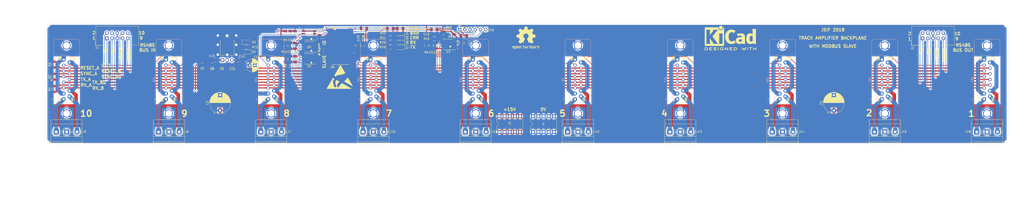
<source format=kicad_pcb>
(kicad_pcb (version 20171130) (host pcbnew "(5.0.0)")
  (layers (0 F.Cu signal) (31 B.Cu signal) (34 B.Paste user) (35 F.Paste user) (36 B.SilkS user) (37 F.SilkS user) (38 B.Mask user) (39 F.Mask user) (44 Edge.Cuts user))
  (net 0 "")
  (net 1 +15V)
  (net 2 GND)
  (net 3 "Net-(C3-Pad1)")
  (net 4 "Net-(C4-Pad1)")
  (net 5 "Net-(C5-Pad1)")
  (net 6 "Net-(C10-Pad1)")
  (net 7 "Net-(C11-Pad1)")
  (net 8 +5V)
  (net 9 "Net-(C13-Pad1)")
  (net 10 "Net-(C17-Pad1)")
  (net 11 "Net-(C18-Pad1)")
  (net 12 "Net-(D1-Pad2)")
  (net 13 "Net-(D2-Pad2)")
  (net 14 "Net-(D3-Pad2)")
  (net 15 "Net-(D4-Pad2)")
  (net 16 "Net-(D5-Pad2)")
  (net 17 "Net-(D6-Pad2)")
  (net 18 "Net-(D7-Pad2)")
  (net 19 TX_A)
  (net 20 TX_B)
  (net 21 RX_A)
  (net 22 RX_B)
  (net 23 SYNC_A)
  (net 24 SYNC_B)
  (net 25 RESET_A)
  (net 26 RESET_B)
  (net 27 /PWMO1_1)
  (net 28 /PWMO2_1)
  (net 29 /PWMO2_2)
  (net 30 /PWMO1_2)
  (net 31 /PWMO1_3)
  (net 32 /PWMO2_3)
  (net 33 ID_1)
  (net 34 /PWMO2_6)
  (net 35 ID_6)
  (net 36 /PWMO1_6)
  (net 37 /PWMO2_4)
  (net 38 /PWMO1_4)
  (net 39 /PWMO1_5)
  (net 40 /PWMO2_5)
  (net 41 /PWMO1_7)
  (net 42 /PWMO2_7)
  (net 43 /PWMO2_8)
  (net 44 /PWMO1_8)
  (net 45 /PWMO1_9)
  (net 46 /PWMO2_9)
  (net 47 ID_2)
  (net 48 ID_7)
  (net 49 /PWMO2_10)
  (net 50 /PWMO1_10)
  (net 51 ID_3)
  (net 52 ID_8)
  (net 53 ID_4)
  (net 54 ID_9)
  (net 55 ID_5)
  (net 56 ID_10)
  (net 57 VPP)
  (net 58 ICSPDAT)
  (net 59 ICSPCLK)
  (net 60 "Net-(J25-Pad6)")
  (net 61 RST)
  (net 62 "Net-(R7-Pad1)")
  (net 63 "Net-(R9-Pad1)")
  (net 64 TX_ENA)
  (net 65 "Net-(R14-Pad1)")
  (net 66 "Net-(R15-Pad1)")
  (net 67 "Net-(R16-Pad1)")
  (net 68 "Net-(R22-Pad1)")
  (net 69 "Net-(R23-Pad1)")
  (net 70 "Net-(R24-Pad1)")
  (net 71 "Net-(R25-Pad1)")
  (net 72 "Net-(R26-Pad1)")
  (net 73 SYNC)
  (net 74 RX)
  (net 75 "Net-(U5-Pad1)")
  (net 76 TX)
  (module Package_DIP:DIP-10_W7.62mm (layer F.Cu) (at 279.5 216 90)
    (fp_text reference J4 (at 3.656 4.98 90) (layer F.SilkS))
    (fp_text value PowerBug_GND)
    (pad 10 thru_hole circle (at 7.62 0 90) (size 2 2) (drill 1.1) (layers *.Cu *.Mask) (net 2 GND))
    (pad 5 thru_hole circle (at 0 10.16 90) (size 2 2) (drill 1.1) (layers *.Cu *.Mask) (net 2 GND))
    (pad 9 thru_hole circle (at 7.62 2.54 90) (size 2 2) (drill 1.1) (layers *.Cu *.Mask) (net 2 GND))
    (pad 4 thru_hole circle (at 0 7.62 90) (size 2 2) (drill 1.1) (layers *.Cu *.Mask) (net 2 GND))
    (pad 8 thru_hole circle (at 7.62 5.08 90) (size 2 2) (drill 1.1) (layers *.Cu *.Mask) (net 2 GND))
    (pad 3 thru_hole circle (at 0 5.08 90) (size 2 2) (drill 1.1) (layers *.Cu *.Mask) (net 2 GND))
    (pad 7 thru_hole circle (at 7.62 7.62 90) (size 2 2) (drill 1.1) (layers *.Cu *.Mask) (net 2 GND))
    (pad 2 thru_hole circle (at 0 2.54 90) (size 2 2) (drill 1.1) (layers *.Cu *.Mask) (net 2 GND))
    (pad 6 thru_hole circle (at 7.62 10.16 90) (size 2 2) (drill 1.1) (layers *.Cu *.Mask) (net 2 GND))
    (pad 1 thru_hole circle (at 0 0 90) (size 2 2) (drill 1.1) (layers *.Cu *.Mask) (net 2 GND))
  )
  (module Package_DIP:DIP-10_W7.62mm (layer F.Cu) (at 263 216 90)
    (fp_text reference J3 (at 4 5 90) (layer F.SilkS))
    (fp_text value PowerBug+15V)
    (pad 1 thru_hole circle (at 0 0 90) (size 2 2) (drill 1.1) (layers *.Cu *.Mask) (net 1 +15V))
    (pad 6 thru_hole circle (at 7.62 10.16 90) (size 2 2) (drill 1.1) (layers *.Cu *.Mask) (net 1 +15V))
    (pad 2 thru_hole circle (at 0 2.54 90) (size 2 2) (drill 1.1) (layers *.Cu *.Mask) (net 1 +15V))
    (pad 7 thru_hole circle (at 7.62 7.62 90) (size 2 2) (drill 1.1) (layers *.Cu *.Mask) (net 1 +15V))
    (pad 3 thru_hole circle (at 0 5.08 90) (size 2 2) (drill 1.1) (layers *.Cu *.Mask) (net 1 +15V))
    (pad 8 thru_hole circle (at 7.62 5.08 90) (size 2 2) (drill 1.1) (layers *.Cu *.Mask) (net 1 +15V))
    (pad 4 thru_hole circle (at 0 7.62 90) (size 2 2) (drill 1.1) (layers *.Cu *.Mask) (net 1 +15V))
    (pad 9 thru_hole circle (at 7.62 2.54 90) (size 2 2) (drill 1.1) (layers *.Cu *.Mask) (net 1 +15V))
    (pad 5 thru_hole circle (at 0 10.16 90) (size 2 2) (drill 1.1) (layers *.Cu *.Mask) (net 1 +15V))
    (pad 10 thru_hole circle (at 7.62 0 90) (size 2 2) (drill 1.1) (layers *.Cu *.Mask) (net 1 +15V))
  )
  (module Package_SO:SOIC-8_3.9x4.9mm_P1.27mm (layer F.Cu) (at 169.9768 174.3964 180)
    (fp_text reference U5 (at 0 0 180) (layer F.SilkS))
    (fp_text value ST485EBDR)
    (pad 1 smd rect (at -2.7 -1.905 180) (size 1.55 0.6) (layers F.Cu F.Paste F.Mask) (net 75 "Net-(U5-Pad1)"))
    (pad 2 smd rect (at -2.7 -0.635 180) (size 1.55 0.6) (layers F.Cu F.Paste F.Mask) (net 7 "Net-(C11-Pad1)"))
    (pad 3 smd rect (at -2.7 0.635 180) (size 1.55 0.6) (layers F.Cu F.Paste F.Mask) (net 64 TX_ENA))
    (pad 4 smd rect (at -2.7 1.905 180) (size 1.55 0.6) (layers F.Cu F.Paste F.Mask) (net 76 TX))
    (pad 5 smd rect (at 2.7 1.905 180) (size 1.55 0.6) (layers F.Cu F.Paste F.Mask) (net 2 GND))
    (pad 6 smd rect (at 2.7 0.635 180) (size 1.55 0.6) (layers F.Cu F.Paste F.Mask) (net 19 TX_A))
    (pad 7 smd rect (at 2.7 -0.635 180) (size 1.55 0.6) (layers F.Cu F.Paste F.Mask) (net 20 TX_B))
    (pad 8 smd rect (at 2.7 -1.905 180) (size 1.55 0.6) (layers F.Cu F.Paste F.Mask) (net 7 "Net-(C11-Pad1)"))
  )
  (module Resistor_SMD:R_1206_3216Metric (layer F.Cu) (at 117.856 183.261 180)
    (fp_text reference R7 (at 0 -1.905 180) (layer F.SilkS))
    (fp_text value R)
    (pad 1 smd roundrect (at -1.4 0 180) (size 1.25 1.75) (layers F.Cu F.Paste F.Mask) (roundrect_rratio 0.2) (net 62 "Net-(R7-Pad1)"))
    (pad 2 smd roundrect (at 1.4 0 180) (size 1.25 1.75) (layers F.Cu F.Paste F.Mask) (roundrect_rratio 0.2) (net 1 +15V))
  )
  (module Capacitor_THT:CP_Radial_D10.0mm_P7.50mm (layer F.Cu) (at 426.5 205.5 90)
    (fp_text reference C1 (at 3.75 -6.25 90) (layer F.SilkS))
    (fp_text value 470u)
    (pad 1 thru_hole rect (at 0 0 90) (size 2 2) (drill 1) (layers *.Cu *.Mask) (net 1 +15V))
    (pad 2 thru_hole circle (at 7.5 0 90) (size 2 2) (drill 1) (layers *.Cu *.Mask) (net 2 GND))
  )
  (module Capacitor_THT:CP_Radial_D10.0mm_P7.50mm (layer F.Cu) (at 126.5 205.5 90)
    (fp_text reference C2 (at 3.75 -6.25 90) (layer F.SilkS))
    (fp_text value 470u)
    (pad 2 thru_hole circle (at 7.5 0 90) (size 2 2) (drill 1) (layers *.Cu *.Mask) (net 2 GND))
    (pad 1 thru_hole rect (at 0 0 90) (size 2 2) (drill 1) (layers *.Cu *.Mask) (net 1 +15V))
  )
  (module Capacitor_SMD:C_1206_3216Metric (layer F.Cu) (at 162.9918 168.021 90)
    (fp_text reference C3 (at -2.921 0 180) (layer F.SilkS))
    (fp_text value C)
    (pad 1 smd roundrect (at -1.4 0 90) (size 1.25 1.75) (layers F.Cu F.Paste F.Mask) (roundrect_rratio 0.2) (net 3 "Net-(C3-Pad1)"))
    (pad 2 smd roundrect (at 1.4 0 90) (size 1.25 1.75) (layers F.Cu F.Paste F.Mask) (roundrect_rratio 0.2) (net 2 GND))
  )
  (module Capacitor_SMD:C_1206_3216Metric (layer F.Cu) (at 160.782 180.34 90)
    (fp_text reference C4 (at -3.302 0 90) (layer F.SilkS))
    (fp_text value C)
    (pad 1 smd roundrect (at -1.4 0 90) (size 1.25 1.75) (layers F.Cu F.Paste F.Mask) (roundrect_rratio 0.2) (net 4 "Net-(C4-Pad1)"))
    (pad 2 smd roundrect (at 1.4 0 90) (size 1.25 1.75) (layers F.Cu F.Paste F.Mask) (roundrect_rratio 0.2) (net 2 GND))
  )
  (module Capacitor_SMD:C_1206_3216Metric (layer F.Cu) (at 229.616 173.736 90)
    (fp_text reference C5 (at -3.302 0 180) (layer F.SilkS))
    (fp_text value C)
    (pad 2 smd roundrect (at 1.4 0 90) (size 1.25 1.75) (layers F.Cu F.Paste F.Mask) (roundrect_rratio 0.2) (net 2 GND))
    (pad 1 smd roundrect (at -1.4 0 90) (size 1.25 1.75) (layers F.Cu F.Paste F.Mask) (roundrect_rratio 0.2) (net 5 "Net-(C5-Pad1)"))
  )
  (module Capacitor_SMD:C_1206_3216Metric (layer F.Cu) (at 160.7058 168.021 90)
    (fp_text reference C6 (at -2.921 0 180) (layer F.SilkS))
    (fp_text value C)
    (pad 2 smd roundrect (at 1.4 0 90) (size 1.25 1.75) (layers F.Cu F.Paste F.Mask) (roundrect_rratio 0.2) (net 2 GND))
    (pad 1 smd roundrect (at -1.4 0 90) (size 1.25 1.75) (layers F.Cu F.Paste F.Mask) (roundrect_rratio 0.2) (net 3 "Net-(C3-Pad1)"))
  )
  (module Capacitor_SMD:C_1206_3216Metric (layer F.Cu) (at 163.068 180.34 90)
    (fp_text reference C7 (at -3.302 0 90) (layer F.SilkS))
    (fp_text value C)
    (pad 1 smd roundrect (at -1.4 0 90) (size 1.25 1.75) (layers F.Cu F.Paste F.Mask) (roundrect_rratio 0.2) (net 4 "Net-(C4-Pad1)"))
    (pad 2 smd roundrect (at 1.4 0 90) (size 1.25 1.75) (layers F.Cu F.Paste F.Mask) (roundrect_rratio 0.2) (net 2 GND))
  )
  (module Capacitor_SMD:C_1206_3216Metric (layer F.Cu) (at 231.902 173.736 90)
    (fp_text reference C8 (at -3.302 0 180) (layer F.SilkS))
    (fp_text value C)
    (pad 1 smd roundrect (at -1.4 0 90) (size 1.25 1.75) (layers F.Cu F.Paste F.Mask) (roundrect_rratio 0.2) (net 5 "Net-(C5-Pad1)"))
    (pad 2 smd roundrect (at 1.4 0 90) (size 1.25 1.75) (layers F.Cu F.Paste F.Mask) (roundrect_rratio 0.2) (net 2 GND))
  )
  (module Capacitor_SMD:C_1206_3216Metric (layer F.Cu) (at 127.254 183.261)
    (fp_text reference C9 (at 0 1.905) (layer F.SilkS))
    (fp_text value C)
    (pad 1 smd roundrect (at -1.4 0) (size 1.25 1.75) (layers F.Cu F.Paste F.Mask) (roundrect_rratio 0.2) (net 6 "Net-(C10-Pad1)"))
    (pad 2 smd roundrect (at 1.4 0) (size 1.25 1.75) (layers F.Cu F.Paste F.Mask) (roundrect_rratio 0.2) (net 2 GND))
  )
  (module Capacitor_SMD:C_1206_3216Metric (layer F.Cu) (at 124.206 180.848 180)
    (fp_text reference C10 (at 1.778 2.032 180) (layer F.SilkS))
    (fp_text value C)
    (pad 2 smd roundrect (at 1.4 0 180) (size 1.25 1.75) (layers F.Cu F.Paste F.Mask) (roundrect_rratio 0.2) (net 2 GND))
    (pad 1 smd roundrect (at -1.4 0 180) (size 1.25 1.75) (layers F.Cu F.Paste F.Mask) (roundrect_rratio 0.2) (net 6 "Net-(C10-Pad1)"))
  )
  (module Capacitor_SMD:C_1206_3216Metric (layer F.Cu) (at 160.7566 173.8406 90)
    (fp_text reference C11 (at -2.918 0.0762 180) (layer F.SilkS))
    (fp_text value C)
    (pad 2 smd roundrect (at 1.4 0 90) (size 1.25 1.75) (layers F.Cu F.Paste F.Mask) (roundrect_rratio 0.2) (net 2 GND))
    (pad 1 smd roundrect (at -1.4 0 90) (size 1.25 1.75) (layers F.Cu F.Paste F.Mask) (roundrect_rratio 0.2) (net 7 "Net-(C11-Pad1)"))
  )
  (module Capacitor_SMD:C_1206_3216Metric (layer F.Cu) (at 135.636 180.848)
    (fp_text reference C12 (at 1.524 -1.905) (layer F.SilkS))
    (fp_text value C)
    (pad 1 smd roundrect (at -1.4 0) (size 1.25 1.75) (layers F.Cu F.Paste F.Mask) (roundrect_rratio 0.2) (net 8 +5V))
    (pad 2 smd roundrect (at 1.4 0) (size 1.25 1.75) (layers F.Cu F.Paste F.Mask) (roundrect_rratio 0.2) (net 2 GND))
  )
  (module Capacitor_SMD:C_1206_3216Metric (layer F.Cu) (at 231.14 168.148 180)
    (fp_text reference C13 (at 3.81 0 180) (layer F.SilkS))
    (fp_text value C)
    (pad 1 smd roundrect (at -1.4 0 180) (size 1.25 1.75) (layers F.Cu F.Paste F.Mask) (roundrect_rratio 0.2) (net 9 "Net-(C13-Pad1)"))
    (pad 2 smd roundrect (at 1.4 0 180) (size 1.25 1.75) (layers F.Cu F.Paste F.Mask) (roundrect_rratio 0.2) (net 2 GND))
  )
  (module Capacitor_SMD:C_1206_3216Metric (layer F.Cu) (at 163.0426 173.8406 90)
    (fp_text reference C14 (at -2.918 0.635 180) (layer F.SilkS))
    (fp_text value C)
    (pad 2 smd roundrect (at 1.4 0 90) (size 1.25 1.75) (layers F.Cu F.Paste F.Mask) (roundrect_rratio 0.2) (net 2 GND))
    (pad 1 smd roundrect (at -1.4 0 90) (size 1.25 1.75) (layers F.Cu F.Paste F.Mask) (roundrect_rratio 0.2) (net 7 "Net-(C11-Pad1)"))
  )
  (module Capacitor_SMD:C_1206_3216Metric (layer F.Cu) (at 132.334 183.261 180)
    (fp_text reference C15 (at 0 -1.905 180) (layer F.SilkS))
    (fp_text value C)
    (pad 2 smd roundrect (at 1.4 0 180) (size 1.25 1.75) (layers F.Cu F.Paste F.Mask) (roundrect_rratio 0.2) (net 2 GND))
    (pad 1 smd roundrect (at -1.4 0 180) (size 1.25 1.75) (layers F.Cu F.Paste F.Mask) (roundrect_rratio 0.2) (net 8 +5V))
  )
  (module Capacitor_SMD:C_1206_3216Metric (layer F.Cu) (at 246.888 172.466 270)
    (fp_text reference C17 (at 0 -1.82 270) (layer F.SilkS))
    (fp_text value C)
    (pad 2 smd roundrect (at 1.4 0 270) (size 1.25 1.75) (layers F.Cu F.Paste F.Mask) (roundrect_rratio 0.2) (net 2 GND))
    (pad 1 smd roundrect (at -1.4 0 270) (size 1.25 1.75) (layers F.Cu F.Paste F.Mask) (roundrect_rratio 0.2) (net 10 "Net-(C17-Pad1)"))
  )
  (module Capacitor_SMD:C_1206_3216Metric (layer F.Cu) (at 196.342 173.736 90)
    (fp_text reference C18 (at 3.556 0.127 90) (layer F.SilkS))
    (fp_text value C)
    (pad 1 smd roundrect (at -1.4 0 90) (size 1.25 1.75) (layers F.Cu F.Paste F.Mask) (roundrect_rratio 0.2) (net 11 "Net-(C18-Pad1)"))
    (pad 2 smd roundrect (at 1.4 0 90) (size 1.25 1.75) (layers F.Cu F.Paste F.Mask) (roundrect_rratio 0.2) (net 2 GND))
  )
  (module Capacitor_SMD:C_1206_3216Metric (layer F.Cu) (at 194.056 173.736 90)
    (fp_text reference C19 (at 3.556 0 90) (layer F.SilkS))
    (fp_text value C)
    (pad 2 smd roundrect (at 1.4 0 90) (size 1.25 1.75) (layers F.Cu F.Paste F.Mask) (roundrect_rratio 0.2) (net 2 GND))
    (pad 1 smd roundrect (at -1.4 0 90) (size 1.25 1.75) (layers F.Cu F.Paste F.Mask) (roundrect_rratio 0.2) (net 11 "Net-(C18-Pad1)"))
  )
  (module Diode_SMD:D_1206_3216Metric (layer F.Cu) (at 139.446 176.784 180)
    (fp_text reference D1 (at -3.683 0 180) (layer F.SilkS))
    (fp_text value D_Zener)
    (pad 1 smd roundrect (at -1.4 0 180) (size 1.25 1.75) (layers F.Cu F.Paste F.Mask) (roundrect_rratio 0.2) (net 8 +5V))
    (pad 2 smd roundrect (at 1.4 0 180) (size 1.25 1.75) (layers F.Cu F.Paste F.Mask) (roundrect_rratio 0.2) (net 12 "Net-(D1-Pad2)"))
  )
  (module Diode_SMD:D_1206_3216Metric (layer F.Cu) (at 139.446 172.085)
    (fp_text reference D2 (at 3.556 0) (layer F.SilkS))
    (fp_text value LED)
    (pad 2 smd roundrect (at 1.4 0) (size 1.25 1.75) (layers F.Cu F.Paste F.Mask) (roundrect_rratio 0.2) (net 13 "Net-(D2-Pad2)"))
    (pad 1 smd roundrect (at -1.4 0) (size 1.25 1.75) (layers F.Cu F.Paste F.Mask) (roundrect_rratio 0.2) (net 2 GND))
  )
  (module Diode_SMD:D_1206_3216Metric (layer F.Cu) (at 214.5 165.354 180)
    (fp_text reference D3 (at -3.432 0 270) (layer F.SilkS))
    (fp_text value "LED GR")
    (pad 2 smd roundrect (at 1.4 0 180) (size 1.25 1.75) (layers F.Cu F.Paste F.Mask) (roundrect_rratio 0.2) (net 14 "Net-(D3-Pad2)"))
    (pad 1 smd roundrect (at -1.4 0 180) (size 1.25 1.75) (layers F.Cu F.Paste F.Mask) (roundrect_rratio 0.2) (net 2 GND))
  )
  (module Diode_SMD:D_1206_3216Metric (layer F.Cu) (at 214.5 167.64 180)
    (fp_text reference D4 (at -3.432 0 270) (layer F.SilkS))
    (fp_text value "LED YE")
    (pad 1 smd roundrect (at -1.4 0 180) (size 1.25 1.75) (layers F.Cu F.Paste F.Mask) (roundrect_rratio 0.2) (net 2 GND))
    (pad 2 smd roundrect (at 1.4 0 180) (size 1.25 1.75) (layers F.Cu F.Paste F.Mask) (roundrect_rratio 0.2) (net 15 "Net-(D4-Pad2)"))
  )
  (module Diode_SMD:D_1206_3216Metric (layer F.Cu) (at 214.5 169.926 180)
    (fp_text reference D5 (at -3.432 0 270) (layer F.SilkS))
    (fp_text value "LED RD")
    (pad 2 smd roundrect (at 1.4 0 180) (size 1.25 1.75) (layers F.Cu F.Paste F.Mask) (roundrect_rratio 0.2) (net 16 "Net-(D5-Pad2)"))
    (pad 1 smd roundrect (at -1.4 0 180) (size 1.25 1.75) (layers F.Cu F.Paste F.Mask) (roundrect_rratio 0.2) (net 2 GND))
  )
  (module Diode_SMD:D_1206_3216Metric (layer F.Cu) (at 214.5 172.212 180)
    (fp_text reference D6 (at -3.432 0 270) (layer F.SilkS))
    (fp_text value "LED GR")
    (pad 1 smd roundrect (at -1.4 0 180) (size 1.25 1.75) (layers F.Cu F.Paste F.Mask) (roundrect_rratio 0.2) (net 2 GND))
    (pad 2 smd roundrect (at 1.4 0 180) (size 1.25 1.75) (layers F.Cu F.Paste F.Mask) (roundrect_rratio 0.2) (net 17 "Net-(D6-Pad2)"))
  )
  (module Diode_SMD:D_1206_3216Metric (layer F.Cu) (at 214.5 174.498 180)
    (fp_text reference D7 (at -3.432 0 270) (layer F.SilkS))
    (fp_text value "LED GR")
    (pad 1 smd roundrect (at -1.4 0 180) (size 1.25 1.75) (layers F.Cu F.Paste F.Mask) (roundrect_rratio 0.2) (net 2 GND))
    (pad 2 smd roundrect (at 1.4 0 180) (size 1.25 1.75) (layers F.Cu F.Paste F.Mask) (roundrect_rratio 0.2) (net 18 "Net-(D7-Pad2)"))
  )
  (module Connector_IDC:IDC-Header_2x05_P2.54mm_Vertical (layer F.Cu) (at 71.12 170.18 90)
    (fp_text reference J1 (at -4.572 -4.826 180) (layer F.SilkS))
    (fp_text value Conn_02x05_Odd_Even)
    (pad 1 thru_hole rect (at 0 0 90) (size 1.7272 1.7272) (drill 1.016) (layers *.Cu *.Mask) (net 19 TX_A))
    (pad 2 thru_hole oval (at 2.54 0 90) (size 1.7272 1.7272) (drill 1.016) (layers *.Cu *.Mask) (net 20 TX_B))
    (pad 3 thru_hole oval (at 0 2.54 90) (size 1.7272 1.7272) (drill 1.016) (layers *.Cu *.Mask) (net 21 RX_A))
    (pad 4 thru_hole oval (at 2.54 2.54 90) (size 1.7272 1.7272) (drill 1.016) (layers *.Cu *.Mask) (net 22 RX_B))
    (pad 5 thru_hole oval (at 0 5.08 90) (size 1.7272 1.7272) (drill 1.016) (layers *.Cu *.Mask) (net 2 GND))
    (pad 6 thru_hole oval (at 2.54 5.08 90) (size 1.7272 1.7272) (drill 1.016) (layers *.Cu *.Mask) (net 2 GND))
    (pad 7 thru_hole oval (at 0 7.62 90) (size 1.7272 1.7272) (drill 1.016) (layers *.Cu *.Mask) (net 23 SYNC_A))
    (pad 8 thru_hole oval (at 2.54 7.62 90) (size 1.7272 1.7272) (drill 1.016) (layers *.Cu *.Mask) (net 24 SYNC_B))
    (pad 9 thru_hole oval (at 0 10.16 90) (size 1.7272 1.7272) (drill 1.016) (layers *.Cu *.Mask) (net 25 RESET_A))
    (pad 10 thru_hole oval (at 2.54 10.16 90) (size 1.7272 1.7272) (drill 1.016) (layers *.Cu *.Mask) (net 26 RESET_B))
  )
  (module Connector_IDC:IDC-Header_2x05_P2.54mm_Vertical (layer F.Cu) (at 469.9 170.18 90)
    (fp_text reference J2 (at -4.826 -5.08 180) (layer F.SilkS))
    (fp_text value Conn_02x05_Odd_Even)
    (pad 10 thru_hole oval (at 2.54 10.16 90) (size 1.7272 1.7272) (drill 1.016) (layers *.Cu *.Mask) (net 26 RESET_B))
    (pad 9 thru_hole oval (at 0 10.16 90) (size 1.7272 1.7272) (drill 1.016) (layers *.Cu *.Mask) (net 25 RESET_A))
    (pad 8 thru_hole oval (at 2.54 7.62 90) (size 1.7272 1.7272) (drill 1.016) (layers *.Cu *.Mask) (net 24 SYNC_B))
    (pad 7 thru_hole oval (at 0 7.62 90) (size 1.7272 1.7272) (drill 1.016) (layers *.Cu *.Mask) (net 23 SYNC_A))
    (pad 6 thru_hole oval (at 2.54 5.08 90) (size 1.7272 1.7272) (drill 1.016) (layers *.Cu *.Mask) (net 2 GND))
    (pad 5 thru_hole oval (at 0 5.08 90) (size 1.7272 1.7272) (drill 1.016) (layers *.Cu *.Mask) (net 2 GND))
    (pad 4 thru_hole oval (at 2.54 2.54 90) (size 1.7272 1.7272) (drill 1.016) (layers *.Cu *.Mask) (net 22 RX_B))
    (pad 3 thru_hole oval (at 0 2.54 90) (size 1.7272 1.7272) (drill 1.016) (layers *.Cu *.Mask) (net 21 RX_A))
    (pad 2 thru_hole oval (at 2.54 0 90) (size 1.7272 1.7272) (drill 1.016) (layers *.Cu *.Mask) (net 20 TX_B))
    (pad 1 thru_hole rect (at 0 0 90) (size 1.7272 1.7272) (drill 1.016) (layers *.Cu *.Mask) (net 19 TX_A))
  )
  (module TerminalBlock_Phoenix:TerminalBlock_Phoenix_MKDS-3-3-5.08_1x03_P5.08mm_Horizontal (layer F.Cu) (at 46.35 216)
    (fp_text reference J5 (at 13.848 -0.1) (layer F.SilkS))
    (fp_text value Conn_01x03)
    (pad 3 thru_hole circle (at 10.16 0) (size 2.6 2.6) (drill 1.3) (layers *.Cu *.Mask) (net 27 /PWMO1_1))
    (pad 2 thru_hole circle (at 5.08 0) (size 2.6 2.6) (drill 1.3) (layers *.Cu *.Mask) (net 2 GND))
    (pad 1 thru_hole rect (at 0 0) (size 2.6 2.6) (drill 1.3) (layers *.Cu *.Mask) (net 28 /PWMO2_1))
  )
  (module TerminalBlock_Phoenix:TerminalBlock_Phoenix_MKDS-3-3-5.08_1x03_P5.08mm_Horizontal (layer F.Cu) (at 96.35 216)
    (fp_text reference J6 (at 13.886 -0.1) (layer F.SilkS))
    (fp_text value Conn_01x03)
    (pad 1 thru_hole rect (at 0 0) (size 2.6 2.6) (drill 1.3) (layers *.Cu *.Mask) (net 29 /PWMO2_2))
    (pad 2 thru_hole circle (at 5.08 0) (size 2.6 2.6) (drill 1.3) (layers *.Cu *.Mask) (net 2 GND))
    (pad 3 thru_hole circle (at 10.16 0) (size 2.6 2.6) (drill 1.3) (layers *.Cu *.Mask) (net 30 /PWMO1_2))
  )
  (module TerminalBlock_Phoenix:TerminalBlock_Phoenix_MKDS-3-3-5.08_1x03_P5.08mm_Horizontal (layer F.Cu) (at 146.35 216)
    (fp_text reference J7 (at 13.924 -0.1) (layer F.SilkS))
    (fp_text value Conn_01x03)
    (pad 3 thru_hole circle (at 10.16 0) (size 2.6 2.6) (drill 1.3) (layers *.Cu *.Mask) (net 31 /PWMO1_3))
    (pad 2 thru_hole circle (at 5.08 0) (size 2.6 2.6) (drill 1.3) (layers *.Cu *.Mask) (net 2 GND))
    (pad 1 thru_hole rect (at 0 0) (size 2.6 2.6) (drill 1.3) (layers *.Cu *.Mask) (net 32 /PWMO2_3))
  )
  (module Connector_Dsub:DSUB-15_Female_Vertical_P2.77x2.84mm_MountingHoles (layer B.Cu) (at 50 200 270)
    (fp_text reference J8 (at -9.695 5.89 270) (layer B.SilkS) (effects (justify mirror)))
    (fp_text value DB15_Female_MountingHoles)
    (pad 1 thru_hole rect (at 0 0 270) (size 1.6 1.6) (drill 1) (layers *.Cu *.Mask) (net 28 /PWMO2_1))
    (pad 2 thru_hole circle (at -2.77 0 270) (size 1.6 1.6) (drill 1) (layers *.Cu *.Mask) (net 2 GND))
    (pad 3 thru_hole circle (at -5.54 0 270) (size 1.6 1.6) (drill 1) (layers *.Cu *.Mask) (net 22 RX_B))
    (pad 4 thru_hole circle (at -8.31 0 270) (size 1.6 1.6) (drill 1) (layers *.Cu *.Mask) (net 20 TX_B))
    (pad 5 thru_hole circle (at -11.08 0 270) (size 1.6 1.6) (drill 1) (layers *.Cu *.Mask) (net 24 SYNC_B))
    (pad 6 thru_hole circle (at -13.85 0 270) (size 1.6 1.6) (drill 1) (layers *.Cu *.Mask) (net 26 RESET_B))
    (pad 7 thru_hole circle (at -16.62 0 270) (size 1.6 1.6) (drill 1) (layers *.Cu *.Mask) (net 33 ID_1))
    (pad 8 thru_hole circle (at -19.39 0 270) (size 1.6 1.6) (drill 1) (layers *.Cu *.Mask) (net 2 GND))
    (pad 9 thru_hole circle (at -1.385 -2.84 270) (size 1.6 1.6) (drill 1) (layers *.Cu *.Mask) (net 27 /PWMO1_1))
    (pad 10 thru_hole circle (at -4.155 -2.84 270) (size 1.6 1.6) (drill 1) (layers *.Cu *.Mask) (net 1 +15V))
    (pad 11 thru_hole circle (at -6.925 -2.84 270) (size 1.6 1.6) (drill 1) (layers *.Cu *.Mask) (net 21 RX_A))
    (pad 12 thru_hole circle (at -9.695 -2.84 270) (size 1.6 1.6) (drill 1) (layers *.Cu *.Mask) (net 19 TX_A))
    (pad 13 thru_hole circle (at -12.465 -2.84 270) (size 1.6 1.6) (drill 1) (layers *.Cu *.Mask) (net 23 SYNC_A))
    (pad 14 thru_hole circle (at -15.235 -2.84 270) (size 1.6 1.6) (drill 1) (layers *.Cu *.Mask) (net 25 RESET_A))
    (pad 15 thru_hole circle (at -18.005 -2.84 270) (size 1.6 1.6) (drill 1) (layers *.Cu *.Mask) (net 1 +15V))
    (pad 0 thru_hole circle (at -26.345 -1.42 270) (size 4 4) (drill 3.2) (layers *.Cu *.Mask) (net 2 GND))
    (pad 0 thru_hole circle (at 6.955 -1.42 270) (size 4 4) (drill 3.2) (layers *.Cu *.Mask) (net 2 GND))
  )
  (module Connector_Dsub:DSUB-15_Female_Vertical_P2.77x2.84mm_MountingHoles (layer B.Cu) (at 300 200 270)
    (fp_text reference J9 (at -9.695 5.89 270) (layer B.SilkS) (effects (justify mirror)))
    (fp_text value DB15_Female_MountingHoles)
    (pad 1 thru_hole rect (at 0 0 270) (size 1.6 1.6) (drill 1) (layers *.Cu *.Mask) (net 34 /PWMO2_6))
    (pad 2 thru_hole circle (at -2.77 0 270) (size 1.6 1.6) (drill 1) (layers *.Cu *.Mask) (net 2 GND))
    (pad 3 thru_hole circle (at -5.54 0 270) (size 1.6 1.6) (drill 1) (layers *.Cu *.Mask) (net 22 RX_B))
    (pad 4 thru_hole circle (at -8.31 0 270) (size 1.6 1.6) (drill 1) (layers *.Cu *.Mask) (net 20 TX_B))
    (pad 5 thru_hole circle (at -11.08 0 270) (size 1.6 1.6) (drill 1) (layers *.Cu *.Mask) (net 24 SYNC_B))
    (pad 6 thru_hole circle (at -13.85 0 270) (size 1.6 1.6) (drill 1) (layers *.Cu *.Mask) (net 26 RESET_B))
    (pad 7 thru_hole circle (at -16.62 0 270) (size 1.6 1.6) (drill 1) (layers *.Cu *.Mask) (net 35 ID_6))
    (pad 8 thru_hole circle (at -19.39 0 270) (size 1.6 1.6) (drill 1) (layers *.Cu *.Mask) (net 2 GND))
    (pad 9 thru_hole circle (at -1.385 -2.84 270) (size 1.6 1.6) (drill 1) (layers *.Cu *.Mask) (net 36 /PWMO1_6))
    (pad 10 thru_hole circle (at -4.155 -2.84 270) (size 1.6 1.6) (drill 1) (layers *.Cu *.Mask) (net 1 +15V))
    (pad 11 thru_hole circle (at -6.925 -2.84 270) (size 1.6 1.6) (drill 1) (layers *.Cu *.Mask) (net 21 RX_A))
    (pad 12 thru_hole circle (at -9.695 -2.84 270) (size 1.6 1.6) (drill 1) (layers *.Cu *.Mask) (net 19 TX_A))
    (pad 13 thru_hole circle (at -12.465 -2.84 270) (size 1.6 1.6) (drill 1) (layers *.Cu *.Mask) (net 23 SYNC_A))
    (pad 14 thru_hole circle (at -15.235 -2.84 270) (size 1.6 1.6) (drill 1) (layers *.Cu *.Mask) (net 25 RESET_A))
    (pad 15 thru_hole circle (at -18.005 -2.84 270) (size 1.6 1.6) (drill 1) (layers *.Cu *.Mask) (net 1 +15V))
    (pad 0 thru_hole circle (at -26.345 -1.42 270) (size 4 4) (drill 3.2) (layers *.Cu *.Mask) (net 2 GND))
    (pad 0 thru_hole circle (at 6.955 -1.42 270) (size 4 4) (drill 3.2) (layers *.Cu *.Mask) (net 2 GND))
  )
  (module TerminalBlock_Phoenix:TerminalBlock_Phoenix_MKDS-3-3-5.08_1x03_P5.08mm_Horizontal (layer F.Cu) (at 196.35 216)
    (fp_text reference J10 (at 14.47 -0.1) (layer F.SilkS))
    (fp_text value Conn_01x03)
    (pad 1 thru_hole rect (at 0 0) (size 2.6 2.6) (drill 1.3) (layers *.Cu *.Mask) (net 37 /PWMO2_4))
    (pad 2 thru_hole circle (at 5.08 0) (size 2.6 2.6) (drill 1.3) (layers *.Cu *.Mask) (net 2 GND))
    (pad 3 thru_hole circle (at 10.16 0) (size 2.6 2.6) (drill 1.3) (layers *.Cu *.Mask) (net 38 /PWMO1_4))
  )
  (module TerminalBlock_Phoenix:TerminalBlock_Phoenix_MKDS-3-3-5.08_1x03_P5.08mm_Horizontal (layer F.Cu) (at 246.35 216)
    (fp_text reference J11 (at 14.254 -0.1) (layer F.SilkS))
    (fp_text value Conn_01x03)
    (pad 3 thru_hole circle (at 10.16 0) (size 2.6 2.6) (drill 1.3) (layers *.Cu *.Mask) (net 39 /PWMO1_5))
    (pad 2 thru_hole circle (at 5.08 0) (size 2.6 2.6) (drill 1.3) (layers *.Cu *.Mask) (net 2 GND))
    (pad 1 thru_hole rect (at 0 0) (size 2.6 2.6) (drill 1.3) (layers *.Cu *.Mask) (net 40 /PWMO2_5))
  )
  (module TerminalBlock_Phoenix:TerminalBlock_Phoenix_MKDS-3-3-5.08_1x03_P5.08mm_Horizontal (layer F.Cu) (at 296.35 216)
    (fp_text reference J12 (at 14.292 -0.1) (layer F.SilkS))
    (fp_text value Conn_01x03)
    (pad 1 thru_hole rect (at 0 0) (size 2.6 2.6) (drill 1.3) (layers *.Cu *.Mask) (net 34 /PWMO2_6))
    (pad 2 thru_hole circle (at 5.08 0) (size 2.6 2.6) (drill 1.3) (layers *.Cu *.Mask) (net 2 GND))
    (pad 3 thru_hole circle (at 10.16 0) (size 2.6 2.6) (drill 1.3) (layers *.Cu *.Mask) (net 36 /PWMO1_6))
  )
  (module TerminalBlock_Phoenix:TerminalBlock_Phoenix_MKDS-3-3-5.08_1x03_P5.08mm_Horizontal (layer F.Cu) (at 346.35 216)
    (fp_text reference J13 (at 14.33 -0.1) (layer F.SilkS))
    (fp_text value Conn_01x03)
    (pad 3 thru_hole circle (at 10.16 0) (size 2.6 2.6) (drill 1.3) (layers *.Cu *.Mask) (net 41 /PWMO1_7))
    (pad 2 thru_hole circle (at 5.08 0) (size 2.6 2.6) (drill 1.3) (layers *.Cu *.Mask) (net 2 GND))
    (pad 1 thru_hole rect (at 0 0) (size 2.6 2.6) (drill 1.3) (layers *.Cu *.Mask) (net 42 /PWMO2_7))
  )
  (module TerminalBlock_Phoenix:TerminalBlock_Phoenix_MKDS-3-3-5.08_1x03_P5.08mm_Horizontal (layer F.Cu) (at 396.35 216)
    (fp_text reference J14 (at 14.368 -0.1) (layer F.SilkS))
    (fp_text value Conn_01x03)
    (pad 1 thru_hole rect (at 0 0) (size 2.6 2.6) (drill 1.3) (layers *.Cu *.Mask) (net 43 /PWMO2_8))
    (pad 2 thru_hole circle (at 5.08 0) (size 2.6 2.6) (drill 1.3) (layers *.Cu *.Mask) (net 2 GND))
    (pad 3 thru_hole circle (at 10.16 0) (size 2.6 2.6) (drill 1.3) (layers *.Cu *.Mask) (net 44 /PWMO1_8))
  )
  (module TerminalBlock_Phoenix:TerminalBlock_Phoenix_MKDS-3-3-5.08_1x03_P5.08mm_Horizontal (layer F.Cu) (at 446.35 216)
    (fp_text reference J15 (at 14.406 -0.1) (layer F.SilkS))
    (fp_text value Conn_01x03)
    (pad 3 thru_hole circle (at 10.16 0) (size 2.6 2.6) (drill 1.3) (layers *.Cu *.Mask) (net 45 /PWMO1_9))
    (pad 2 thru_hole circle (at 5.08 0) (size 2.6 2.6) (drill 1.3) (layers *.Cu *.Mask) (net 2 GND))
    (pad 1 thru_hole rect (at 0 0) (size 2.6 2.6) (drill 1.3) (layers *.Cu *.Mask) (net 46 /PWMO2_9))
  )
  (module Connector_Dsub:DSUB-15_Female_Vertical_P2.77x2.84mm_MountingHoles (layer B.Cu) (at 100 200 270)
    (fp_text reference J16 (at -9.695 5.89 270) (layer B.SilkS) (effects (justify mirror)))
    (fp_text value DB15_Female_MountingHoles)
    (pad 0 thru_hole circle (at 6.955 -1.42 270) (size 4 4) (drill 3.2) (layers *.Cu *.Mask) (net 2 GND))
    (pad 0 thru_hole circle (at -26.345 -1.42 270) (size 4 4) (drill 3.2) (layers *.Cu *.Mask) (net 2 GND))
    (pad 15 thru_hole circle (at -18.005 -2.84 270) (size 1.6 1.6) (drill 1) (layers *.Cu *.Mask) (net 1 +15V))
    (pad 14 thru_hole circle (at -15.235 -2.84 270) (size 1.6 1.6) (drill 1) (layers *.Cu *.Mask) (net 25 RESET_A))
    (pad 13 thru_hole circle (at -12.465 -2.84 270) (size 1.6 1.6) (drill 1) (layers *.Cu *.Mask) (net 23 SYNC_A))
    (pad 12 thru_hole circle (at -9.695 -2.84 270) (size 1.6 1.6) (drill 1) (layers *.Cu *.Mask) (net 19 TX_A))
    (pad 11 thru_hole circle (at -6.925 -2.84 270) (size 1.6 1.6) (drill 1) (layers *.Cu *.Mask) (net 21 RX_A))
    (pad 10 thru_hole circle (at -4.155 -2.84 270) (size 1.6 1.6) (drill 1) (layers *.Cu *.Mask) (net 1 +15V))
    (pad 9 thru_hole circle (at -1.385 -2.84 270) (size 1.6 1.6) (drill 1) (layers *.Cu *.Mask) (net 30 /PWMO1_2))
    (pad 8 thru_hole circle (at -19.39 0 270) (size 1.6 1.6) (drill 1) (layers *.Cu *.Mask) (net 2 GND))
    (pad 7 thru_hole circle (at -16.62 0 270) (size 1.6 1.6) (drill 1) (layers *.Cu *.Mask) (net 47 ID_2))
    (pad 6 thru_hole circle (at -13.85 0 270) (size 1.6 1.6) (drill 1) (layers *.Cu *.Mask) (net 26 RESET_B))
    (pad 5 thru_hole circle (at -11.08 0 270) (size 1.6 1.6) (drill 1) (layers *.Cu *.Mask) (net 24 SYNC_B))
    (pad 4 thru_hole circle (at -8.31 0 270) (size 1.6 1.6) (drill 1) (layers *.Cu *.Mask) (net 20 TX_B))
    (pad 3 thru_hole circle (at -5.54 0 270) (size 1.6 1.6) (drill 1) (layers *.Cu *.Mask) (net 22 RX_B))
    (pad 2 thru_hole circle (at -2.77 0 270) (size 1.6 1.6) (drill 1) (layers *.Cu *.Mask) (net 2 GND))
    (pad 1 thru_hole rect (at 0 0 270) (size 1.6 1.6) (drill 1) (layers *.Cu *.Mask) (net 29 /PWMO2_2))
  )
  (module Connector_Dsub:DSUB-15_Female_Vertical_P2.77x2.84mm_MountingHoles (layer B.Cu) (at 350 200 270)
    (fp_text reference J17 (at -9.695 5.89 270) (layer B.SilkS) (effects (justify mirror)))
    (fp_text value DB15_Female_MountingHoles)
    (pad 0 thru_hole circle (at 6.955 -1.42 270) (size 4 4) (drill 3.2) (layers *.Cu *.Mask) (net 2 GND))
    (pad 0 thru_hole circle (at -26.345 -1.42 270) (size 4 4) (drill 3.2) (layers *.Cu *.Mask) (net 2 GND))
    (pad 15 thru_hole circle (at -18.005 -2.84 270) (size 1.6 1.6) (drill 1) (layers *.Cu *.Mask) (net 1 +15V))
    (pad 14 thru_hole circle (at -15.235 -2.84 270) (size 1.6 1.6) (drill 1) (layers *.Cu *.Mask) (net 25 RESET_A))
    (pad 13 thru_hole circle (at -12.465 -2.84 270) (size 1.6 1.6) (drill 1) (layers *.Cu *.Mask) (net 23 SYNC_A))
    (pad 12 thru_hole circle (at -9.695 -2.84 270) (size 1.6 1.6) (drill 1) (layers *.Cu *.Mask) (net 19 TX_A))
    (pad 11 thru_hole circle (at -6.925 -2.84 270) (size 1.6 1.6) (drill 1) (layers *.Cu *.Mask) (net 21 RX_A))
    (pad 10 thru_hole circle (at -4.155 -2.84 270) (size 1.6 1.6) (drill 1) (layers *.Cu *.Mask) (net 1 +15V))
    (pad 9 thru_hole circle (at -1.385 -2.84 270) (size 1.6 1.6) (drill 1) (layers *.Cu *.Mask) (net 41 /PWMO1_7))
    (pad 8 thru_hole circle (at -19.39 0 270) (size 1.6 1.6) (drill 1) (layers *.Cu *.Mask) (net 2 GND))
    (pad 7 thru_hole circle (at -16.62 0 270) (size 1.6 1.6) (drill 1) (layers *.Cu *.Mask) (net 48 ID_7))
    (pad 6 thru_hole circle (at -13.85 0 270) (size 1.6 1.6) (drill 1) (layers *.Cu *.Mask) (net 26 RESET_B))
    (pad 5 thru_hole circle (at -11.08 0 270) (size 1.6 1.6) (drill 1) (layers *.Cu *.Mask) (net 24 SYNC_B))
    (pad 4 thru_hole circle (at -8.31 0 270) (size 1.6 1.6) (drill 1) (layers *.Cu *.Mask) (net 20 TX_B))
    (pad 3 thru_hole circle (at -5.54 0 270) (size 1.6 1.6) (drill 1) (layers *.Cu *.Mask) (net 22 RX_B))
    (pad 2 thru_hole circle (at -2.77 0 270) (size 1.6 1.6) (drill 1) (layers *.Cu *.Mask) (net 2 GND))
    (pad 1 thru_hole rect (at 0 0 270) (size 1.6 1.6) (drill 1) (layers *.Cu *.Mask) (net 42 /PWMO2_7))
  )
  (module TerminalBlock_Phoenix:TerminalBlock_Phoenix_MKDS-3-3-5.08_1x03_P5.08mm_Horizontal (layer F.Cu) (at 496.35 216)
    (fp_text reference J18 (at -4.352 -0.1) (layer F.SilkS))
    (fp_text value Conn_01x03)
    (pad 1 thru_hole rect (at 0 0) (size 2.6 2.6) (drill 1.3) (layers *.Cu *.Mask) (net 49 /PWMO2_10))
    (pad 2 thru_hole circle (at 5.08 0) (size 2.6 2.6) (drill 1.3) (layers *.Cu *.Mask) (net 2 GND))
    (pad 3 thru_hole circle (at 10.16 0) (size 2.6 2.6) (drill 1.3) (layers *.Cu *.Mask) (net 50 /PWMO1_10))
  )
  (module Connector_Dsub:DSUB-15_Female_Vertical_P2.77x2.84mm_MountingHoles (layer B.Cu) (at 150 200 270)
    (fp_text reference J19 (at -9.695 5.89 270) (layer B.SilkS) (effects (justify mirror)))
    (fp_text value DB15_Female_MountingHoles)
    (pad 1 thru_hole rect (at 0 0 270) (size 1.6 1.6) (drill 1) (layers *.Cu *.Mask) (net 32 /PWMO2_3))
    (pad 2 thru_hole circle (at -2.77 0 270) (size 1.6 1.6) (drill 1) (layers *.Cu *.Mask) (net 2 GND))
    (pad 3 thru_hole circle (at -5.54 0 270) (size 1.6 1.6) (drill 1) (layers *.Cu *.Mask) (net 22 RX_B))
    (pad 4 thru_hole circle (at -8.31 0 270) (size 1.6 1.6) (drill 1) (layers *.Cu *.Mask) (net 20 TX_B))
    (pad 5 thru_hole circle (at -11.08 0 270) (size 1.6 1.6) (drill 1) (layers *.Cu *.Mask) (net 24 SYNC_B))
    (pad 6 thru_hole circle (at -13.85 0 270) (size 1.6 1.6) (drill 1) (layers *.Cu *.Mask) (net 26 RESET_B))
    (pad 7 thru_hole circle (at -16.62 0 270) (size 1.6 1.6) (drill 1) (layers *.Cu *.Mask) (net 51 ID_3))
    (pad 8 thru_hole circle (at -19.39 0 270) (size 1.6 1.6) (drill 1) (layers *.Cu *.Mask) (net 2 GND))
    (pad 9 thru_hole circle (at -1.385 -2.84 270) (size 1.6 1.6) (drill 1) (layers *.Cu *.Mask) (net 31 /PWMO1_3))
    (pad 10 thru_hole circle (at -4.155 -2.84 270) (size 1.6 1.6) (drill 1) (layers *.Cu *.Mask) (net 1 +15V))
    (pad 11 thru_hole circle (at -6.925 -2.84 270) (size 1.6 1.6) (drill 1) (layers *.Cu *.Mask) (net 21 RX_A))
    (pad 12 thru_hole circle (at -9.695 -2.84 270) (size 1.6 1.6) (drill 1) (layers *.Cu *.Mask) (net 19 TX_A))
    (pad 13 thru_hole circle (at -12.465 -2.84 270) (size 1.6 1.6) (drill 1) (layers *.Cu *.Mask) (net 23 SYNC_A))
    (pad 14 thru_hole circle (at -15.235 -2.84 270) (size 1.6 1.6) (drill 1) (layers *.Cu *.Mask) (net 25 RESET_A))
    (pad 15 thru_hole circle (at -18.005 -2.84 270) (size 1.6 1.6) (drill 1) (layers *.Cu *.Mask) (net 1 +15V))
    (pad 0 thru_hole circle (at -26.345 -1.42 270) (size 4 4) (drill 3.2) (layers *.Cu *.Mask) (net 2 GND))
    (pad 0 thru_hole circle (at 6.955 -1.42 270) (size 4 4) (drill 3.2) (layers *.Cu *.Mask) (net 2 GND))
  )
  (module Connector_Dsub:DSUB-15_Female_Vertical_P2.77x2.84mm_MountingHoles (layer B.Cu) (at 400 200 270)
    (fp_text reference J20 (at -9.695 5.89 270) (layer B.SilkS) (effects (justify mirror)))
    (fp_text value DB15_Female_MountingHoles)
    (pad 1 thru_hole rect (at 0 0 270) (size 1.6 1.6) (drill 1) (layers *.Cu *.Mask) (net 43 /PWMO2_8))
    (pad 2 thru_hole circle (at -2.77 0 270) (size 1.6 1.6) (drill 1) (layers *.Cu *.Mask) (net 2 GND))
    (pad 3 thru_hole circle (at -5.54 0 270) (size 1.6 1.6) (drill 1) (layers *.Cu *.Mask) (net 22 RX_B))
    (pad 4 thru_hole circle (at -8.31 0 270) (size 1.6 1.6) (drill 1) (layers *.Cu *.Mask) (net 20 TX_B))
    (pad 5 thru_hole circle (at -11.08 0 270) (size 1.6 1.6) (drill 1) (layers *.Cu *.Mask) (net 24 SYNC_B))
    (pad 6 thru_hole circle (at -13.85 0 270) (size 1.6 1.6) (drill 1) (layers *.Cu *.Mask) (net 26 RESET_B))
    (pad 7 thru_hole circle (at -16.62 0 270) (size 1.6 1.6) (drill 1) (layers *.Cu *.Mask) (net 52 ID_8))
    (pad 8 thru_hole circle (at -19.39 0 270) (size 1.6 1.6) (drill 1) (layers *.Cu *.Mask) (net 2 GND))
    (pad 9 thru_hole circle (at -1.385 -2.84 270) (size 1.6 1.6) (drill 1) (layers *.Cu *.Mask) (net 44 /PWMO1_8))
    (pad 10 thru_hole circle (at -4.155 -2.84 270) (size 1.6 1.6) (drill 1) (layers *.Cu *.Mask) (net 1 +15V))
    (pad 11 thru_hole circle (at -6.925 -2.84 270) (size 1.6 1.6) (drill 1) (layers *.Cu *.Mask) (net 21 RX_A))
    (pad 12 thru_hole circle (at -9.695 -2.84 270) (size 1.6 1.6) (drill 1) (layers *.Cu *.Mask) (net 19 TX_A))
    (pad 13 thru_hole circle (at -12.465 -2.84 270) (size 1.6 1.6) (drill 1) (layers *.Cu *.Mask) (net 23 SYNC_A))
    (pad 14 thru_hole circle (at -15.235 -2.84 270) (size 1.6 1.6) (drill 1) (layers *.Cu *.Mask) (net 25 RESET_A))
    (pad 15 thru_hole circle (at -18.005 -2.84 270) (size 1.6 1.6) (drill 1) (layers *.Cu *.Mask) (net 1 +15V))
    (pad 0 thru_hole circle (at -26.345 -1.42 270) (size 4 4) (drill 3.2) (layers *.Cu *.Mask) (net 2 GND))
    (pad 0 thru_hole circle (at 6.955 -1.42 270) (size 4 4) (drill 3.2) (layers *.Cu *.Mask) (net 2 GND))
  )
  (module Connector_Dsub:DSUB-15_Female_Vertical_P2.77x2.84mm_MountingHoles (layer B.Cu) (at 200 200 270)
    (fp_text reference J21 (at -9.695 5.89 270) (layer B.SilkS) (effects (justify mirror)))
    (fp_text value DB15_Female_MountingHoles)
    (pad 0 thru_hole circle (at 6.955 -1.42 270) (size 4 4) (drill 3.2) (layers *.Cu *.Mask) (net 2 GND))
    (pad 0 thru_hole circle (at -26.345 -1.42 270) (size 4 4) (drill 3.2) (layers *.Cu *.Mask) (net 2 GND))
    (pad 15 thru_hole circle (at -18.005 -2.84 270) (size 1.6 1.6) (drill 1) (layers *.Cu *.Mask) (net 1 +15V))
    (pad 14 thru_hole circle (at -15.235 -2.84 270) (size 1.6 1.6) (drill 1) (layers *.Cu *.Mask) (net 25 RESET_A))
    (pad 13 thru_hole circle (at -12.465 -2.84 270) (size 1.6 1.6) (drill 1) (layers *.Cu *.Mask) (net 23 SYNC_A))
    (pad 12 thru_hole circle (at -9.695 -2.84 270) (size 1.6 1.6) (drill 1) (layers *.Cu *.Mask) (net 19 TX_A))
    (pad 11 thru_hole circle (at -6.925 -2.84 270) (size 1.6 1.6) (drill 1) (layers *.Cu *.Mask) (net 21 RX_A))
    (pad 10 thru_hole circle (at -4.155 -2.84 270) (size 1.6 1.6) (drill 1) (layers *.Cu *.Mask) (net 1 +15V))
    (pad 9 thru_hole circle (at -1.385 -2.84 270) (size 1.6 1.6) (drill 1) (layers *.Cu *.Mask) (net 38 /PWMO1_4))
    (pad 8 thru_hole circle (at -19.39 0 270) (size 1.6 1.6) (drill 1) (layers *.Cu *.Mask) (net 2 GND))
    (pad 7 thru_hole circle (at -16.62 0 270) (size 1.6 1.6) (drill 1) (layers *.Cu *.Mask) (net 53 ID_4))
    (pad 6 thru_hole circle (at -13.85 0 270) (size 1.6 1.6) (drill 1) (layers *.Cu *.Mask) (net 26 RESET_B))
    (pad 5 thru_hole circle (at -11.08 0 270) (size 1.6 1.6) (drill 1) (layers *.Cu *.Mask) (net 24 SYNC_B))
    (pad 4 thru_hole circle (at -8.31 0 270) (size 1.6 1.6) (drill 1) (layers *.Cu *.Mask) (net 20 TX_B))
    (pad 3 thru_hole circle (at -5.54 0 270) (size 1.6 1.6) (drill 1) (layers *.Cu *.Mask) (net 22 RX_B))
    (pad 2 thru_hole circle (at -2.77 0 270) (size 1.6 1.6) (drill 1) (layers *.Cu *.Mask) (net 2 GND))
    (pad 1 thru_hole rect (at 0 0 270) (size 1.6 1.6) (drill 1) (layers *.Cu *.Mask) (net 37 /PWMO2_4))
  )
  (module Connector_Dsub:DSUB-15_Female_Vertical_P2.77x2.84mm_MountingHoles (layer B.Cu) (at 450 200 270)
    (fp_text reference J22 (at -9.695 5.89 270) (layer B.SilkS) (effects (justify mirror)))
    (fp_text value DB15_Female_MountingHoles)
    (pad 0 thru_hole circle (at 6.955 -1.42 270) (size 4 4) (drill 3.2) (layers *.Cu *.Mask) (net 2 GND))
    (pad 0 thru_hole circle (at -26.345 -1.42 270) (size 4 4) (drill 3.2) (layers *.Cu *.Mask) (net 2 GND))
    (pad 15 thru_hole circle (at -18.005 -2.84 270) (size 1.6 1.6) (drill 1) (layers *.Cu *.Mask) (net 1 +15V))
    (pad 14 thru_hole circle (at -15.235 -2.84 270) (size 1.6 1.6) (drill 1) (layers *.Cu *.Mask) (net 25 RESET_A))
    (pad 13 thru_hole circle (at -12.465 -2.84 270) (size 1.6 1.6) (drill 1) (layers *.Cu *.Mask) (net 23 SYNC_A))
    (pad 12 thru_hole circle (at -9.695 -2.84 270) (size 1.6 1.6) (drill 1) (layers *.Cu *.Mask) (net 19 TX_A))
    (pad 11 thru_hole circle (at -6.925 -2.84 270) (size 1.6 1.6) (drill 1) (layers *.Cu *.Mask) (net 21 RX_A))
    (pad 10 thru_hole circle (at -4.155 -2.84 270) (size 1.6 1.6) (drill 1) (layers *.Cu *.Mask) (net 1 +15V))
    (pad 9 thru_hole circle (at -1.385 -2.84 270) (size 1.6 1.6) (drill 1) (layers *.Cu *.Mask) (net 45 /PWMO1_9))
    (pad 8 thru_hole circle (at -19.39 0 270) (size 1.6 1.6) (drill 1) (layers *.Cu *.Mask) (net 2 GND))
    (pad 7 thru_hole circle (at -16.62 0 270) (size 1.6 1.6) (drill 1) (layers *.Cu *.Mask) (net 54 ID_9))
    (pad 6 thru_hole circle (at -13.85 0 270) (size 1.6 1.6) (drill 1) (layers *.Cu *.Mask) (net 26 RESET_B))
    (pad 5 thru_hole circle (at -11.08 0 270) (size 1.6 1.6) (drill 1) (layers *.Cu *.Mask) (net 24 SYNC_B))
    (pad 4 thru_hole circle (at -8.31 0 270) (size 1.6 1.6) (drill 1) (layers *.Cu *.Mask) (net 20 TX_B))
    (pad 3 thru_hole circle (at -5.54 0 270) (size 1.6 1.6) (drill 1) (layers *.Cu *.Mask) (net 22 RX_B))
    (pad 2 thru_hole circle (at -2.77 0 270) (size 1.6 1.6) (drill 1) (layers *.Cu *.Mask) (net 2 GND))
    (pad 1 thru_hole rect (at 0 0 270) (size 1.6 1.6) (drill 1) (layers *.Cu *.Mask) (net 46 /PWMO2_9))
  )
  (module Connector_Dsub:DSUB-15_Female_Vertical_P2.77x2.84mm_MountingHoles (layer B.Cu) (at 250 200 270)
    (fp_text reference J23 (at -9.695 5.89 270) (layer B.SilkS) (effects (justify mirror)))
    (fp_text value DB15_Female_MountingHoles)
    (pad 0 thru_hole circle (at 6.955 -1.42 270) (size 4 4) (drill 3.2) (layers *.Cu *.Mask) (net 2 GND))
    (pad 0 thru_hole circle (at -26.345 -1.42 270) (size 4 4) (drill 3.2) (layers *.Cu *.Mask) (net 2 GND))
    (pad 15 thru_hole circle (at -18.005 -2.84 270) (size 1.6 1.6) (drill 1) (layers *.Cu *.Mask) (net 1 +15V))
    (pad 14 thru_hole circle (at -15.235 -2.84 270) (size 1.6 1.6) (drill 1) (layers *.Cu *.Mask) (net 25 RESET_A))
    (pad 13 thru_hole circle (at -12.465 -2.84 270) (size 1.6 1.6) (drill 1) (layers *.Cu *.Mask) (net 23 SYNC_A))
    (pad 12 thru_hole circle (at -9.695 -2.84 270) (size 1.6 1.6) (drill 1) (layers *.Cu *.Mask) (net 19 TX_A))
    (pad 11 thru_hole circle (at -6.925 -2.84 270) (size 1.6 1.6) (drill 1) (layers *.Cu *.Mask) (net 21 RX_A))
    (pad 10 thru_hole circle (at -4.155 -2.84 270) (size 1.6 1.6) (drill 1) (layers *.Cu *.Mask) (net 1 +15V))
    (pad 9 thru_hole circle (at -1.385 -2.84 270) (size 1.6 1.6) (drill 1) (layers *.Cu *.Mask) (net 39 /PWMO1_5))
    (pad 8 thru_hole circle (at -19.39 0 270) (size 1.6 1.6) (drill 1) (layers *.Cu *.Mask) (net 2 GND))
    (pad 7 thru_hole circle (at -16.62 0 270) (size 1.6 1.6) (drill 1) (layers *.Cu *.Mask) (net 55 ID_5))
    (pad 6 thru_hole circle (at -13.85 0 270) (size 1.6 1.6) (drill 1) (layers *.Cu *.Mask) (net 26 RESET_B))
    (pad 5 thru_hole circle (at -11.08 0 270) (size 1.6 1.6) (drill 1) (layers *.Cu *.Mask) (net 24 SYNC_B))
    (pad 4 thru_hole circle (at -8.31 0 270) (size 1.6 1.6) (drill 1) (layers *.Cu *.Mask) (net 20 TX_B))
    (pad 3 thru_hole circle (at -5.54 0 270) (size 1.6 1.6) (drill 1) (layers *.Cu *.Mask) (net 22 RX_B))
    (pad 2 thru_hole circle (at -2.77 0 270) (size 1.6 1.6) (drill 1) (layers *.Cu *.Mask) (net 2 GND))
    (pad 1 thru_hole rect (at 0 0 270) (size 1.6 1.6) (drill 1) (layers *.Cu *.Mask) (net 40 /PWMO2_5))
  )
  (module Connector_Dsub:DSUB-15_Female_Vertical_P2.77x2.84mm_MountingHoles (layer B.Cu) (at 500 200 270)
    (fp_text reference J24 (at -9.695 5.89 270) (layer B.SilkS) (effects (justify mirror)))
    (fp_text value DB15_Female_MountingHoles)
    (pad 1 thru_hole rect (at 0 0 270) (size 1.6 1.6) (drill 1) (layers *.Cu *.Mask) (net 49 /PWMO2_10))
    (pad 2 thru_hole circle (at -2.77 0 270) (size 1.6 1.6) (drill 1) (layers *.Cu *.Mask) (net 2 GND))
    (pad 3 thru_hole circle (at -5.54 0 270) (size 1.6 1.6) (drill 1) (layers *.Cu *.Mask) (net 22 RX_B))
    (pad 4 thru_hole circle (at -8.31 0 270) (size 1.6 1.6) (drill 1) (layers *.Cu *.Mask) (net 20 TX_B))
    (pad 5 thru_hole circle (at -11.08 0 270) (size 1.6 1.6) (drill 1) (layers *.Cu *.Mask) (net 24 SYNC_B))
    (pad 6 thru_hole circle (at -13.85 0 270) (size 1.6 1.6) (drill 1) (layers *.Cu *.Mask) (net 26 RESET_B))
    (pad 7 thru_hole circle (at -16.62 0 270) (size 1.6 1.6) (drill 1) (layers *.Cu *.Mask) (net 56 ID_10))
    (pad 8 thru_hole circle (at -19.39 0 270) (size 1.6 1.6) (drill 1) (layers *.Cu *.Mask) (net 2 GND))
    (pad 9 thru_hole circle (at -1.385 -2.84 270) (size 1.6 1.6) (drill 1) (layers *.Cu *.Mask) (net 50 /PWMO1_10))
    (pad 10 thru_hole circle (at -4.155 -2.84 270) (size 1.6 1.6) (drill 1) (layers *.Cu *.Mask) (net 1 +15V))
    (pad 11 thru_hole circle (at -6.925 -2.84 270) (size 1.6 1.6) (drill 1) (layers *.Cu *.Mask) (net 21 RX_A))
    (pad 12 thru_hole circle (at -9.695 -2.84 270) (size 1.6 1.6) (drill 1) (layers *.Cu *.Mask) (net 19 TX_A))
    (pad 13 thru_hole circle (at -12.465 -2.84 270) (size 1.6 1.6) (drill 1) (layers *.Cu *.Mask) (net 23 SYNC_A))
    (pad 14 thru_hole circle (at -15.235 -2.84 270) (size 1.6 1.6) (drill 1) (layers *.Cu *.Mask) (net 25 RESET_A))
    (pad 15 thru_hole circle (at -18.005 -2.84 270) (size 1.6 1.6) (drill 1) (layers *.Cu *.Mask) (net 1 +15V))
    (pad 0 thru_hole circle (at -26.345 -1.42 270) (size 4 4) (drill 3.2) (layers *.Cu *.Mask) (net 2 GND))
    (pad 0 thru_hole circle (at 6.955 -1.42 270) (size 4 4) (drill 3.2) (layers *.Cu *.Mask) (net 2 GND))
  )
  (module Connector_PinHeader_2.54mm:PinHeader_1x06_P2.54mm_Vertical (layer F.Cu) (at 243.586 165.862 90)
    (fp_text reference J25 (at -0.254 15.494 180) (layer F.SilkS))
    (fp_text value Conn_01x06)
    (pad 6 thru_hole oval (at 0 12.7 90) (size 1.7 1.7) (drill 1) (layers *.Cu *.Mask) (net 60 "Net-(J25-Pad6)"))
    (pad 5 thru_hole oval (at 0 10.16 90) (size 1.7 1.7) (drill 1) (layers *.Cu *.Mask) (net 59 ICSPCLK))
    (pad 4 thru_hole oval (at 0 7.62 90) (size 1.7 1.7) (drill 1) (layers *.Cu *.Mask) (net 58 ICSPDAT))
    (pad 3 thru_hole oval (at 0 5.08 90) (size 1.7 1.7) (drill 1) (layers *.Cu *.Mask) (net 2 GND))
    (pad 2 thru_hole oval (at 0 2.54 90) (size 1.7 1.7) (drill 1) (layers *.Cu *.Mask) (net 8 +5V))
    (pad 1 thru_hole rect (at 0 0 90) (size 1.7 1.7) (drill 1) (layers *.Cu *.Mask) (net 57 VPP))
  )
  (module Package_TO_SOT_SMD:SOT-23 (layer F.Cu) (at 235.204 166.624 90)
    (fp_text reference Q1 (at -0.254 2.794 180) (layer F.SilkS))
    (fp_text value Q_NMOS_GSD)
    (pad 1 smd rect (at -1 -0.95 90) (size 0.9 0.8) (layers F.Cu F.Paste F.Mask) (net 9 "Net-(C13-Pad1)"))
    (pad 2 smd rect (at -1 0.95 90) (size 0.9 0.8) (layers F.Cu F.Paste F.Mask) (net 2 GND))
    (pad 3 smd rect (at 1 0 90) (size 0.9 0.8) (layers F.Cu F.Paste F.Mask) (net 61 RST))
  )
  (module Resistor_SMD:R_1206_3216Metric (layer F.Cu) (at 45 195 90)
    (fp_text reference R1 (at 0 -1.82 90) (layer F.SilkS))
    (fp_text value 120E)
    (pad 2 smd roundrect (at 1.4 0 90) (size 1.25 1.75) (layers F.Cu F.Paste F.Mask) (roundrect_rratio 0.2) (net 21 RX_A))
    (pad 1 smd roundrect (at -1.4 0 90) (size 1.25 1.75) (layers F.Cu F.Paste F.Mask) (roundrect_rratio 0.2) (net 22 RX_B))
  )
  (module Resistor_SMD:R_1206_3216Metric (layer F.Cu) (at 45 188.976 90)
    (fp_text reference R2 (at 0 -1.82 90) (layer F.SilkS))
    (fp_text value 120E)
    (pad 1 smd roundrect (at -1.4 0 90) (size 1.25 1.75) (layers F.Cu F.Paste F.Mask) (roundrect_rratio 0.2) (net 24 SYNC_B))
    (pad 2 smd roundrect (at 1.4 0 90) (size 1.25 1.75) (layers F.Cu F.Paste F.Mask) (roundrect_rratio 0.2) (net 23 SYNC_A))
  )
  (module Resistor_SMD:R_1206_3216Metric (layer F.Cu) (at 45 183 90)
    (fp_text reference R3 (at 0 -1.82 90) (layer F.SilkS))
    (fp_text value 120E)
    (pad 2 smd roundrect (at 1.4 0 90) (size 1.25 1.75) (layers F.Cu F.Paste F.Mask) (roundrect_rratio 0.2) (net 25 RESET_A))
    (pad 1 smd roundrect (at -1.4 0 90) (size 1.25 1.75) (layers F.Cu F.Paste F.Mask) (roundrect_rratio 0.2) (net 26 RESET_B))
  )
  (module Resistor_SMD:R_1206_3216Metric (layer F.Cu) (at 158.4198 168.021 90)
    (fp_text reference R4 (at -2.9718 0.0508 180) (layer F.SilkS))
    (fp_text value R)
    (pad 2 smd roundrect (at 1.4 0 90) (size 1.25 1.75) (layers F.Cu F.Paste F.Mask) (roundrect_rratio 0.2) (net 8 +5V))
    (pad 1 smd roundrect (at -1.4 0 90) (size 1.25 1.75) (layers F.Cu F.Paste F.Mask) (roundrect_rratio 0.2) (net 3 "Net-(C3-Pad1)"))
  )
  (module Resistor_SMD:R_1206_3216Metric (layer F.Cu) (at 158.496 180.34 90)
    (fp_text reference R5 (at -3.302 0 90) (layer F.SilkS))
    (fp_text value R)
    (pad 1 smd roundrect (at -1.4 0 90) (size 1.25 1.75) (layers F.Cu F.Paste F.Mask) (roundrect_rratio 0.2) (net 4 "Net-(C4-Pad1)"))
    (pad 2 smd roundrect (at 1.4 0 90) (size 1.25 1.75) (layers F.Cu F.Paste F.Mask) (roundrect_rratio 0.2) (net 8 +5V))
  )
  (module Resistor_SMD:R_1206_3216Metric (layer F.Cu) (at 227.33 173.736 90)
    (fp_text reference R6 (at -3.302 0 180) (layer F.SilkS))
    (fp_text value R)
    (pad 1 smd roundrect (at -1.4 0 90) (size 1.25 1.75) (layers F.Cu F.Paste F.Mask) (roundrect_rratio 0.2) (net 5 "Net-(C5-Pad1)"))
    (pad 2 smd roundrect (at 1.4 0 90) (size 1.25 1.75) (layers F.Cu F.Paste F.Mask) (roundrect_rratio 0.2) (net 8 +5V))
  )
  (module Resistor_SMD:R_1206_3216Metric (layer F.Cu) (at 122.555 183.261 180)
    (fp_text reference R8 (at 0 -1.905 180) (layer F.SilkS))
    (fp_text value R)
    (pad 2 smd roundrect (at 1.4 0 180) (size 1.25 1.75) (layers F.Cu F.Paste F.Mask) (roundrect_rratio 0.2) (net 62 "Net-(R7-Pad1)"))
    (pad 1 smd roundrect (at -1.4 0 180) (size 1.25 1.75) (layers F.Cu F.Paste F.Mask) (roundrect_rratio 0.2) (net 6 "Net-(C10-Pad1)"))
  )
  (module Resistor_SMD:R_1206_3216Metric (layer F.Cu) (at 235.712 169.418 180)
    (fp_text reference R9 (at -3.302 0 180) (layer F.SilkS))
    (fp_text value R)
    (pad 2 smd roundrect (at 1.4 0 180) (size 1.25 1.75) (layers F.Cu F.Paste F.Mask) (roundrect_rratio 0.2) (net 9 "Net-(C13-Pad1)"))
    (pad 1 smd roundrect (at -1.4 0 180) (size 1.25 1.75) (layers F.Cu F.Paste F.Mask) (roundrect_rratio 0.2) (net 63 "Net-(R9-Pad1)"))
  )
  (module Resistor_SMD:R_1206_3216Metric (layer F.Cu) (at 231.14 170.434 180)
    (fp_text reference R10 (at 3.81 0 180) (layer F.SilkS))
    (fp_text value R)
    (pad 1 smd roundrect (at -1.4 0 180) (size 1.25 1.75) (layers F.Cu F.Paste F.Mask) (roundrect_rratio 0.2) (net 9 "Net-(C13-Pad1)"))
    (pad 2 smd roundrect (at 1.4 0 180) (size 1.25 1.75) (layers F.Cu F.Paste F.Mask) (roundrect_rratio 0.2) (net 2 GND))
  )
  (module Resistor_SMD:R_1206_3216Metric (layer F.Cu) (at 158.4706 173.8406 90)
    (fp_text reference R11 (at -2.918 -0.5588 180) (layer F.SilkS))
    (fp_text value R)
    (pad 2 smd roundrect (at 1.4 0 90) (size 1.25 1.75) (layers F.Cu F.Paste F.Mask) (roundrect_rratio 0.2) (net 8 +5V))
    (pad 1 smd roundrect (at -1.4 0 90) (size 1.25 1.75) (layers F.Cu F.Paste F.Mask) (roundrect_rratio 0.2) (net 7 "Net-(C11-Pad1)"))
  )
  (module Resistor_SMD:R_1206_3216Metric (layer F.Cu) (at 139.446 174.498)
    (fp_text reference R12 (at 4.064 0) (layer F.SilkS))
    (fp_text value R)
    (pad 1 smd roundrect (at -1.4 0) (size 1.25 1.75) (layers F.Cu F.Paste F.Mask) (roundrect_rratio 0.2) (net 12 "Net-(D1-Pad2)"))
    (pad 2 smd roundrect (at 1.4 0) (size 1.25 1.75) (layers F.Cu F.Paste F.Mask) (roundrect_rratio 0.2) (net 13 "Net-(D2-Pad2)"))
  )
  (module Resistor_SMD:R_1206_3216Metric (layer F.Cu) (at 175.006 170.2816 270)
    (fp_text reference R13 (at -3.6576 0 270) (layer F.SilkS))
    (fp_text value R)
    (pad 2 smd roundrect (at 1.4 0 270) (size 1.25 1.75) (layers F.Cu F.Paste F.Mask) (roundrect_rratio 0.2) (net 64 TX_ENA))
    (pad 1 smd roundrect (at -1.4 0 270) (size 1.25 1.75) (layers F.Cu F.Paste F.Mask) (roundrect_rratio 0.2) (net 2 GND))
  )
  (module Resistor_SMD:R_1206_3216Metric (layer F.Cu) (at 231.14 165.862 180)
    (fp_text reference R17 (at 3.81 0 180) (layer F.SilkS))
    (fp_text value R)
    (pad 1 smd roundrect (at -1.4 0 180) (size 1.25 1.75) (layers F.Cu F.Paste F.Mask) (roundrect_rratio 0.2) (net 10 "Net-(C17-Pad1)"))
    (pad 2 smd roundrect (at 1.4 0 180) (size 1.25 1.75) (layers F.Cu F.Paste F.Mask) (roundrect_rratio 0.2) (net 8 +5V))
  )
  (module Resistor_SMD:R_1206_3216Metric (layer F.Cu) (at 244.602 172.466 90)
    (fp_text reference R18 (at 0 -1.82 90) (layer F.SilkS))
    (fp_text value R)
    (pad 2 smd roundrect (at 1.4 0 90) (size 1.25 1.75) (layers F.Cu F.Paste F.Mask) (roundrect_rratio 0.2) (net 10 "Net-(C17-Pad1)"))
    (pad 1 smd roundrect (at -1.4 0 90) (size 1.25 1.75) (layers F.Cu F.Paste F.Mask) (roundrect_rratio 0.2) (net 2 GND))
  )
  (module Resistor_SMD:R_1206_3216Metric (layer F.Cu) (at 240.792 166.878 270)
    (fp_text reference R19 (at -2.159 2.54) (layer F.SilkS))
    (fp_text value R)
    (pad 1 smd roundrect (at -1.4 0 270) (size 1.25 1.75) (layers F.Cu F.Paste F.Mask) (roundrect_rratio 0.2) (net 61 RST))
    (pad 2 smd roundrect (at 1.4 0 270) (size 1.25 1.75) (layers F.Cu F.Paste F.Mask) (roundrect_rratio 0.2) (net 10 "Net-(C17-Pad1)"))
  )
  (module Resistor_SMD:R_1206_3216Metric (layer F.Cu) (at 245.618 168.91 180)
    (fp_text reference R20 (at -3.81 0 180) (layer F.SilkS))
    (fp_text value R)
    (pad 2 smd roundrect (at 1.4 0 180) (size 1.25 1.75) (layers F.Cu F.Paste F.Mask) (roundrect_rratio 0.2) (net 61 RST))
    (pad 1 smd roundrect (at -1.4 0 180) (size 1.25 1.75) (layers F.Cu F.Paste F.Mask) (roundrect_rratio 0.2) (net 57 VPP))
  )
  (module Resistor_SMD:R_1206_3216Metric (layer F.Cu) (at 196.7484 165.354)
    (fp_text reference R21 (at 3.9116 0) (layer F.SilkS))
    (fp_text value R)
    (pad 1 smd roundrect (at -1.4 0) (size 1.25 1.75) (layers F.Cu F.Paste F.Mask) (roundrect_rratio 0.2) (net 8 +5V))
    (pad 2 smd roundrect (at 1.4 0) (size 1.25 1.75) (layers F.Cu F.Paste F.Mask) (roundrect_rratio 0.2) (net 11 "Net-(C18-Pad1)"))
  )
  (module Resistor_SMD:R_1206_3216Metric (layer F.Cu) (at 209.674 165.354)
    (fp_text reference R22 (at -3.68 0) (layer F.SilkS))
    (fp_text value R)
    (pad 2 smd roundrect (at 1.4 0) (size 1.25 1.75) (layers F.Cu F.Paste F.Mask) (roundrect_rratio 0.2) (net 14 "Net-(D3-Pad2)"))
    (pad 1 smd roundrect (at -1.4 0) (size 1.25 1.75) (layers F.Cu F.Paste F.Mask) (roundrect_rratio 0.2) (net 68 "Net-(R22-Pad1)"))
  )
  (module Resistor_SMD:R_1206_3216Metric (layer F.Cu) (at 209.674 167.64)
    (fp_text reference R23 (at -3.68 0) (layer F.SilkS))
    (fp_text value R)
    (pad 1 smd roundrect (at -1.4 0) (size 1.25 1.75) (layers F.Cu F.Paste F.Mask) (roundrect_rratio 0.2) (net 69 "Net-(R23-Pad1)"))
    (pad 2 smd roundrect (at 1.4 0) (size 1.25 1.75) (layers F.Cu F.Paste F.Mask) (roundrect_rratio 0.2) (net 15 "Net-(D4-Pad2)"))
  )
  (module Resistor_SMD:R_1206_3216Metric (layer F.Cu) (at 209.674 169.926)
    (fp_text reference R24 (at -3.68 0) (layer F.SilkS))
    (fp_text value R)
    (pad 2 smd roundrect (at 1.4 0) (size 1.25 1.75) (layers F.Cu F.Paste F.Mask) (roundrect_rratio 0.2) (net 16 "Net-(D5-Pad2)"))
    (pad 1 smd roundrect (at -1.4 0) (size 1.25 1.75) (layers F.Cu F.Paste F.Mask) (roundrect_rratio 0.2) (net 70 "Net-(R24-Pad1)"))
  )
  (module Resistor_SMD:R_1206_3216Metric (layer F.Cu) (at 209.674 172.212)
    (fp_text reference R25 (at -3.68 0) (layer F.SilkS))
    (fp_text value R)
    (pad 1 smd roundrect (at -1.4 0) (size 1.25 1.75) (layers F.Cu F.Paste F.Mask) (roundrect_rratio 0.2) (net 71 "Net-(R25-Pad1)"))
    (pad 2 smd roundrect (at 1.4 0) (size 1.25 1.75) (layers F.Cu F.Paste F.Mask) (roundrect_rratio 0.2) (net 17 "Net-(D6-Pad2)"))
  )
  (module Resistor_SMD:R_1206_3216Metric (layer F.Cu) (at 209.674 174.498)
    (fp_text reference R26 (at -3.68 0) (layer F.SilkS))
    (fp_text value R)
    (pad 2 smd roundrect (at 1.4 0) (size 1.25 1.75) (layers F.Cu F.Paste F.Mask) (roundrect_rratio 0.2) (net 18 "Net-(D7-Pad2)"))
    (pad 1 smd roundrect (at -1.4 0) (size 1.25 1.75) (layers F.Cu F.Paste F.Mask) (roundrect_rratio 0.2) (net 72 "Net-(R26-Pad1)"))
  )
  (module Package_SO:SOIC-8_3.9x4.9mm_P1.27mm (layer F.Cu) (at 169.9514 168.5036 180)
    (fp_text reference U1 (at 0 0 180) (layer F.SilkS))
    (fp_text value ST485EBDR)
    (pad 8 smd rect (at 2.7 -1.905 180) (size 1.55 0.6) (layers F.Cu F.Paste F.Mask) (net 3 "Net-(C3-Pad1)"))
    (pad 7 smd rect (at 2.7 -0.635 180) (size 1.55 0.6) (layers F.Cu F.Paste F.Mask) (net 24 SYNC_B))
    (pad 6 smd rect (at 2.7 0.635 180) (size 1.55 0.6) (layers F.Cu F.Paste F.Mask) (net 23 SYNC_A))
    (pad 5 smd rect (at 2.7 1.905 180) (size 1.55 0.6) (layers F.Cu F.Paste F.Mask) (net 2 GND))
    (pad 4 smd rect (at -2.7 1.905 180) (size 1.55 0.6) (layers F.Cu F.Paste F.Mask) (net 2 GND))
    (pad 3 smd rect (at -2.7 0.635 180) (size 1.55 0.6) (layers F.Cu F.Paste F.Mask) (net 2 GND))
    (pad 2 smd rect (at -2.7 -0.635 180) (size 1.55 0.6) (layers F.Cu F.Paste F.Mask) (net 2 GND))
    (pad 1 smd rect (at -2.7 -1.905 180) (size 1.55 0.6) (layers F.Cu F.Paste F.Mask) (net 73 SYNC))
  )
  (module Package_SO:SOIC-8_3.9x4.9mm_P1.27mm (layer F.Cu) (at 170.0022 180.2384 180)
    (fp_text reference U2 (at 0 -3.5 180) (layer F.SilkS))
    (fp_text value ST485EBDR)
    (pad 1 smd rect (at -2.7 -1.905 180) (size 1.55 0.6) (layers F.Cu F.Paste F.Mask) (net 74 RX))
    (pad 2 smd rect (at -2.7 -0.635 180) (size 1.55 0.6) (layers F.Cu F.Paste F.Mask) (net 2 GND))
    (pad 3 smd rect (at -2.7 0.635 180) (size 1.55 0.6) (layers F.Cu F.Paste F.Mask) (net 2 GND))
    (pad 4 smd rect (at -2.7 1.905 180) (size 1.55 0.6) (layers F.Cu F.Paste F.Mask) (net 2 GND))
    (pad 5 smd rect (at 2.7 1.905 180) (size 1.55 0.6) (layers F.Cu F.Paste F.Mask) (net 2 GND))
    (pad 6 smd rect (at 2.7 0.635 180) (size 1.55 0.6) (layers F.Cu F.Paste F.Mask) (net 21 RX_A))
    (pad 7 smd rect (at 2.7 -0.635 180) (size 1.55 0.6) (layers F.Cu F.Paste F.Mask) (net 22 RX_B))
    (pad 8 smd rect (at 2.7 -1.905 180) (size 1.55 0.6) (layers F.Cu F.Paste F.Mask) (net 4 "Net-(C4-Pad1)"))
  )
  (module Package_SO:SOIC-8_3.9x4.9mm_P1.27mm (layer F.Cu) (at 237.998 173.228 180)
    (fp_text reference U3 (at 0 -3.429 180) (layer F.SilkS))
    (fp_text value ST485EBDR)
    (pad 8 smd rect (at 2.7 -1.905 180) (size 1.55 0.6) (layers F.Cu F.Paste F.Mask) (net 5 "Net-(C5-Pad1)"))
    (pad 7 smd rect (at 2.7 -0.635 180) (size 1.55 0.6) (layers F.Cu F.Paste F.Mask) (net 26 RESET_B))
    (pad 6 smd rect (at 2.7 0.635 180) (size 1.55 0.6) (layers F.Cu F.Paste F.Mask) (net 25 RESET_A))
    (pad 5 smd rect (at 2.7 1.905 180) (size 1.55 0.6) (layers F.Cu F.Paste F.Mask) (net 2 GND))
    (pad 4 smd rect (at -2.7 1.905 180) (size 1.55 0.6) (layers F.Cu F.Paste F.Mask) (net 2 GND))
    (pad 3 smd rect (at -2.7 0.635 180) (size 1.55 0.6) (layers F.Cu F.Paste F.Mask) (net 2 GND))
    (pad 2 smd rect (at -2.7 -0.635 180) (size 1.55 0.6) (layers F.Cu F.Paste F.Mask) (net 2 GND))
    (pad 1 smd rect (at -2.7 -1.905 180) (size 1.55 0.6) (layers F.Cu F.Paste F.Mask) (net 63 "Net-(R9-Pad1)"))
  )
  (module Package_SO:SOIC-28W_7.5x17.9mm_P1.27mm (layer F.Cu) (at 185.293 173.906)
    (fp_text reference U6 (at -3.937 10.244) (layer F.SilkS))
    (fp_text value PIC16F18854-SO)
    (pad 28 smd rect (at 4.7 -8.255) (size 2 0.6) (layers F.Cu F.Paste F.Mask) (net 58 ICSPDAT))
    (pad 27 smd rect (at 4.7 -6.985) (size 2 0.6) (layers F.Cu F.Paste F.Mask) (net 59 ICSPCLK))
    (pad 26 smd rect (at 4.7 -5.715) (size 2 0.6) (layers F.Cu F.Paste F.Mask) (net 68 "Net-(R22-Pad1)"))
    (pad 25 smd rect (at 4.7 -4.445) (size 2 0.6) (layers F.Cu F.Paste F.Mask) (net 69 "Net-(R23-Pad1)"))
    (pad 24 smd rect (at 4.7 -3.175) (size 2 0.6) (layers F.Cu F.Paste F.Mask) (net 70 "Net-(R24-Pad1)"))
    (pad 23 smd rect (at 4.7 -1.905) (size 2 0.6) (layers F.Cu F.Paste F.Mask) (net 71 "Net-(R25-Pad1)"))
    (pad 22 smd rect (at 4.7 -0.635) (size 2 0.6) (layers F.Cu F.Paste F.Mask) (net 72 "Net-(R26-Pad1)"))
    (pad 21 smd rect (at 4.7 0.635) (size 2 0.6) (layers F.Cu F.Paste F.Mask) (net 56 ID_10))
    (pad 20 smd rect (at 4.7 1.905) (size 2 0.6) (layers F.Cu F.Paste F.Mask) (net 11 "Net-(C18-Pad1)"))
    (pad 19 smd rect (at 4.7 3.175) (size 2 0.6) (layers F.Cu F.Paste F.Mask) (net 2 GND))
    (pad 18 smd rect (at 4.7 4.445) (size 2 0.6) (layers F.Cu F.Paste F.Mask) (net 54 ID_9))
    (pad 17 smd rect (at 4.7 5.715) (size 2 0.6) (layers F.Cu F.Paste F.Mask) (net 52 ID_8))
    (pad 16 smd rect (at 4.7 6.985) (size 2 0.6) (layers F.Cu F.Paste F.Mask) (net 48 ID_7))
    (pad 15 smd rect (at 4.7 8.255) (size 2 0.6) (layers F.Cu F.Paste F.Mask) (net 35 ID_6))
    (pad 14 smd rect (at -4.7 8.255) (size 2 0.6) (layers F.Cu F.Paste F.Mask) (net 74 RX))
    (pad 13 smd rect (at -4.7 6.985) (size 2 0.6) (layers F.Cu F.Paste F.Mask) (net 64 TX_ENA))
    (pad 12 smd rect (at -4.7 5.715) (size 2 0.6) (layers F.Cu F.Paste F.Mask) (net 76 TX))
    (pad 11 smd rect (at -4.7 4.445) (size 2 0.6) (layers F.Cu F.Paste F.Mask) (net 73 SYNC))
    (pad 10 smd rect (at -4.7 3.175) (size 2 0.6) (layers F.Cu F.Paste F.Mask) (net 66 "Net-(R15-Pad1)"))
    (pad 9 smd rect (at -4.7 1.905) (size 2 0.6) (layers F.Cu F.Paste F.Mask) (net 67 "Net-(R16-Pad1)"))
    (pad 8 smd rect (at -4.7 0.635) (size 2 0.6) (layers F.Cu F.Paste F.Mask) (net 2 GND))
    (pad 7 smd rect (at -4.7 -0.635) (size 2 0.6) (layers F.Cu F.Paste F.Mask) (net 65 "Net-(R14-Pad1)"))
    (pad 6 smd rect (at -4.7 -1.905) (size 2 0.6) (layers F.Cu F.Paste F.Mask) (net 55 ID_5))
    (pad 5 smd rect (at -4.7 -3.175) (size 2 0.6) (layers F.Cu F.Paste F.Mask) (net 53 ID_4))
    (pad 4 smd rect (at -4.7 -4.445) (size 2 0.6) (layers F.Cu F.Paste F.Mask) (net 51 ID_3))
    (pad 3 smd rect (at -4.7 -5.715) (size 2 0.6) (layers F.Cu F.Paste F.Mask) (net 47 ID_2))
    (pad 2 smd rect (at -4.7 -6.985) (size 2 0.6) (layers F.Cu F.Paste F.Mask) (net 33 ID_1))
    (pad 1 smd rect (at -4.7 -8.255) (size 2 0.6) (layers F.Cu F.Paste F.Mask) (net 61 RST))
  )
  (module Package_TO_SOT_THT:TO-251-3-1EP_Horizontal_TabDown (layer F.Cu) (at 127.609 180.874)
    (fp_text reference U4 (at 2.29 -11.653333) (layer F.SilkS))
    (fp_text value KA78M05_TO252)
    (pad 3 thru_hole oval (at 4.58 0) (size 1.7175 1.8) (drill 1.1) (layers *.Cu *.Mask) (net 8 +5V))
    (pad 2 thru_hole oval (at 2.29 0) (size 1.7175 1.8) (drill 1.1) (layers *.Cu *.Mask) (net 2 GND))
    (pad 1 thru_hole rect (at 0 0) (size 1.7175 1.8) (drill 1.1) (layers *.Cu *.Mask) (net 6 "Net-(C10-Pad1)"))
    (pad 4 smd rect (at 2.29 -7.433333) (size 5.7 6.2) (layers F.Cu F.Paste F.Mask) (net 2 GND))
  )
  (module Capacitor_THT:CP_Radial_D6.3mm_P2.50mm (layer F.Cu) (at 140.97 183.388)
    (fp_text reference C16 (at 3.429 -4.064) (layer F.SilkS))
    (fp_text value CP)
    (pad 2 thru_hole circle (at 2.5 0) (size 1.6 1.6) (drill 0.8) (layers *.Cu *.Mask) (net 2 GND))
    (pad 1 thru_hole rect (at 0 0) (size 1.6 1.6) (drill 0.8) (layers *.Cu *.Mask) (net 8 +5V))
  )
  (module Resistor_SMD:R_0603_1608Metric (layer F.Cu) (at 177.3047 174.3202 180)
    (fp_text reference R14 hide)
    (fp_text value R)
    (pad 1 smd roundrect (at -0.7875 0 180) (size 0.875 0.95) (layers F.Cu F.Paste F.Mask) (net 65 "Net-(R14-Pad1)"))
    (pad 2 smd roundrect (at 0.7875 0 180) (size 0.875 0.95) (layers F.Cu F.Paste F.Mask) (net 2 GND))
  )
  (module Resistor_SMD:R_0603_1608Metric (layer F.Cu) (at 177.3047 177.2158 180)
    (fp_text reference R15 hide)
    (fp_text value R)
    (pad 2 smd roundrect (at 0.7875 0 180) (size 0.875 0.95) (layers F.Cu F.Paste F.Mask) (net 2 GND))
    (pad 1 smd roundrect (at -0.7875 0 180) (size 0.875 0.95) (layers F.Cu F.Paste F.Mask) (net 66 "Net-(R15-Pad1)"))
  )
  (module Resistor_SMD:R_0603_1608Metric (layer F.Cu) (at 177.3047 175.768 180)
    (fp_text reference R16 hide)
    (fp_text value R)
    (pad 1 smd roundrect (at -0.7875 0 180) (size 0.875 0.95) (layers F.Cu F.Paste F.Mask) (net 67 "Net-(R16-Pad1)"))
    (pad 2 smd roundrect (at 0.7875 0 180) (size 0.875 0.95) (layers F.Cu F.Paste F.Mask) (net 2 GND))
  )
  (module Symbol:ESD-Logo_13.2x12mm_SilkScreen (layer F.Cu) (at 185 189)
    (fp_text reference REF** hide)
    (fp_text value ESD-Logo_13.2x12mm_SilkScreen hide)
  )
  (module Symbol:KiCad-Logo2_12mm_SilkScreen (layer F.Cu) (at 376 170)
    (fp_text reference REF** hide)
    (fp_text value KiCad-Logo2_12mm_SilkScreen hide)
  )
  (module Symbol:OSHW-Logo2_14.6x12mm_SilkScreen (layer F.Cu) (at 276 170)
    (fp_text reference REF** hide)
    (fp_text value OSHW-Logo2_14.6x12mm_SilkScreen hide)
  )
  (gr_text "RS485\nBUS OUT" (at 489.712 174.752) (layer F.SilkS) (effects (font (size 1.5 1.5) (thickness 0.3))))
  (gr_text "RS485\nBUS IN" (at 90.932 174.752) (layer F.SilkS) (effects (font (size 1.5 1.5) (thickness 0.3))))
  (gr_text TX (at 70.612 175.895 90) (layer F.SilkS) (effects (font (size 1.5 1.5) (thickness 0.3))))
  (gr_text SYNC (at 78.232 177.419 90) (layer F.SilkS) (effects (font (size 1.5 1.5) (thickness 0.3))))
  (gr_text 10 (at 88.138 167.513) (layer F.SilkS) (effects (font (size 1.5 1.5) (thickness 0.3))))
  (gr_text RX (at 74.422 176.149 90) (layer F.SilkS) (effects (font (size 1.5 1.5) (thickness 0.3))))
  (gr_text 1 (at 64.77 170.053) (layer F.SilkS) (effects (font (size 1.5 1.5) (thickness 0.3))))
  (gr_text RESET (at 82.042 177.927 90) (layer F.SilkS) (effects (font (size 1.5 1.5) (thickness 0.3))))
  (gr_text 9 (at 87.884 170.053) (layer F.SilkS) (effects (font (size 1.5 1.5) (thickness 0.3))))
  (gr_text 2 (at 64.77 167.513) (layer F.SilkS) (effects (font (size 1.5 1.5) (thickness 0.3))))
  (gr_text . (at 233.68 166.116) (layer F.SilkS) (effects (font (size 1.5 1.5) (thickness 0.3))))
  (gr_text . (at 239.014 172.974) (layer F.SilkS) (effects (font (size 3 3) (thickness 0.6))))
  (gr_text . (at 182.499 164.465) (layer F.SilkS) (effects (font (size 3 3) (thickness 0.6))))
  (gr_text . (at 171.069 180.848) (layer F.SilkS) (effects (font (size 3 3) (thickness 0.6))))
  (gr_text . (at 171.069 175.006) (layer F.SilkS) (effects (font (size 3 3) (thickness 0.6))))
  (gr_text . (at 171.069 169.291) (layer F.SilkS) (effects (font (size 3 3) (thickness 0.6))))
  (gr_text . (at 233.68 166.116) (layer F.Cu) (effects (font (size 1.5 1.5) (thickness 0.3))))
  (gr_text > (at 243.586 163.957 270) (layer F.SilkS) (effects (font (size 1.5 1.5) (thickness 0.3))))
  (gr_text . (at 239.014 172.974) (layer F.Cu) (effects (font (size 3 3) (thickness 0.6))))
  (gr_text . (at 171.069 180.848) (layer F.Cu) (effects (font (size 3 3) (thickness 0.6))))
  (gr_text . (at 171.069 175.006) (layer F.Cu) (effects (font (size 3 3) (thickness 0.6))))
  (gr_text . (at 171.069 169.291) (layer F.Cu) (effects (font (size 3 3) (thickness 0.6))))
  (gr_text . (at 182.499 164.465) (layer F.Cu) (effects (font (size 3 3) (thickness 0.6))))
  (gr_text ID (at 177.419 172.339 90) (layer F.SilkS) (effects (font (size 1.5 1.5) (thickness 0.3))))
  (gr_text SLAVE (at 177.419 181.61 90) (layer F.SilkS) (effects (font (size 1.5 1.5) (thickness 0.3))))
  (gr_text 4 (at 174.879 177.9778) (layer F.SilkS) (effects (font (size 1.5 1.5) (thickness 0.3))))
  (gr_text 2 (at 174.879 175.768) (layer F.SilkS) (effects (font (size 1.5 1.5) (thickness 0.3))))
  (gr_text 1 (at 174.879 173.609) (layer F.SilkS) (effects (font (size 1.5 1.5) (thickness 0.3))))
  (gr_text "TRACK AMPLIFIER BACKPLANE" (at 426 170) (layer F.Cu) (effects (font (size 1.5 1.5) (thickness 0.3))))
  (gr_text "JSIF 2018" (at 426 166) (layer F.Cu) (effects (font (size 1.5 1.5) (thickness 0.3))))
  (gr_text "WITH MODBUS SLAVE" (at 426 174) (layer F.Cu) (effects (font (size 1.5 1.5) (thickness 0.3))))
  (gr_text "WITH MODBUS SLAVE" (at 426 174) (layer F.SilkS) (effects (font (size 1.5 1.5) (thickness 0.3))))
  (gr_text "TRACK AMPLIFIER BACKPLANE" (at 426 170) (layer F.SilkS) (effects (font (size 1.5 1.5) (thickness 0.3))))
  (gr_text "JSIF 2018" (at 426 166) (layer F.SilkS) (effects (font (size 1.5 1.5) (thickness 0.3))))
  (gr_text 10 (at 61 207) (layer F.SilkS) (effects (font (size 3 3) (thickness 0.6))))
  (gr_text 9 (at 109 207.01) (layer F.SilkS) (effects (font (size 3 3) (thickness 0.6))))
  (gr_text 8 (at 159 207) (layer F.SilkS) (effects (font (size 3 3) (thickness 0.6))))
  (gr_text 7 (at 209 207) (layer F.SilkS) (effects (font (size 3 3) (thickness 0.6))))
  (gr_text 6 (at 259 207.01) (layer F.SilkS) (effects (font (size 3 3) (thickness 0.6))))
  (gr_text 5 (at 293.878 207.01) (layer F.SilkS) (effects (font (size 3 3) (thickness 0.6))))
  (gr_text 4 (at 343.662 207.01) (layer F.SilkS) (effects (font (size 3 3) (thickness 0.6))))
  (gr_text 3 (at 393.7 207.01) (layer F.SilkS) (effects (font (size 3 3) (thickness 0.6))))
  (gr_text 2 (at 443.738 206.756) (layer F.SilkS) (effects (font (size 3 3) (thickness 0.6))))
  (gr_text 1 (at 493.776 207.01) (layer F.SilkS) (effects (font (size 3 3) (thickness 0.6))))
  (gr_text TX (at 469.392 176.276 90) (layer F.SilkS) (effects (font (size 1.5 1.5) (thickness 0.3))))
  (gr_text 10 (at 486.918 167.894) (layer F.SilkS) (effects (font (size 1.5 1.5) (thickness 0.3))))
  (gr_text 2 (at 463.55 167.894) (layer F.SilkS) (effects (font (size 1.5 1.5) (thickness 0.3))))
  (gr_text 1 (at 463.55 170.434) (layer F.SilkS) (effects (font (size 1.5 1.5) (thickness 0.3))))
  (gr_text 9 (at 486.664 170.434) (layer F.SilkS) (effects (font (size 1.5 1.5) (thickness 0.3))))
  (gr_text RESET (at 480.822 178.308 90) (layer F.SilkS) (effects (font (size 1.5 1.5) (thickness 0.3))))
  (gr_text SYNC (at 477.012 177.8 90) (layer F.SilkS) (effects (font (size 1.5 1.5) (thickness 0.3))))
  (gr_text RX (at 473.202 176.53 90) (layer F.SilkS) (effects (font (size 1.5 1.5) (thickness 0.3))))
  (gr_text 0V (at 284.48 204.978) (layer F.SilkS) (effects (font (size 1.5 1.5) (thickness 0.3))))
  (gr_text +15V (at 267.97 204.978) (layer F.SilkS) (effects (font (size 1.5 1.5) (thickness 0.3))))
  (gr_text ID_1 (at 70.866 183.388) (layer F.SilkS) (effects (font (size 1.5 1.5) (thickness 0.3))))
  (gr_text RX_B (at 66.802 194.564) (layer F.SilkS) (effects (font (size 1.5 1.5) (thickness 0.3))))
  (gr_text RX_A (at 60.96 193.04) (layer F.SilkS) (effects (font (size 1.5 1.5) (thickness 0.3))))
  (gr_text TX_B (at 66.548 191.77) (layer F.SilkS) (effects (font (size 1.5 1.5) (thickness 0.3))))
  (gr_text TX_A (at 60.706 190.246) (layer F.SilkS) (effects (font (size 1.5 1.5) (thickness 0.3))))
  (gr_text SYNC_B (at 72.644 188.976) (layer F.SilkS) (effects (font (size 1.5 1.5) (thickness 0.3))))
  (gr_text SYNC_A (at 62.23 187.452) (layer F.SilkS) (effects (font (size 1.5 1.5) (thickness 0.3))))
  (gr_text RESET_B (at 73.152 186.182) (layer F.SilkS) (effects (font (size 1.5 1.5) (thickness 0.3))))
  (gr_text RESET_A (at 62.738 184.658) (layer F.SilkS) (effects (font (size 1.5 1.5) (thickness 0.3))))
  (gr_text 15 (at 504.19 180.086) (layer F.SilkS) (effects (font (size 1.5 1.5) (thickness 0.3))))
  (gr_text 9 (at 504.19 200.152) (layer F.SilkS) (effects (font (size 1.5 1.5) (thickness 0.3))))
  (gr_text 8 (at 498.348 180.086) (layer F.SilkS) (effects (font (size 1.5 1.5) (thickness 0.3))))
  (gr_text 1 (at 498.348 200.152) (layer F.SilkS) (effects (font (size 1.5 1.5) (thickness 0.3))))
  (gr_text 15 (at 454.152 180.086) (layer F.SilkS) (effects (font (size 1.5 1.5) (thickness 0.3))))
  (gr_text 9 (at 454.152 200.152) (layer F.SilkS) (effects (font (size 1.5 1.5) (thickness 0.3))))
  (gr_text 8 (at 448.31 180.086) (layer F.SilkS) (effects (font (size 1.5 1.5) (thickness 0.3))))
  (gr_text 1 (at 448.31 200.152) (layer F.SilkS) (effects (font (size 1.5 1.5) (thickness 0.3))))
  (gr_text 15 (at 404.114 180.086) (layer F.SilkS) (effects (font (size 1.5 1.5) (thickness 0.3))))
  (gr_text 9 (at 404.114 200.152) (layer F.SilkS) (effects (font (size 1.5 1.5) (thickness 0.3))))
  (gr_text 8 (at 398.272 180.086) (layer F.SilkS) (effects (font (size 1.5 1.5) (thickness 0.3))))
  (gr_text 1 (at 398.272 200.152) (layer F.SilkS) (effects (font (size 1.5 1.5) (thickness 0.3))))
  (gr_text 15 (at 354.076 180.086) (layer F.SilkS) (effects (font (size 1.5 1.5) (thickness 0.3))))
  (gr_text 9 (at 354.076 200.152) (layer F.SilkS) (effects (font (size 1.5 1.5) (thickness 0.3))))
  (gr_text 8 (at 348.234 180.086) (layer F.SilkS) (effects (font (size 1.5 1.5) (thickness 0.3))))
  (gr_text 1 (at 348.234 200.152) (layer F.SilkS) (effects (font (size 1.5 1.5) (thickness 0.3))))
  (gr_text 15 (at 304.292 180.086) (layer F.SilkS) (effects (font (size 1.5 1.5) (thickness 0.3))))
  (gr_text 9 (at 304.292 200.152) (layer F.SilkS) (effects (font (size 1.5 1.5) (thickness 0.3))))
  (gr_text 8 (at 298.45 180.086) (layer F.SilkS) (effects (font (size 1.5 1.5) (thickness 0.3))))
  (gr_text 1 (at 298.45 200.152) (layer F.SilkS) (effects (font (size 1.5 1.5) (thickness 0.3))))
  (gr_text 15 (at 254.254 180.086) (layer F.SilkS) (effects (font (size 1.5 1.5) (thickness 0.3))))
  (gr_text 9 (at 254.254 200.152) (layer F.SilkS) (effects (font (size 1.5 1.5) (thickness 0.3))))
  (gr_text 8 (at 248.412 180.086) (layer F.SilkS) (effects (font (size 1.5 1.5) (thickness 0.3))))
  (gr_text 1 (at 248.412 200.152) (layer F.SilkS) (effects (font (size 1.5 1.5) (thickness 0.3))))
  (gr_text 15 (at 204.216 180.086) (layer F.SilkS) (effects (font (size 1.5 1.5) (thickness 0.3))))
  (gr_text 9 (at 204.216 200.152) (layer F.SilkS) (effects (font (size 1.5 1.5) (thickness 0.3))))
  (gr_text 8 (at 198.374 180.086) (layer F.SilkS) (effects (font (size 1.5 1.5) (thickness 0.3))))
  (gr_text 1 (at 198.374 200.152) (layer F.SilkS) (effects (font (size 1.5 1.5) (thickness 0.3))))
  (gr_text 15 (at 154.178 180.086) (layer F.SilkS) (effects (font (size 1.5 1.5) (thickness 0.3))))
  (gr_text 9 (at 154.178 200.152) (layer F.SilkS) (effects (font (size 1.5 1.5) (thickness 0.3))))
  (gr_text 8 (at 148.336 180.086) (layer F.SilkS) (effects (font (size 1.5 1.5) (thickness 0.3))))
  (gr_text 1 (at 148.336 200.152) (layer F.SilkS) (effects (font (size 1.5 1.5) (thickness 0.3))))
  (gr_text 15 (at 104.14 180.086) (layer F.SilkS) (effects (font (size 1.5 1.5) (thickness 0.3))))
  (gr_text 9 (at 104.14 200.152) (layer F.SilkS) (effects (font (size 1.5 1.5) (thickness 0.3))))
  (gr_text 8 (at 98.298 180.086) (layer F.SilkS) (effects (font (size 1.5 1.5) (thickness 0.3))))
  (gr_text 1 (at 98.298 200.152) (layer F.SilkS) (effects (font (size 1.5 1.5) (thickness 0.3))))
  (gr_text 15 (at 54.102 180.086) (layer F.SilkS) (effects (font (size 1.5 1.5) (thickness 0.3))))
  (gr_text 8 (at 48.26 180.086) (layer F.SilkS) (effects (font (size 1.5 1.5) (thickness 0.3))))
  (gr_text 9 (at 54.102 200.152) (layer F.SilkS) (effects (font (size 1.5 1.5) (thickness 0.3))))
  (gr_text 1 (at 48.26 200.152) (layer F.SilkS) (effects (font (size 1.5 1.5) (thickness 0.3))))
  (gr_text TX (at 220.726 174.498) (layer F.SilkS) (effects (font (size 1.5 1.5) (thickness 0.3))))
  (gr_text RX (at 220.726 172.212) (layer F.SilkS) (effects (font (size 1.5 1.5) (thickness 0.3))))
  (gr_text ERR (at 221.488 169.926) (layer F.SilkS) (effects (font (size 1.5 1.5) (thickness 0.3))))
  (gr_text WAR (at 221.488 167.64) (layer F.SilkS) (effects (font (size 1.5 1.5) (thickness 0.3))))
  (gr_text RUN (at 221.488 165.354) (layer F.SilkS) (effects (font (size 1.5 1.5) (thickness 0.3))))
  (gr_text TX (at 220.726 174.498) (layer F.Cu) (effects (font (size 1.5 1.5) (thickness 0.3))))
  (gr_text RX (at 220.726 172.212) (layer F.Cu) (effects (font (size 1.5 1.5) (thickness 0.3))))
  (gr_text ERR (at 221.488 169.926) (layer F.Cu) (effects (font (size 1.5 1.5) (thickness 0.3))))
  (gr_text WAR (at 221.488 167.64) (layer F.Cu) (effects (font (size 1.5 1.5) (thickness 0.3))))
  (gr_text RUN (at 221.488 165.354) (layer F.Cu) (effects (font (size 1.5 1.5) (thickness 0.3))))
  (gr_line (start 41.5 220) (end 43.5 222) (layer Edge.Cuts) (width 0.1))
  (gr_line (start 41.5 165) (end 41.5 220) (layer Edge.Cuts) (width 0.1))
  (gr_line (start 43.5 163) (end 41.5 165) (layer Edge.Cuts) (width 0.1))
  (gr_line (start 509.5 163) (end 43.5 163) (layer Edge.Cuts) (width 0.1))
  (gr_line (start 511.5 165) (end 509.5 163) (layer Edge.Cuts) (width 0.1))
  (gr_line (start 511.5 220) (end 511.5 165) (layer Edge.Cuts) (width 0.1))
  (gr_line (start 509.5 222) (end 511.5 220) (layer Edge.Cuts) (width 0.1))
  (gr_line (start 43.5 222) (end 509.5 222) (layer Edge.Cuts) (width 0.1))
  (segment (start 153.97137 181.995) (end 152.84 181.995) (width 2) (layer B.Cu) (net 1))
  (segment (start 156 184.02363) (end 153.97137 181.995) (width 2) (layer B.Cu) (net 1))
  (segment (start 156 193.81637) (end 156 184.02363) (width 2) (layer B.Cu) (net 1))
  (segment (start 152.84 195.845) (end 153.97137 195.845) (width 2) (layer B.Cu) (net 1))
  (segment (start 153.97137 195.845) (end 156 193.81637) (width 2) (layer B.Cu) (net 1))
  (segment (start 203.97137 195.845) (end 202.84 195.845) (width 2) (layer B.Cu) (net 1))
  (segment (start 206 193.81637) (end 203.97137 195.845) (width 2) (layer B.Cu) (net 1))
  (segment (start 206 184.02363) (end 206 193.81637) (width 2) (layer B.Cu) (net 1))
  (segment (start 202.84 181.995) (end 203.97137 181.995) (width 2) (layer B.Cu) (net 1))
  (segment (start 203.97137 181.995) (end 206 184.02363) (width 2) (layer B.Cu) (net 1))
  (segment (start 253.97137 181.995) (end 252.84 181.995) (width 2) (layer B.Cu) (net 1))
  (segment (start 256 184.02363) (end 253.97137 181.995) (width 2) (layer B.Cu) (net 1))
  (segment (start 256 193.81637) (end 256 184.02363) (width 2) (layer B.Cu) (net 1))
  (segment (start 252.84 195.845) (end 253.97137 195.845) (width 2) (layer B.Cu) (net 1))
  (segment (start 253.97137 195.845) (end 256 193.81637) (width 2) (layer B.Cu) (net 1))
  (segment (start 303.97137 181.995) (end 302.84 181.995) (width 2) (layer B.Cu) (net 1))
  (segment (start 306 184.02363) (end 303.97137 181.995) (width 2) (layer B.Cu) (net 1))
  (segment (start 306 193.81637) (end 306 184.02363) (width 2) (layer B.Cu) (net 1))
  (segment (start 302.84 195.845) (end 303.97137 195.845) (width 2) (layer B.Cu) (net 1))
  (segment (start 303.97137 195.845) (end 306 193.81637) (width 2) (layer B.Cu) (net 1))
  (segment (start 353.97137 181.995) (end 352.84 181.995) (width 2) (layer B.Cu) (net 1))
  (segment (start 356 184.02363) (end 353.97137 181.995) (width 2) (layer B.Cu) (net 1))
  (segment (start 356 193.81637) (end 356 184.02363) (width 2) (layer B.Cu) (net 1))
  (segment (start 352.84 195.845) (end 353.97137 195.845) (width 2) (layer B.Cu) (net 1))
  (segment (start 353.97137 195.845) (end 356 193.81637) (width 2) (layer B.Cu) (net 1))
  (segment (start 403.97137 181.995) (end 402.84 181.995) (width 2) (layer B.Cu) (net 1))
  (segment (start 406 184.02363) (end 403.97137 181.995) (width 2) (layer B.Cu) (net 1))
  (segment (start 406 193.81637) (end 406 184.02363) (width 2) (layer B.Cu) (net 1))
  (segment (start 402.84 195.845) (end 403.97137 195.845) (width 2) (layer B.Cu) (net 1))
  (segment (start 403.97137 195.845) (end 406 193.81637) (width 2) (layer B.Cu) (net 1))
  (segment (start 453.97137 181.995) (end 452.84 181.995) (width 2) (layer B.Cu) (net 1))
  (segment (start 456 184.02363) (end 453.97137 181.995) (width 2) (layer B.Cu) (net 1))
  (segment (start 456 193.81637) (end 456 184.02363) (width 2) (layer B.Cu) (net 1))
  (segment (start 452.84 195.845) (end 453.97137 195.845) (width 2) (layer B.Cu) (net 1))
  (segment (start 453.97137 195.845) (end 456 193.81637) (width 2) (layer B.Cu) (net 1))
  (segment (start 453.97137 195.845) (end 456 197.87363) (width 1.8) (layer F.Cu) (net 1))
  (segment (start 452.84 195.845) (end 453.97137 195.845) (width 1.8) (layer F.Cu) (net 1))
  (segment (start 456 197.87363) (end 456 203) (width 1.8) (layer F.Cu) (net 1))
  (segment (start 406 197.87363) (end 406 203) (width 1.8) (layer F.Cu) (net 1))
  (segment (start 402.84 195.845) (end 403.97137 195.845) (width 1.8) (layer F.Cu) (net 1))
  (segment (start 403.97137 195.845) (end 406 197.87363) (width 1.8) (layer F.Cu) (net 1))
  (segment (start 353.97137 195.845) (end 356 197.87363) (width 1.8) (layer F.Cu) (net 1))
  (segment (start 352.84 195.845) (end 353.97137 195.845) (width 1.8) (layer F.Cu) (net 1))
  (segment (start 356 197.87363) (end 356 203) (width 1.8) (layer F.Cu) (net 1))
  (segment (start 306 198) (end 306 203) (width 1.8) (layer F.Cu) (net 1))
  (segment (start 302.84 195.845) (end 303.845 195.845) (width 1.8) (layer F.Cu) (net 1))
  (segment (start 303.845 195.845) (end 306 198) (width 1.8) (layer F.Cu) (net 1))
  (segment (start 256 198) (end 256 203.5) (width 1.8) (layer F.Cu) (net 1))
  (segment (start 252.84 195.845) (end 253.845 195.845) (width 1.8) (layer F.Cu) (net 1))
  (segment (start 253.845 195.845) (end 256 198) (width 1.8) (layer F.Cu) (net 1))
  (segment (start 203.97137 195.845) (end 206 197.87363) (width 1.8) (layer F.Cu) (net 1))
  (segment (start 202.84 195.845) (end 203.97137 195.845) (width 1.8) (layer F.Cu) (net 1))
  (segment (start 206 197.87363) (end 206 203) (width 1.8) (layer F.Cu) (net 1))
  (segment (start 153.97137 195.845) (end 156 197.87363) (width 1.8) (layer F.Cu) (net 1))
  (segment (start 152.84 195.845) (end 153.97137 195.845) (width 1.8) (layer F.Cu) (net 1))
  (segment (start 156 197.87363) (end 156 203) (width 1.8) (layer F.Cu) (net 1))
  (segment (start 103.97137 195.845) (end 106 197.87363) (width 1.8) (layer F.Cu) (net 1))
  (segment (start 102.84 195.845) (end 103.97137 195.845) (width 1.8) (layer F.Cu) (net 1))
  (segment (start 106 197.87363) (end 106 203.5) (width 1.8) (layer F.Cu) (net 1))
  (segment (start 53.97137 181.995) (end 52.84 181.995) (width 2) (layer B.Cu) (net 1))
  (segment (start 56 184.02363) (end 53.97137 181.995) (width 2) (layer B.Cu) (net 1))
  (segment (start 56 193.81637) (end 56 184.02363) (width 2) (layer B.Cu) (net 1))
  (segment (start 52.84 195.845) (end 53.97137 195.845) (width 2) (layer B.Cu) (net 1))
  (segment (start 53.97137 195.845) (end 56 193.81637) (width 2) (layer B.Cu) (net 1))
  (segment (start 56 202.5) (end 55.5 203) (width 2) (layer F.Cu) (net 1))
  (segment (start 56 198) (end 56 202.5) (width 1.8) (layer F.Cu) (net 1))
  (segment (start 52.84 195.845) (end 53.845 195.845) (width 1.8) (layer F.Cu) (net 1))
  (segment (start 53.845 195.845) (end 56 198) (width 1.8) (layer F.Cu) (net 1))
  (segment (start 116.458992 183.263992) (end 116.456 183.261) (width 0.5) (layer F.Cu) (net 1))
  (via (at 114.427 195.834) (size 1) (drill 0.6) (layers F.Cu B.Cu) (net 1))
  (segment (start 114.427 195.834) (end 114.427 196.541106) (width 0.5) (layer F.Cu) (net 1))
  (segment (start 114.427 196.541106) (end 114.427 202.692) (width 0.5) (layer F.Cu) (net 1))
  (segment (start 103.97137 181.995) (end 106 184.02363) (width 2) (layer B.Cu) (net 1))
  (segment (start 106 193.81637) (end 103.97137 195.845) (width 2) (layer B.Cu) (net 1))
  (segment (start 103.97137 195.845) (end 102.84 195.845) (width 2) (layer B.Cu) (net 1))
  (segment (start 106 184.02363) (end 106 193.81637) (width 2) (layer B.Cu) (net 1))
  (segment (start 102.84 181.995) (end 103.97137 181.995) (width 2) (layer B.Cu) (net 1))
  (segment (start 503.97137 195.845) (end 502.84 195.845) (width 2) (layer B.Cu) (net 1))
  (segment (start 506 193.81637) (end 503.97137 195.845) (width 2) (layer B.Cu) (net 1))
  (segment (start 506 184.02363) (end 506 193.81637) (width 2) (layer B.Cu) (net 1))
  (segment (start 502.84 181.995) (end 503.97137 181.995) (width 2) (layer B.Cu) (net 1))
  (segment (start 503.97137 181.995) (end 506 184.02363) (width 2) (layer B.Cu) (net 1))
  (segment (start 506 197.87363) (end 506 203) (width 1.8) (layer F.Cu) (net 1))
  (segment (start 502.84 195.845) (end 503.97137 195.845) (width 1.8) (layer F.Cu) (net 1))
  (segment (start 503.97137 195.845) (end 506 197.87363) (width 1.8) (layer F.Cu) (net 1))
  (segment (start 114.427 195.834) (end 114.427 183.515) (width 0.5) (layer B.Cu) (net 1))
  (via (at 114.427 183.261) (size 1) (drill 0.6) (layers F.Cu B.Cu) (net 1))
  (segment (start 116.456 183.261) (end 114.427 183.261) (width 0.5) (layer F.Cu) (net 1))
  (segment (start 114.427 183.515) (end 114.427 183.261) (width 0.5) (layer B.Cu) (net 1))
  (segment (start 129.899 183.156) (end 129.794 183.261) (width 0.5) (layer F.Cu) (net 2))
  (segment (start 129.899 180.874) (end 129.899 183.156) (width 0.5) (layer F.Cu) (net 2))
  (segment (start 128.654 183.261) (end 129.794 183.261) (width 0.5) (layer F.Cu) (net 2))
  (segment (start 129.794 183.261) (end 130.934 183.261) (width 0.5) (layer F.Cu) (net 2))
  (segment (start 160.7058 166.621) (end 162.9918 166.621) (width 0.25) (layer F.Cu) (net 2))
  (segment (start 168.2764 166.5986) (end 172.6514 166.5986) (width 0.25) (layer F.Cu) (net 2))
  (segment (start 167.2514 166.5986) (end 168.2764 166.5986) (width 0.25) (layer F.Cu) (net 2))
  (segment (start 172.6514 166.5986) (end 172.6514 167.8686) (width 0.25) (layer F.Cu) (net 2))
  (segment (start 172.6514 167.8686) (end 172.6514 169.1386) (width 0.25) (layer F.Cu) (net 2))
  (segment (start 160.7566 172.4406) (end 163.0426 172.4406) (width 0.25) (layer F.Cu) (net 2))
  (segment (start 163.0426 172.4406) (end 165.0746 172.4406) (width 0.25) (layer F.Cu) (net 2))
  (via (at 165.0746 172.4406) (size 0.8) (drill 0.4) (layers F.Cu B.Cu) (net 2))
  (segment (start 167.226 172.4406) (end 167.2768 172.4914) (width 0.25) (layer F.Cu) (net 2))
  (segment (start 165.0746 172.4406) (end 167.226 172.4406) (width 0.25) (layer F.Cu) (net 2))
  (segment (start 160.782 178.94) (end 163.068 178.94) (width 0.25) (layer F.Cu) (net 2))
  (segment (start 167.3022 178.3334) (end 172.7022 178.3334) (width 0.25) (layer F.Cu) (net 2))
  (segment (start 172.7022 178.3334) (end 172.7022 179.6034) (width 0.25) (layer F.Cu) (net 2))
  (segment (start 172.7022 179.6034) (end 172.7022 180.8734) (width 0.25) (layer F.Cu) (net 2))
  (segment (start 176.5172 177.2158) (end 176.5172 175.8061) (width 0.25) (layer F.Cu) (net 2))
  (segment (start 176.5172 175.8061) (end 176.5172 175.2311) (width 0.25) (layer F.Cu) (net 2))
  (segment (start 176.5172 174.498) (end 176.5172 173.2661) (width 0.25) (layer F.Cu) (net 2))
  (segment (start 176.5172 175.2311) (end 176.5172 174.498) (width 0.25) (layer F.Cu) (net 2))
  (segment (start 175.981 168.8816) (end 177.3936 170.2942) (width 0.25) (layer F.Cu) (net 2))
  (segment (start 175.006 168.8816) (end 175.981 168.8816) (width 0.25) (layer F.Cu) (net 2))
  (via (at 177.3936 170.2942) (size 0.8) (drill 0.4) (layers F.Cu B.Cu) (net 2))
  (segment (start 176.5172 172.8344) (end 176.5172 173.2661) (width 0.25) (layer F.Cu) (net 2))
  (segment (start 177.3936 170.2942) (end 177.3936 171.958) (width 0.25) (layer F.Cu) (net 2))
  (segment (start 177.3936 171.958) (end 176.5172 172.8344) (width 0.25) (layer F.Cu) (net 2))
  (segment (start 194.056 172.336) (end 196.342 172.336) (width 0.5) (layer F.Cu) (net 2))
  (segment (start 229.616 172.336) (end 231.902 172.336) (width 0.5) (layer F.Cu) (net 2))
  (segment (start 229.74 172.212) (end 229.616 172.336) (width 0.5) (layer F.Cu) (net 2))
  (segment (start 229.74 170.434) (end 229.74 172.212) (width 0.5) (layer F.Cu) (net 2))
  (segment (start 229.74 168.148) (end 229.74 170.434) (width 0.5) (layer F.Cu) (net 2))
  (segment (start 235.298 170.523) (end 235.298 171.323) (width 0.5) (layer F.Cu) (net 2))
  (segment (start 235.585 170.236) (end 235.298 170.523) (width 0.5) (layer F.Cu) (net 2))
  (segment (start 235.585 168.193) (end 235.585 170.236) (width 0.5) (layer F.Cu) (net 2))
  (segment (start 236.154 167.624) (end 235.585 168.193) (width 0.5) (layer F.Cu) (net 2))
  (segment (start 240.698 171.323) (end 240.698 172.593) (width 0.5) (layer F.Cu) (net 2))
  (segment (start 244.599 173.863) (end 244.602 173.866) (width 0.5) (layer F.Cu) (net 2))
  (segment (start 240.698 172.593) (end 240.698 173.863) (width 0.5) (layer F.Cu) (net 2))
  (via (at 242.697 175.006) (size 0.8) (drill 0.4) (layers F.Cu B.Cu) (net 2))
  (segment (start 242.697 173.863) (end 242.697 175.006) (width 0.5) (layer F.Cu) (net 2))
  (segment (start 242.697 173.863) (end 244.599 173.863) (width 0.5) (layer F.Cu) (net 2))
  (segment (start 240.698 173.863) (end 242.697 173.863) (width 0.5) (layer F.Cu) (net 2))
  (segment (start 246.888 173.866) (end 244.602 173.866) (width 0.5) (layer F.Cu) (net 2))
  (via (at 233.68 171.704) (size 0.8) (drill 0.4) (layers F.Cu B.Cu) (net 2))
  (segment (start 234.023 171.323) (end 233.68 171.666) (width 0.5) (layer F.Cu) (net 2))
  (segment (start 231.902 172.336) (end 233.048 172.336) (width 0.5) (layer F.Cu) (net 2))
  (segment (start 233.380001 172.003999) (end 233.68 171.704) (width 0.5) (layer F.Cu) (net 2))
  (segment (start 233.68 171.666) (end 233.68 171.704) (width 0.5) (layer F.Cu) (net 2))
  (segment (start 235.298 171.323) (end 234.023 171.323) (width 0.5) (layer F.Cu) (net 2))
  (segment (start 233.048 172.336) (end 233.380001 172.003999) (width 0.5) (layer F.Cu) (net 2))
  (segment (start 215.9 174.498) (end 215.9 172.212) (width 0.5) (layer F.Cu) (net 2))
  (segment (start 215.9 172.212) (end 215.9 169.926) (width 0.5) (layer F.Cu) (net 2))
  (segment (start 215.9 169.926) (end 215.9 167.64) (width 0.5) (layer F.Cu) (net 2))
  (segment (start 215.9 167.64) (end 215.9 165.354) (width 0.5) (layer F.Cu) (net 2))
  (via (at 219.075 174.498) (size 0.8) (drill 0.4) (layers F.Cu B.Cu) (net 2))
  (segment (start 215.9 174.498) (end 219.075 174.498) (width 0.25) (layer F.Cu) (net 2))
  (via (at 192.278 173.736) (size 0.8) (drill 0.4) (layers F.Cu B.Cu) (net 2))
  (segment (start 194.056 172.336) (end 193.678 172.336) (width 0.5) (layer F.Cu) (net 2))
  (segment (start 193.678 172.336) (end 192.278 173.736) (width 0.5) (layer F.Cu) (net 2))
  (via (at 184.15 183.769) (size 0.8) (drill 0.4) (layers F.Cu B.Cu) (net 2))
  (segment (start 184.15 176.403) (end 184.15 183.769) (width 0.5) (layer F.Cu) (net 2))
  (segment (start 180.593 174.541) (end 182.288 174.541) (width 0.5) (layer F.Cu) (net 2))
  (segment (start 182.288 174.541) (end 184.15 176.403) (width 0.5) (layer F.Cu) (net 2))
  (via (at 192.024 177.419) (size 0.8) (drill 0.4) (layers F.Cu B.Cu) (net 2))
  (segment (start 189.993 177.081) (end 191.686 177.081) (width 0.5) (layer F.Cu) (net 2))
  (segment (start 191.686 177.081) (end 192.024 177.419) (width 0.5) (layer F.Cu) (net 2))
  (segment (start 48.86863 180.61) (end 50 180.61) (width 2) (layer B.Cu) (net 2))
  (segment (start 46.99 182.48863) (end 48.86863 180.61) (width 2) (layer B.Cu) (net 2))
  (segment (start 46.99 195.35137) (end 46.99 182.48863) (width 2) (layer B.Cu) (net 2))
  (segment (start 48.86863 197.23) (end 46.99 195.35137) (width 2) (layer B.Cu) (net 2))
  (segment (start 50 197.23) (end 48.86863 197.23) (width 2) (layer B.Cu) (net 2))
  (segment (start 50 179.47863) (end 49.9745 179.45313) (width 2) (layer B.Cu) (net 2))
  (segment (start 50 180.61) (end 50 179.47863) (width 2) (layer B.Cu) (net 2))
  (segment (start 49.9745 179.45313) (end 49.9745 177.8) (width 2) (layer B.Cu) (net 2))
  (segment (start 100.038 179.47863) (end 100.0125 179.45313) (width 2) (layer B.Cu) (net 2))
  (segment (start 100.0125 179.45313) (end 100.0125 177.8) (width 2) (layer B.Cu) (net 2))
  (segment (start 97.028 182.48863) (end 98.90663 180.61) (width 2) (layer B.Cu) (net 2))
  (segment (start 97.028 195.35137) (end 97.028 182.48863) (width 2) (layer B.Cu) (net 2))
  (segment (start 98.90663 180.61) (end 100.038 180.61) (width 2) (layer B.Cu) (net 2))
  (segment (start 98.90663 197.23) (end 97.028 195.35137) (width 2) (layer B.Cu) (net 2))
  (segment (start 100.038 197.23) (end 98.90663 197.23) (width 2) (layer B.Cu) (net 2))
  (segment (start 100.038 180.61) (end 100.038 179.47863) (width 2) (layer B.Cu) (net 2))
  (segment (start 150.0125 179.47863) (end 149.987 179.45313) (width 2) (layer B.Cu) (net 2))
  (segment (start 149.987 179.45313) (end 149.987 177.8) (width 2) (layer B.Cu) (net 2))
  (segment (start 150.0125 180.61) (end 150.0125 179.47863) (width 2) (layer B.Cu) (net 2))
  (segment (start 500.0245 179.47863) (end 499.999 179.45313) (width 2) (layer B.Cu) (net 2))
  (segment (start 499.999 179.45313) (end 499.999 177.8) (width 2) (layer B.Cu) (net 2))
  (segment (start 497.0145 182.48863) (end 498.89313 180.61) (width 2) (layer B.Cu) (net 2))
  (segment (start 497.0145 195.35137) (end 497.0145 182.48863) (width 2) (layer B.Cu) (net 2))
  (segment (start 498.89313 180.61) (end 500.0245 180.61) (width 2) (layer B.Cu) (net 2))
  (segment (start 498.89313 197.23) (end 497.0145 195.35137) (width 2) (layer B.Cu) (net 2))
  (segment (start 500.0245 197.23) (end 498.89313 197.23) (width 2) (layer B.Cu) (net 2))
  (segment (start 500.0245 180.61) (end 500.0245 179.47863) (width 2) (layer B.Cu) (net 2))
  (segment (start 449.9865 179.47863) (end 449.961 179.45313) (width 2) (layer B.Cu) (net 2))
  (segment (start 449.961 179.45313) (end 449.961 177.8) (width 2) (layer B.Cu) (net 2))
  (segment (start 446.9765 182.48863) (end 448.85513 180.61) (width 2) (layer B.Cu) (net 2))
  (segment (start 446.9765 195.35137) (end 446.9765 182.48863) (width 2) (layer B.Cu) (net 2))
  (segment (start 448.85513 180.61) (end 449.9865 180.61) (width 2) (layer B.Cu) (net 2))
  (segment (start 448.85513 197.23) (end 446.9765 195.35137) (width 2) (layer B.Cu) (net 2))
  (segment (start 449.9865 197.23) (end 448.85513 197.23) (width 2) (layer B.Cu) (net 2))
  (segment (start 449.9865 180.61) (end 449.9865 179.47863) (width 2) (layer B.Cu) (net 2))
  (segment (start 400.012 179.47863) (end 399.9865 179.45313) (width 2) (layer B.Cu) (net 2))
  (segment (start 399.9865 179.45313) (end 399.9865 177.8) (width 2) (layer B.Cu) (net 2))
  (segment (start 397.002 182.48863) (end 398.88063 180.61) (width 2) (layer B.Cu) (net 2))
  (segment (start 397.002 195.35137) (end 397.002 182.48863) (width 2) (layer B.Cu) (net 2))
  (segment (start 398.88063 180.61) (end 400.012 180.61) (width 2) (layer B.Cu) (net 2))
  (segment (start 398.88063 197.23) (end 397.002 195.35137) (width 2) (layer B.Cu) (net 2))
  (segment (start 400.012 197.23) (end 398.88063 197.23) (width 2) (layer B.Cu) (net 2))
  (segment (start 400.012 180.61) (end 400.012 179.47863) (width 2) (layer B.Cu) (net 2))
  (segment (start 350.0375 179.47863) (end 350.012 179.45313) (width 2) (layer B.Cu) (net 2))
  (segment (start 350.012 179.45313) (end 350.012 177.8) (width 2) (layer B.Cu) (net 2))
  (segment (start 347.0275 182.48863) (end 348.90613 180.61) (width 2) (layer B.Cu) (net 2))
  (segment (start 347.0275 195.35137) (end 347.0275 182.48863) (width 2) (layer B.Cu) (net 2))
  (segment (start 348.90613 180.61) (end 350.0375 180.61) (width 2) (layer B.Cu) (net 2))
  (segment (start 348.90613 197.23) (end 347.0275 195.35137) (width 2) (layer B.Cu) (net 2))
  (segment (start 350.0375 197.23) (end 348.90613 197.23) (width 2) (layer B.Cu) (net 2))
  (segment (start 350.0375 180.61) (end 350.0375 179.47863) (width 2) (layer B.Cu) (net 2))
  (segment (start 299.9995 179.47863) (end 299.974 179.45313) (width 2) (layer B.Cu) (net 2))
  (segment (start 299.974 179.45313) (end 299.974 177.8) (width 2) (layer B.Cu) (net 2))
  (segment (start 296.9895 182.48863) (end 298.86813 180.61) (width 2) (layer B.Cu) (net 2))
  (segment (start 296.9895 195.35137) (end 296.9895 182.48863) (width 2) (layer B.Cu) (net 2))
  (segment (start 298.86813 180.61) (end 299.9995 180.61) (width 2) (layer B.Cu) (net 2))
  (segment (start 298.86813 197.23) (end 296.9895 195.35137) (width 2) (layer B.Cu) (net 2))
  (segment (start 299.9995 197.23) (end 298.86813 197.23) (width 2) (layer B.Cu) (net 2))
  (segment (start 299.9995 180.61) (end 299.9995 179.47863) (width 2) (layer B.Cu) (net 2))
  (segment (start 250.025 179.47863) (end 249.9995 179.45313) (width 2) (layer B.Cu) (net 2))
  (segment (start 249.9995 179.45313) (end 249.9995 177.8) (width 2) (layer B.Cu) (net 2))
  (segment (start 247.015 182.48863) (end 248.89363 180.61) (width 2) (layer B.Cu) (net 2))
  (segment (start 247.015 195.35137) (end 247.015 182.48863) (width 2) (layer B.Cu) (net 2))
  (segment (start 248.89363 180.61) (end 250.025 180.61) (width 2) (layer B.Cu) (net 2))
  (segment (start 248.89363 197.23) (end 247.015 195.35137) (width 2) (layer B.Cu) (net 2))
  (segment (start 250.025 197.23) (end 248.89363 197.23) (width 2) (layer B.Cu) (net 2))
  (segment (start 250.025 180.61) (end 250.025 179.47863) (width 2) (layer B.Cu) (net 2))
  (segment (start 199.987 179.47863) (end 199.9615 179.45313) (width 2) (layer B.Cu) (net 2))
  (segment (start 199.9615 179.45313) (end 199.9615 177.8) (width 2) (layer B.Cu) (net 2))
  (segment (start 196.977 182.48863) (end 198.85563 180.61) (width 2) (layer B.Cu) (net 2))
  (segment (start 196.977 195.35137) (end 196.977 182.48863) (width 2) (layer B.Cu) (net 2))
  (segment (start 198.85563 180.61) (end 199.987 180.61) (width 2) (layer B.Cu) (net 2))
  (segment (start 198.85563 197.23) (end 196.977 195.35137) (width 2) (layer B.Cu) (net 2))
  (segment (start 199.987 197.23) (end 198.85563 197.23) (width 2) (layer B.Cu) (net 2))
  (segment (start 199.987 180.61) (end 199.987 179.47863) (width 2) (layer B.Cu) (net 2))
  (segment (start 148.86863 197.23) (end 148.86763 197.231) (width 2) (layer B.Cu) (net 2))
  (segment (start 150 197.23) (end 148.86863 197.23) (width 2) (layer B.Cu) (net 2))
  (segment (start 148.86763 197.231) (end 143.51 197.231) (width 2) (layer B.Cu) (net 2))
  (via (at 129.921 168.783) (size 2) (drill 1.2) (layers F.Cu B.Cu) (net 2))
  (via (at 134.366 168.783) (size 2) (drill 1.2) (layers F.Cu B.Cu) (net 2))
  (via (at 134.366 178.181) (size 2) (drill 1.2) (layers F.Cu B.Cu) (net 2))
  (via (at 129.921 178.181) (size 2) (drill 1.2) (layers F.Cu B.Cu) (net 2))
  (via (at 125.349 178.181) (size 2) (drill 1.2) (layers F.Cu B.Cu) (net 2))
  (via (at 125.349 173.355) (size 2) (drill 1.2) (layers F.Cu B.Cu) (net 2))
  (via (at 134.366 173.355) (size 2) (drill 1.2) (layers F.Cu B.Cu) (net 2))
  (via (at 125.349 168.783) (size 2) (drill 1.2) (layers F.Cu B.Cu) (net 2))
  (segment (start 122.806 180.724) (end 125.349 178.181) (width 0.5) (layer F.Cu) (net 2))
  (segment (start 122.806 180.848) (end 122.806 180.724) (width 0.5) (layer F.Cu) (net 2))
  (segment (start 134.369 178.181) (end 137.036 180.848) (width 0.5) (layer F.Cu) (net 2))
  (segment (start 134.366 178.181) (end 134.369 178.181) (width 0.5) (layer F.Cu) (net 2))
  (segment (start 134.366 172.339) (end 134.366 173.355) (width 0.5) (layer F.Cu) (net 2))
  (segment (start 138.046 172.085) (end 134.62 172.085) (width 0.5) (layer F.Cu) (net 2))
  (segment (start 134.62 172.085) (end 134.366 172.339) (width 0.5) (layer F.Cu) (net 2))
  (via (at 165.354 164.973) (size 0.8) (drill 0.4) (layers F.Cu B.Cu) (net 2))
  (segment (start 166.37 164.973) (end 165.354 164.973) (width 0.25) (layer F.Cu) (net 2))
  (segment (start 167.2514 166.5986) (end 167.2514 165.8544) (width 0.25) (layer F.Cu) (net 2))
  (segment (start 167.2514 165.8544) (end 166.37 164.973) (width 0.25) (layer F.Cu) (net 2))
  (segment (start 164.929736 164.973) (end 165.354 164.973) (width 0.25) (layer F.Cu) (net 2))
  (segment (start 163.83 164.973) (end 164.929736 164.973) (width 0.25) (layer F.Cu) (net 2))
  (segment (start 162.9918 166.621) (end 162.9918 165.8112) (width 0.25) (layer F.Cu) (net 2))
  (segment (start 162.9918 165.8112) (end 163.83 164.973) (width 0.25) (layer F.Cu) (net 2))
  (via (at 165.608 178.435) (size 0.8) (drill 0.4) (layers F.Cu B.Cu) (net 2))
  (segment (start 167.3022 178.3334) (end 165.7096 178.3334) (width 0.25) (layer F.Cu) (net 2))
  (segment (start 165.7096 178.3334) (end 165.608 178.435) (width 0.25) (layer F.Cu) (net 2))
  (segment (start 163.068 178.94) (end 165.103 178.94) (width 0.25) (layer F.Cu) (net 2))
  (segment (start 165.103 178.94) (end 165.308001 178.734999) (width 0.25) (layer F.Cu) (net 2))
  (segment (start 165.308001 178.734999) (end 165.608 178.435) (width 0.25) (layer F.Cu) (net 2))
  (segment (start 158.4198 169.421) (end 160.7058 169.421) (width 0.25) (layer F.Cu) (net 3))
  (segment (start 160.7058 169.421) (end 162.9918 169.421) (width 0.25) (layer F.Cu) (net 3))
  (segment (start 167.2514 170.8226) (end 167.2514 170.4086) (width 0.25) (layer F.Cu) (net 3))
  (segment (start 166.878 171.196) (end 167.2514 170.8226) (width 0.25) (layer F.Cu) (net 3))
  (segment (start 164.0418 171.196) (end 166.878 171.196) (width 0.25) (layer F.Cu) (net 3))
  (segment (start 162.9918 169.421) (end 162.9918 170.146) (width 0.25) (layer F.Cu) (net 3))
  (segment (start 162.9918 170.146) (end 164.0418 171.196) (width 0.25) (layer F.Cu) (net 3))
  (segment (start 158.496 181.74) (end 160.782 181.74) (width 0.25) (layer F.Cu) (net 4))
  (segment (start 160.782 181.74) (end 163.068 181.74) (width 0.25) (layer F.Cu) (net 4))
  (segment (start 165.4556 182.1434) (end 167.3022 182.1434) (width 0.25) (layer F.Cu) (net 4))
  (segment (start 163.068 181.74) (end 165.0522 181.74) (width 0.25) (layer F.Cu) (net 4))
  (segment (start 165.0522 181.74) (end 165.4556 182.1434) (width 0.25) (layer F.Cu) (net 4))
  (segment (start 227.33 175.136) (end 229.616 175.136) (width 0.5) (layer F.Cu) (net 5))
  (segment (start 229.616 175.136) (end 231.902 175.136) (width 0.5) (layer F.Cu) (net 5))
  (segment (start 235.295 175.136) (end 235.298 175.133) (width 0.5) (layer F.Cu) (net 5))
  (segment (start 231.902 175.136) (end 235.295 175.136) (width 0.5) (layer F.Cu) (net 5))
  (segment (start 123.955 183.261) (end 125.854 183.261) (width 0.5) (layer F.Cu) (net 6))
  (segment (start 125.632 180.874) (end 125.606 180.848) (width 0.5) (layer F.Cu) (net 6))
  (segment (start 127.609 180.874) (end 125.632 180.874) (width 0.5) (layer F.Cu) (net 6))
  (segment (start 125.854 181.096) (end 125.606 180.848) (width 0.5) (layer F.Cu) (net 6))
  (segment (start 125.854 183.261) (end 125.854 181.096) (width 0.5) (layer F.Cu) (net 6))
  (segment (start 171.6518 175.0314) (end 172.6768 175.0314) (width 0.25) (layer F.Cu) (net 7))
  (segment (start 170.6626 175.0314) (end 171.6518 175.0314) (width 0.25) (layer F.Cu) (net 7))
  (segment (start 167.2768 176.3014) (end 169.3926 176.3014) (width 0.25) (layer F.Cu) (net 7))
  (segment (start 169.3926 176.3014) (end 170.6626 175.0314) (width 0.25) (layer F.Cu) (net 7))
  (segment (start 160.7566 175.2406) (end 163.0426 175.2406) (width 0.25) (layer F.Cu) (net 7))
  (segment (start 158.4706 175.2406) (end 160.7566 175.2406) (width 0.25) (layer F.Cu) (net 7))
  (segment (start 166.2518 176.3014) (end 167.2768 176.3014) (width 0.25) (layer F.Cu) (net 7))
  (segment (start 165.0784 176.3014) (end 166.2518 176.3014) (width 0.25) (layer F.Cu) (net 7))
  (segment (start 164.0176 175.2406) (end 165.0784 176.3014) (width 0.25) (layer F.Cu) (net 7))
  (segment (start 163.0426 175.2406) (end 164.0176 175.2406) (width 0.25) (layer F.Cu) (net 7))
  (segment (start 140.843 183.261) (end 140.97 183.388) (width 0.5) (layer F.Cu) (net 8))
  (segment (start 133.734 183.261) (end 140.843 183.261) (width 0.5) (layer F.Cu) (net 8))
  (segment (start 134.21 180.874) (end 134.236 180.848) (width 0.5) (layer F.Cu) (net 8))
  (segment (start 132.189 180.874) (end 134.21 180.874) (width 0.5) (layer F.Cu) (net 8))
  (segment (start 133.985 181.099) (end 134.236 180.848) (width 0.5) (layer F.Cu) (net 8))
  (segment (start 133.734 183.261) (end 133.985 183.01) (width 0.5) (layer F.Cu) (net 8))
  (segment (start 133.985 183.01) (end 133.985 181.099) (width 0.5) (layer F.Cu) (net 8))
  (segment (start 140.97 176.908) (end 140.846 176.784) (width 0.5) (layer F.Cu) (net 8))
  (segment (start 156.2354 172.4406) (end 156.21 172.466) (width 0.5) (layer F.Cu) (net 8))
  (segment (start 158.4706 172.4406) (end 156.2354 172.4406) (width 0.5) (layer F.Cu) (net 8))
  (segment (start 156.213 166.621) (end 156.21 166.624) (width 0.5) (layer F.Cu) (net 8))
  (segment (start 158.4198 166.621) (end 156.213 166.621) (width 0.5) (layer F.Cu) (net 8))
  (segment (start 156.21 172.466) (end 156.21 166.624) (width 0.5) (layer F.Cu) (net 8))
  (segment (start 156.21 166.624) (end 156.21 165.862) (width 0.5) (layer F.Cu) (net 8))
  (segment (start 156.21 165.862) (end 158.242 163.83) (width 0.5) (layer F.Cu) (net 8))
  (segment (start 195.3484 163.8524) (end 195.326 163.83) (width 0.5) (layer F.Cu) (net 8))
  (segment (start 195.3484 165.608) (end 195.3484 163.8524) (width 0.5) (layer F.Cu) (net 8))
  (segment (start 158.242 163.83) (end 195.326 163.83) (width 0.5) (layer F.Cu) (net 8))
  (segment (start 227.33 171.32) (end 227.33 172.336) (width 0.5) (layer F.Cu) (net 8))
  (segment (start 195.326 163.83) (end 226.822 163.83) (width 0.5) (layer F.Cu) (net 8))
  (segment (start 226.822 163.83) (end 245.364 163.83) (width 0.5) (layer F.Cu) (net 8))
  (segment (start 246.126 164.592) (end 246.126 165.862) (width 0.5) (layer F.Cu) (net 8))
  (segment (start 245.364 163.83) (end 246.126 164.592) (width 0.5) (layer F.Cu) (net 8))
  (segment (start 229.74 165.862) (end 227.33 165.862) (width 0.5) (layer F.Cu) (net 8))
  (segment (start 227.33 165.862) (end 227.33 171.32) (width 0.5) (layer F.Cu) (net 8))
  (segment (start 227.33 163.83) (end 227.33 165.862) (width 0.5) (layer F.Cu) (net 8))
  (segment (start 226.822 163.83) (end 227.33 163.83) (width 0.5) (layer F.Cu) (net 8))
  (segment (start 156.21 176.784) (end 156.21 172.466) (width 0.5) (layer F.Cu) (net 8))
  (segment (start 158.496 178.94) (end 156.21 178.94) (width 0.5) (layer F.Cu) (net 8))
  (segment (start 156.21 178.94) (end 156.21 176.784) (width 0.5) (layer F.Cu) (net 8))
  (segment (start 141.1 178.94) (end 140.97 179.07) (width 0.5) (layer F.Cu) (net 8))
  (segment (start 156.21 178.94) (end 141.1 178.94) (width 0.5) (layer F.Cu) (net 8))
  (segment (start 140.97 183.388) (end 140.97 179.07) (width 0.5) (layer F.Cu) (net 8))
  (segment (start 140.97 179.07) (end 140.97 176.908) (width 0.5) (layer F.Cu) (net 8))
  (segment (start 233.296 170.434) (end 234.312 169.418) (width 0.5) (layer F.Cu) (net 9))
  (segment (start 232.54 170.434) (end 233.296 170.434) (width 0.5) (layer F.Cu) (net 9))
  (segment (start 233.064 167.624) (end 232.54 168.148) (width 0.5) (layer F.Cu) (net 9))
  (segment (start 234.254 167.624) (end 233.064 167.624) (width 0.5) (layer F.Cu) (net 9))
  (segment (start 234.254 169.36) (end 234.312 169.418) (width 0.5) (layer F.Cu) (net 9))
  (segment (start 234.254 167.624) (end 234.254 169.36) (width 0.5) (layer F.Cu) (net 9))
  (segment (start 246.888 171.066) (end 244.602 171.066) (width 0.5) (layer F.Cu) (net 10))
  (segment (start 243.58 171.066) (end 240.792 168.278) (width 0.5) (layer F.Cu) (net 10))
  (segment (start 244.602 171.066) (end 243.58 171.066) (width 0.5) (layer F.Cu) (net 10))
  (segment (start 240.09629 167.58229) (end 240.792 168.278) (width 0.5) (layer F.Cu) (net 10))
  (segment (start 239.237999 166.723999) (end 240.09629 167.58229) (width 0.5) (layer F.Cu) (net 10))
  (segment (start 234.643997 166.723999) (end 239.237999 166.723999) (width 0.5) (layer F.Cu) (net 10))
  (segment (start 233.781998 165.862) (end 234.643997 166.723999) (width 0.5) (layer F.Cu) (net 10))
  (segment (start 232.54 165.862) (end 233.781998 165.862) (width 0.5) (layer F.Cu) (net 10))
  (segment (start 193.081 175.136) (end 194.056 175.136) (width 0.5) (layer F.Cu) (net 11))
  (segment (start 192.168 175.136) (end 193.081 175.136) (width 0.5) (layer F.Cu) (net 11))
  (segment (start 191.493 175.811) (end 192.168 175.136) (width 0.5) (layer F.Cu) (net 11))
  (segment (start 189.993 175.811) (end 191.493 175.811) (width 0.5) (layer F.Cu) (net 11))
  (segment (start 194.056 175.136) (end 196.342 175.136) (width 0.5) (layer F.Cu) (net 11))
  (via (at 197.6755 171.069) (size 0.8) (drill 0.4) (layers F.Cu B.Cu) (net 11))
  (segment (start 197.6755 173.8025) (end 197.6755 171.634685) (width 0.5) (layer F.Cu) (net 11))
  (segment (start 197.6755 171.634685) (end 197.6755 171.069) (width 0.5) (layer F.Cu) (net 11))
  (segment (start 196.342 175.136) (end 197.6755 173.8025) (width 0.5) (layer F.Cu) (net 11))
  (via (at 197.6755 167.1955) (size 0.8) (drill 0.4) (layers F.Cu B.Cu) (net 11))
  (segment (start 197.6755 171.069) (end 197.6755 167.1955) (width 0.5) (layer B.Cu) (net 11))
  (segment (start 197.6755 166.629815) (end 197.6755 167.1955) (width 0.5) (layer F.Cu) (net 11))
  (segment (start 198.1835 166.121815) (end 197.6755 166.629815) (width 0.5) (layer F.Cu) (net 11))
  (segment (start 198.25 165.608) (end 198.1835 165.6745) (width 0.5) (layer F.Cu) (net 11))
  (segment (start 198.1835 165.6745) (end 198.1835 166.121815) (width 0.5) (layer F.Cu) (net 11))
  (segment (start 138.046 176.784) (end 138.046 174.498) (width 0.5) (layer F.Cu) (net 12))
  (segment (start 140.846 174.498) (end 140.846 172.085) (width 0.5) (layer F.Cu) (net 13))
  (segment (start 211.074 165.354) (end 213.1 165.354) (width 0.5) (layer F.Cu) (net 14))
  (segment (start 211.074 167.64) (end 213.1 167.64) (width 0.5) (layer F.Cu) (net 15))
  (segment (start 211.074 169.926) (end 213.1 169.926) (width 0.5) (layer F.Cu) (net 16))
  (segment (start 211.074 172.212) (end 213.1 172.212) (width 0.5) (layer F.Cu) (net 17))
  (segment (start 211.074 174.498) (end 213.1 174.498) (width 0.5) (layer F.Cu) (net 18))
  (segment (start 253.97137 190.305) (end 302.84 190.305) (width 0.5) (layer F.Cu) (net 19))
  (segment (start 252.84 190.305) (end 253.97137 190.305) (width 0.5) (layer F.Cu) (net 19))
  (segment (start 252.84 190.305) (end 202.84 190.305) (width 0.5) (layer F.Cu) (net 19))
  (segment (start 352.84 190.305) (end 302.84 190.305) (width 0.5) (layer F.Cu) (net 19))
  (segment (start 402.84 190.305) (end 352.84 190.305) (width 0.5) (layer F.Cu) (net 19))
  (segment (start 451.70863 190.305) (end 402.84 190.305) (width 0.5) (layer F.Cu) (net 19))
  (segment (start 452.84 190.305) (end 451.70863 190.305) (width 0.5) (layer F.Cu) (net 19))
  (segment (start 452.84 190.305) (end 453.97137 190.305) (width 0.5) (layer F.Cu) (net 19))
  (via (at 165.608 173.736) (size 0.8) (drill 0.4) (layers F.Cu B.Cu) (net 19))
  (segment (start 167.2768 173.7614) (end 165.6334 173.7614) (width 0.25) (layer F.Cu) (net 19))
  (segment (start 165.6334 173.7614) (end 165.608 173.736) (width 0.25) (layer F.Cu) (net 19))
  (via (at 163.322 190.305) (size 0.8) (drill 0.4) (layers F.Cu B.Cu) (net 19))
  (segment (start 163.322 176.022) (end 163.322 190.305) (width 0.25) (layer B.Cu) (net 19))
  (segment (start 165.608 173.736) (end 163.322 176.022) (width 0.25) (layer B.Cu) (net 19))
  (segment (start 163.322 190.305) (end 202.84 190.305) (width 0.5) (layer F.Cu) (net 19))
  (segment (start 102.84 190.305) (end 152.84 190.305) (width 0.5) (layer F.Cu) (net 19))
  (segment (start 163.322 190.305) (end 152.84 190.305) (width 0.5) (layer F.Cu) (net 19))
  (via (at 71.12 190.305) (size 0.8) (drill 0.4) (layers F.Cu B.Cu) (net 19))
  (segment (start 71.12 170.18) (end 71.12 190.305) (width 0.25) (layer B.Cu) (net 19))
  (segment (start 52.84 190.305) (end 71.12 190.305) (width 0.5) (layer F.Cu) (net 19))
  (segment (start 71.12 190.305) (end 102.84 190.305) (width 0.5) (layer F.Cu) (net 19))
  (via (at 469.9 190.305) (size 0.8) (drill 0.4) (layers F.Cu B.Cu) (net 19))
  (segment (start 469.9 170.18) (end 469.9 190.305) (width 0.25) (layer B.Cu) (net 19))
  (segment (start 453.97137 190.305) (end 469.9 190.305) (width 0.5) (layer F.Cu) (net 19))
  (segment (start 469.9 190.305) (end 502.84 190.305) (width 0.5) (layer F.Cu) (net 19))
  (segment (start 250 191.69) (end 300 191.69) (width 0.5) (layer F.Cu) (net 20))
  (segment (start 150 191.69) (end 100 191.69) (width 0.5) (layer F.Cu) (net 20))
  (segment (start 200 191.69) (end 250 191.69) (width 0.5) (layer F.Cu) (net 20))
  (segment (start 300 191.69) (end 350 191.69) (width 0.5) (layer F.Cu) (net 20))
  (segment (start 350 191.69) (end 400 191.69) (width 0.5) (layer F.Cu) (net 20))
  (segment (start 401.13137 191.69) (end 450 191.69) (width 0.5) (layer F.Cu) (net 20))
  (segment (start 400 191.69) (end 401.13137 191.69) (width 0.5) (layer F.Cu) (net 20))
  (via (at 165.608 175.006) (size 0.8) (drill 0.4) (layers F.Cu B.Cu) (net 20))
  (segment (start 167.2768 175.0314) (end 165.6334 175.0314) (width 0.25) (layer F.Cu) (net 20))
  (segment (start 165.6334 175.0314) (end 165.608 175.006) (width 0.25) (layer F.Cu) (net 20))
  (via (at 164.084 191.69) (size 0.8) (drill 0.4) (layers F.Cu B.Cu) (net 20))
  (segment (start 164.084 176.53) (end 164.084 191.69) (width 0.25) (layer B.Cu) (net 20))
  (segment (start 165.608 175.006) (end 164.084 176.53) (width 0.25) (layer B.Cu) (net 20))
  (segment (start 200 191.69) (end 164.084 191.69) (width 0.5) (layer F.Cu) (net 20))
  (segment (start 164.084 191.69) (end 150 191.69) (width 0.5) (layer F.Cu) (net 20))
  (via (at 69.85 191.69) (size 0.8) (drill 0.4) (layers F.Cu B.Cu) (net 20))
  (segment (start 69.85 168.91) (end 69.85 191.69) (width 0.25) (layer B.Cu) (net 20))
  (segment (start 71.12 167.64) (end 69.85 168.91) (width 0.25) (layer B.Cu) (net 20))
  (segment (start 50 191.69) (end 69.85 191.69) (width 0.5) (layer F.Cu) (net 20))
  (segment (start 69.85 191.69) (end 100 191.69) (width 0.5) (layer F.Cu) (net 20))
  (via (at 468.63 191.69) (size 0.8) (drill 0.4) (layers F.Cu B.Cu) (net 20))
  (segment (start 468.63 169.137798) (end 468.63 191.69) (width 0.25) (layer B.Cu) (net 20))
  (segment (start 468.63 168.91) (end 468.63 169.137798) (width 0.25) (layer B.Cu) (net 20))
  (segment (start 469.9 167.64) (end 468.63 168.91) (width 0.25) (layer B.Cu) (net 20))
  (segment (start 500 191.69) (end 468.63 191.69) (width 0.5) (layer F.Cu) (net 20))
  (segment (start 468.63 191.69) (end 450 191.69) (width 0.5) (layer F.Cu) (net 20))
  (segment (start 252.84 193.075) (end 302.84 193.075) (width 0.5) (layer F.Cu) (net 21))
  (segment (start 102.84 193.075) (end 152.84 193.075) (width 0.5) (layer F.Cu) (net 21))
  (segment (start 252.84 193.075) (end 202.84 193.075) (width 0.5) (layer F.Cu) (net 21))
  (segment (start 352.84 193.075) (end 302.84 193.075) (width 0.5) (layer F.Cu) (net 21))
  (segment (start 402.84 193.075) (end 352.84 193.075) (width 0.5) (layer F.Cu) (net 21))
  (segment (start 452.84 193.075) (end 402.84 193.075) (width 0.5) (layer F.Cu) (net 21))
  (via (at 165.608 179.578) (size 0.8) (drill 0.4) (layers F.Cu B.Cu) (net 21))
  (segment (start 167.3022 179.6034) (end 165.6334 179.6034) (width 0.25) (layer F.Cu) (net 21))
  (segment (start 165.6334 179.6034) (end 165.608 179.578) (width 0.25) (layer F.Cu) (net 21))
  (via (at 164.846 193.075) (size 0.8) (drill 0.4) (layers F.Cu B.Cu) (net 21))
  (segment (start 164.846 180.684998) (end 164.846 193.075) (width 0.25) (layer B.Cu) (net 21))
  (segment (start 164.846 180.34) (end 164.846 180.684998) (width 0.25) (layer B.Cu) (net 21))
  (segment (start 165.608 179.578) (end 164.846 180.34) (width 0.25) (layer B.Cu) (net 21))
  (segment (start 152.84 193.075) (end 164.846 193.075) (width 0.5) (layer F.Cu) (net 21))
  (segment (start 164.846 193.075) (end 202.84 193.075) (width 0.5) (layer F.Cu) (net 21))
  (via (at 73.66 193.075) (size 0.8) (drill 0.4) (layers F.Cu B.Cu) (net 21))
  (segment (start 73.66 170.18) (end 73.66 193.075) (width 0.25) (layer B.Cu) (net 21))
  (segment (start 52.84 193.075) (end 73.66 193.075) (width 0.5) (layer F.Cu) (net 21))
  (segment (start 73.66 193.075) (end 102.84 193.075) (width 0.5) (layer F.Cu) (net 21))
  (via (at 472.44 193.075) (size 0.8) (drill 0.4) (layers F.Cu B.Cu) (net 21))
  (segment (start 472.44 170.18) (end 472.44 193.075) (width 0.25) (layer B.Cu) (net 21))
  (segment (start 502.84 193.075) (end 472.44 193.075) (width 0.5) (layer F.Cu) (net 21))
  (segment (start 472.44 193.075) (end 452.84 193.075) (width 0.5) (layer F.Cu) (net 21))
  (segment (start 47.192 193.6) (end 45 193.6) (width 0.5) (layer F.Cu) (net 21))
  (segment (start 52.84 193.075) (end 47.717 193.075) (width 0.5) (layer F.Cu) (net 21))
  (segment (start 47.717 193.075) (end 47.192 193.6) (width 0.5) (layer F.Cu) (net 21))
  (segment (start 98.86863 194.46) (end 100 194.46) (width 0.5) (layer F.Cu) (net 22))
  (segment (start 148.86863 194.46) (end 150 194.46) (width 0.5) (layer F.Cu) (net 22))
  (segment (start 100 194.46) (end 148.86863 194.46) (width 0.5) (layer F.Cu) (net 22))
  (segment (start 250 194.46) (end 300 194.46) (width 0.5) (layer F.Cu) (net 22))
  (segment (start 200 194.46) (end 250 194.46) (width 0.5) (layer F.Cu) (net 22))
  (segment (start 300 194.46) (end 350 194.46) (width 0.5) (layer F.Cu) (net 22))
  (segment (start 350 194.46) (end 400 194.46) (width 0.5) (layer F.Cu) (net 22))
  (segment (start 400 194.46) (end 450 194.46) (width 0.5) (layer F.Cu) (net 22))
  (via (at 165.608 180.848) (size 0.8) (drill 0.4) (layers F.Cu B.Cu) (net 22))
  (segment (start 167.3022 180.8734) (end 165.6334 180.8734) (width 0.25) (layer F.Cu) (net 22))
  (segment (start 165.6334 180.8734) (end 165.608 180.848) (width 0.25) (layer F.Cu) (net 22))
  (via (at 165.608 194.46) (size 0.8) (drill 0.4) (layers F.Cu B.Cu) (net 22))
  (segment (start 165.608 180.848) (end 165.608 194.46) (width 0.25) (layer B.Cu) (net 22))
  (segment (start 150 194.46) (end 165.608 194.46) (width 0.5) (layer F.Cu) (net 22))
  (segment (start 165.608 194.46) (end 200 194.46) (width 0.5) (layer F.Cu) (net 22))
  (segment (start 50 194.46) (end 72.39 194.46) (width 0.5) (layer F.Cu) (net 22))
  (via (at 74.93 194.46) (size 0.8) (drill 0.4) (layers F.Cu B.Cu) (net 22))
  (segment (start 74.93 168.91) (end 74.93 194.46) (width 0.25) (layer B.Cu) (net 22))
  (segment (start 73.66 167.64) (end 74.93 168.91) (width 0.25) (layer B.Cu) (net 22))
  (segment (start 72.39 194.46) (end 74.93 194.46) (width 0.5) (layer F.Cu) (net 22))
  (segment (start 74.93 194.46) (end 98.86863 194.46) (width 0.5) (layer F.Cu) (net 22))
  (via (at 473.71 194.46) (size 0.8) (drill 0.4) (layers F.Cu B.Cu) (net 22))
  (segment (start 450 194.46) (end 473.71 194.46) (width 0.5) (layer F.Cu) (net 22))
  (segment (start 473.71 194.46) (end 500 194.46) (width 0.5) (layer F.Cu) (net 22))
  (segment (start 473.71 168.91) (end 473.71 194.46) (width 0.25) (layer B.Cu) (net 22))
  (segment (start 472.44 167.64) (end 473.71 168.91) (width 0.25) (layer B.Cu) (net 22))
  (segment (start 46.6 196.4) (end 45 196.4) (width 0.5) (layer F.Cu) (net 22))
  (segment (start 50 194.46) (end 48.54 194.46) (width 0.5) (layer F.Cu) (net 22))
  (segment (start 48.54 194.46) (end 46.6 196.4) (width 0.5) (layer F.Cu) (net 22))
  (segment (start 252.84 187.535) (end 302.84 187.535) (width 0.5) (layer F.Cu) (net 23))
  (segment (start 352.84 187.535) (end 302.84 187.535) (width 0.5) (layer F.Cu) (net 23))
  (segment (start 402.84 187.535) (end 352.84 187.535) (width 0.5) (layer F.Cu) (net 23))
  (segment (start 451.70863 187.535) (end 402.84 187.535) (width 0.5) (layer F.Cu) (net 23))
  (segment (start 452.84 187.535) (end 451.70863 187.535) (width 0.5) (layer F.Cu) (net 23))
  (segment (start 102.84 187.535) (end 152.84 187.535) (width 0.5) (layer F.Cu) (net 23))
  (segment (start 202.84 187.535) (end 252.84 187.535) (width 0.5) (layer F.Cu) (net 23))
  (segment (start 166.141392 167.8686) (end 165.145999 168.863993) (width 0.25) (layer F.Cu) (net 23))
  (segment (start 167.2514 167.8686) (end 166.141392 167.8686) (width 0.25) (layer F.Cu) (net 23))
  (segment (start 165.145999 168.863993) (end 164.846 169.163992) (width 0.25) (layer F.Cu) (net 23))
  (via (at 164.846 169.163992) (size 0.8) (drill 0.4) (layers F.Cu B.Cu) (net 23))
  (via (at 78.74 187.535) (size 0.8) (drill 0.4) (layers F.Cu B.Cu) (net 23))
  (segment (start 78.74 170.18) (end 78.74 187.535) (width 0.25) (layer B.Cu) (net 23))
  (segment (start 52.84 187.535) (end 78.74 187.535) (width 0.5) (layer F.Cu) (net 23))
  (segment (start 78.74 187.535) (end 102.84 187.535) (width 0.5) (layer F.Cu) (net 23))
  (via (at 477.52 187.535) (size 0.8) (drill 0.4) (layers F.Cu B.Cu) (net 23))
  (segment (start 477.52 170.18) (end 477.52 187.535) (width 0.25) (layer B.Cu) (net 23))
  (segment (start 452.84 187.535) (end 477.52 187.535) (width 0.5) (layer F.Cu) (net 23))
  (segment (start 477.52 187.535) (end 502.84 187.535) (width 0.5) (layer F.Cu) (net 23))
  (segment (start 45.041 187.535) (end 45 187.576) (width 0.5) (layer F.Cu) (net 23))
  (segment (start 52.84 187.535) (end 45.041 187.535) (width 0.5) (layer F.Cu) (net 23))
  (via (at 161.798 187.5155) (size 0.8) (drill 0.4) (layers F.Cu B.Cu) (net 23))
  (segment (start 161.798 187.091236) (end 161.798 187.5155) (width 0.25) (layer B.Cu) (net 23))
  (segment (start 161.798 172.211992) (end 161.798 187.091236) (width 0.25) (layer B.Cu) (net 23))
  (segment (start 164.846 169.163992) (end 161.798 172.211992) (width 0.25) (layer B.Cu) (net 23))
  (segment (start 152.84 187.535) (end 161.7785 187.535) (width 0.5) (layer F.Cu) (net 23))
  (segment (start 161.7785 187.535) (end 161.798 187.5155) (width 0.5) (layer F.Cu) (net 23))
  (segment (start 161.8175 187.535) (end 161.798 187.5155) (width 0.5) (layer F.Cu) (net 23))
  (segment (start 202.84 187.535) (end 161.8175 187.535) (width 0.5) (layer F.Cu) (net 23))
  (segment (start 250 188.92) (end 300 188.92) (width 0.5) (layer F.Cu) (net 24))
  (segment (start 137.089 188.92) (end 150 188.92) (width 0.5) (layer F.Cu) (net 24))
  (segment (start 100 188.92) (end 137.089 188.92) (width 0.5) (layer F.Cu) (net 24))
  (segment (start 200 188.92) (end 250 188.92) (width 0.5) (layer F.Cu) (net 24))
  (segment (start 300 188.92) (end 350 188.92) (width 0.5) (layer F.Cu) (net 24))
  (segment (start 350 188.92) (end 400 188.92) (width 0.5) (layer F.Cu) (net 24))
  (segment (start 400 188.92) (end 450 188.92) (width 0.5) (layer F.Cu) (net 24))
  (via (at 165.646013 169.926) (size 0.8) (drill 0.4) (layers F.Cu B.Cu) (net 24))
  (segment (start 165.646013 169.887987) (end 165.646013 169.926) (width 0.25) (layer F.Cu) (net 24))
  (segment (start 167.2514 169.1386) (end 166.3954 169.1386) (width 0.25) (layer F.Cu) (net 24))
  (segment (start 166.3954 169.1386) (end 165.646013 169.887987) (width 0.25) (layer F.Cu) (net 24))
  (via (at 77.47 188.92) (size 0.8) (drill 0.4) (layers F.Cu B.Cu) (net 24))
  (segment (start 77.47 169.69087) (end 77.47 188.92) (width 0.25) (layer B.Cu) (net 24))
  (segment (start 77.47 168.91) (end 77.47 169.69087) (width 0.25) (layer B.Cu) (net 24))
  (segment (start 78.74 167.64) (end 77.47 168.91) (width 0.25) (layer B.Cu) (net 24))
  (segment (start 50 188.92) (end 77.47 188.92) (width 0.5) (layer F.Cu) (net 24))
  (segment (start 77.47 188.92) (end 100 188.92) (width 0.5) (layer F.Cu) (net 24))
  (via (at 476.25 188.92) (size 0.8) (drill 0.4) (layers F.Cu B.Cu) (net 24))
  (segment (start 476.25 168.91) (end 476.25 188.92) (width 0.25) (layer B.Cu) (net 24))
  (segment (start 477.52 167.64) (end 476.25 168.91) (width 0.25) (layer B.Cu) (net 24))
  (segment (start 500 188.92) (end 476.25 188.92) (width 0.5) (layer F.Cu) (net 24))
  (segment (start 476.25 188.92) (end 450 188.92) (width 0.5) (layer F.Cu) (net 24))
  (segment (start 45 190.376) (end 46.606 190.376) (width 0.5) (layer F.Cu) (net 24))
  (segment (start 48.062 188.92) (end 50 188.92) (width 0.5) (layer F.Cu) (net 24))
  (segment (start 46.606 190.376) (end 48.062 188.92) (width 0.5) (layer F.Cu) (net 24))
  (segment (start 162.56 173.012013) (end 162.56 188.488236) (width 0.25) (layer B.Cu) (net 24))
  (segment (start 200 188.92) (end 162.5675 188.92) (width 0.5) (layer F.Cu) (net 24))
  (segment (start 162.56 188.488236) (end 162.56 188.9125) (width 0.25) (layer B.Cu) (net 24))
  (segment (start 165.646013 169.926) (end 162.56 173.012013) (width 0.25) (layer B.Cu) (net 24))
  (segment (start 162.5525 188.92) (end 162.56 188.9125) (width 0.5) (layer F.Cu) (net 24))
  (segment (start 150 188.92) (end 162.5525 188.92) (width 0.5) (layer F.Cu) (net 24))
  (segment (start 162.5675 188.92) (end 162.56 188.9125) (width 0.5) (layer F.Cu) (net 24))
  (via (at 162.56 188.9125) (size 0.8) (drill 0.4) (layers F.Cu B.Cu) (net 24))
  (segment (start 253.97137 184.765) (end 302.84 184.765) (width 0.5) (layer F.Cu) (net 25))
  (segment (start 252.84 184.765) (end 253.97137 184.765) (width 0.5) (layer F.Cu) (net 25))
  (segment (start 150.465002 184.765) (end 152.84 184.765) (width 0.5) (layer F.Cu) (net 25))
  (segment (start 102.84 184.765) (end 150.465002 184.765) (width 0.5) (layer F.Cu) (net 25))
  (segment (start 201.70863 184.765) (end 202.84 184.765) (width 0.5) (layer F.Cu) (net 25))
  (segment (start 152.84 184.765) (end 201.70863 184.765) (width 0.5) (layer F.Cu) (net 25))
  (segment (start 352.84 184.765) (end 302.84 184.765) (width 0.5) (layer F.Cu) (net 25))
  (segment (start 401.70863 184.765) (end 352.84 184.765) (width 0.5) (layer F.Cu) (net 25))
  (segment (start 402.84 184.765) (end 401.70863 184.765) (width 0.5) (layer F.Cu) (net 25))
  (segment (start 452.84 184.765) (end 402.84 184.765) (width 0.5) (layer F.Cu) (net 25))
  (via (at 233.299 173.228) (size 0.8) (drill 0.4) (layers F.Cu B.Cu) (net 25))
  (segment (start 235.298 172.593) (end 233.934 172.593) (width 0.25) (layer F.Cu) (net 25))
  (segment (start 233.934 172.593) (end 233.299 173.228) (width 0.25) (layer F.Cu) (net 25))
  (via (at 81.28 184.765) (size 0.8) (drill 0.4) (layers F.Cu B.Cu) (net 25))
  (segment (start 81.28 170.18) (end 81.28 184.765) (width 0.25) (layer B.Cu) (net 25))
  (segment (start 52.84 184.765) (end 81.28 184.765) (width 0.5) (layer F.Cu) (net 25))
  (segment (start 81.28 184.765) (end 102.84 184.765) (width 0.5) (layer F.Cu) (net 25))
  (via (at 480.06 184.765) (size 0.8) (drill 0.4) (layers F.Cu B.Cu) (net 25))
  (segment (start 480.06 170.18) (end 480.06 184.765) (width 0.25) (layer B.Cu) (net 25))
  (segment (start 452.84 184.765) (end 480.06 184.765) (width 0.5) (layer F.Cu) (net 25))
  (segment (start 480.06 184.765) (end 502.84 184.765) (width 0.5) (layer F.Cu) (net 25))
  (segment (start 48.621 184.765) (end 52.84 184.765) (width 0.5) (layer F.Cu) (net 25))
  (segment (start 47.244 183.388) (end 48.621 184.765) (width 0.5) (layer F.Cu) (net 25))
  (segment (start 47.244 182.372) (end 47.244 183.388) (width 0.5) (layer F.Cu) (net 25))
  (segment (start 46.482 181.61) (end 47.244 182.372) (width 0.5) (layer F.Cu) (net 25))
  (segment (start 45 181.6) (end 45.01 181.61) (width 0.5) (layer F.Cu) (net 25))
  (segment (start 45.01 181.61) (end 46.482 181.61) (width 0.5) (layer F.Cu) (net 25))
  (segment (start 232.7275 184.219315) (end 232.7275 184.785) (width 0.25) (layer B.Cu) (net 25))
  (via (at 232.7275 184.785) (size 0.8) (drill 0.4) (layers F.Cu B.Cu) (net 25))
  (segment (start 252.84 184.765) (end 232.7475 184.765) (width 0.5) (layer F.Cu) (net 25))
  (segment (start 232.7475 184.765) (end 232.7275 184.785) (width 0.5) (layer F.Cu) (net 25))
  (segment (start 232.7275 173.7995) (end 232.7275 184.219315) (width 0.25) (layer B.Cu) (net 25))
  (segment (start 233.299 173.228) (end 232.7275 173.7995) (width 0.25) (layer B.Cu) (net 25))
  (segment (start 232.7075 184.765) (end 232.7275 184.785) (width 0.5) (layer F.Cu) (net 25))
  (segment (start 202.84 184.765) (end 232.7075 184.765) (width 0.5) (layer F.Cu) (net 25))
  (segment (start 250 186.15) (end 300 186.15) (width 0.5) (layer F.Cu) (net 26))
  (segment (start 100 186.15) (end 150 186.15) (width 0.5) (layer F.Cu) (net 26))
  (segment (start 150 186.15) (end 200 186.15) (width 0.5) (layer F.Cu) (net 26))
  (segment (start 300 186.15) (end 350 186.15) (width 0.5) (layer F.Cu) (net 26))
  (segment (start 350 186.15) (end 400 186.15) (width 0.5) (layer F.Cu) (net 26))
  (segment (start 400 186.15) (end 450 186.15) (width 0.5) (layer F.Cu) (net 26))
  (via (at 233.934 186.15) (size 0.8) (drill 0.4) (layers F.Cu B.Cu) (net 26))
  (segment (start 200 186.15) (end 233.934 186.15) (width 0.5) (layer F.Cu) (net 26))
  (segment (start 233.934 186.15) (end 250 186.15) (width 0.5) (layer F.Cu) (net 26))
  (via (at 82.55 186.15) (size 0.8) (drill 0.4) (layers F.Cu B.Cu) (net 26))
  (segment (start 82.55 169.69087) (end 82.55 186.15) (width 0.25) (layer B.Cu) (net 26))
  (segment (start 82.55 168.91) (end 82.55 169.69087) (width 0.25) (layer B.Cu) (net 26))
  (segment (start 81.28 167.64) (end 82.55 168.91) (width 0.25) (layer B.Cu) (net 26))
  (segment (start 50 186.15) (end 82.55 186.15) (width 0.5) (layer F.Cu) (net 26))
  (segment (start 82.55 186.15) (end 100 186.15) (width 0.5) (layer F.Cu) (net 26))
  (via (at 481.33 186.15) (size 0.8) (drill 0.4) (layers F.Cu B.Cu) (net 26))
  (segment (start 500 186.15) (end 481.33 186.15) (width 0.5) (layer F.Cu) (net 26))
  (segment (start 481.33 186.15) (end 450 186.15) (width 0.5) (layer F.Cu) (net 26))
  (segment (start 481.33 168.91) (end 481.33 186.15) (width 0.25) (layer B.Cu) (net 26))
  (segment (start 480.06 167.64) (end 481.33 168.91) (width 0.25) (layer B.Cu) (net 26))
  (segment (start 47.974 186.15) (end 50 186.15) (width 0.5) (layer F.Cu) (net 26))
  (segment (start 45 184.4) (end 46.224 184.4) (width 0.5) (layer F.Cu) (net 26))
  (segment (start 46.224 184.4) (end 47.974 186.15) (width 0.5) (layer F.Cu) (net 26))
  (segment (start 235.298 173.863) (end 234.2515 173.863) (width 0.25) (layer F.Cu) (net 26))
  (segment (start 234.2515 173.863) (end 233.8705 174.244) (width 0.25) (layer F.Cu) (net 26))
  (via (at 233.8705 174.244) (size 0.8) (drill 0.4) (layers F.Cu B.Cu) (net 26))
  (segment (start 233.8705 174.5615) (end 233.8705 174.244) (width 0.25) (layer B.Cu) (net 26))
  (segment (start 233.934 186.15) (end 233.8705 186.0865) (width 0.25) (layer B.Cu) (net 26))
  (segment (start 233.8705 186.0865) (end 233.8705 174.5615) (width 0.25) (layer B.Cu) (net 26))
  (segment (start 56.51 202.285) (end 52.84 198.615) (width 2) (layer B.Cu) (net 27))
  (segment (start 56.51 216) (end 56.51 202.285) (width 2) (layer B.Cu) (net 27))
  (segment (start 46.35 203.65) (end 50 200) (width 2) (layer B.Cu) (net 28))
  (segment (start 46.35 216) (end 46.35 203.65) (width 2) (layer B.Cu) (net 28))
  (segment (start 96.35 203.65) (end 100 200) (width 2) (layer B.Cu) (net 29))
  (segment (start 96.35 216) (end 96.35 203.65) (width 2) (layer B.Cu) (net 29))
  (segment (start 106.51 202.285) (end 102.84 198.615) (width 2) (layer B.Cu) (net 30))
  (segment (start 106.51 216) (end 106.51 202.285) (width 2) (layer B.Cu) (net 30))
  (segment (start 156.51 202.285) (end 152.84 198.615) (width 2) (layer B.Cu) (net 31))
  (segment (start 156.51 216) (end 156.51 202.285) (width 2) (layer B.Cu) (net 31))
  (segment (start 146.35 203.65) (end 150 200) (width 2) (layer B.Cu) (net 32))
  (segment (start 146.35 216) (end 146.35 203.65) (width 2) (layer B.Cu) (net 32))
  (segment (start 177.462264 166.116) (end 177.038 166.116) (width 0.25) (layer F.Cu) (net 33))
  (segment (start 178.538 166.116) (end 177.462264 166.116) (width 0.25) (layer F.Cu) (net 33))
  (segment (start 179.343 166.921) (end 178.538 166.116) (width 0.25) (layer F.Cu) (net 33))
  (segment (start 180.593 166.921) (end 179.343 166.921) (width 0.25) (layer F.Cu) (net 33))
  (via (at 177.038 166.116) (size 0.8) (drill 0.4) (layers F.Cu B.Cu) (net 33))
  (segment (start 110.744 178.562) (end 123.19 166.116) (width 0.25) (layer F.Cu) (net 33))
  (segment (start 123.19 166.116) (end 154.628311 166.116) (width 0.25) (layer F.Cu) (net 33))
  (via (at 155.193996 166.116) (size 0.8) (drill 0.4) (layers F.Cu B.Cu) (net 33))
  (segment (start 154.628311 166.116) (end 155.193996 166.116) (width 0.25) (layer F.Cu) (net 33))
  (segment (start 98.298 178.562) (end 110.744 178.562) (width 0.25) (layer F.Cu) (net 33))
  (segment (start 93.48 183.38) (end 98.298 178.562) (width 0.25) (layer F.Cu) (net 33))
  (segment (start 50 183.38) (end 93.48 183.38) (width 0.25) (layer F.Cu) (net 33))
  (segment (start 177.038 166.116) (end 155.193996 166.116) (width 0.25) (layer B.Cu) (net 33))
  (segment (start 296.35 203.65) (end 300 200) (width 2) (layer B.Cu) (net 34))
  (segment (start 296.35 216) (end 296.35 203.65) (width 2) (layer B.Cu) (net 34))
  (segment (start 299.200001 182.580001) (end 300 183.38) (width 0.25) (layer F.Cu) (net 35))
  (segment (start 258.145001 182.580001) (end 299.200001 182.580001) (width 0.25) (layer F.Cu) (net 35))
  (segment (start 254.762 179.197) (end 258.145001 182.580001) (width 0.25) (layer F.Cu) (net 35))
  (segment (start 195.3514 179.197) (end 254.762 179.197) (width 0.25) (layer F.Cu) (net 35))
  (segment (start 189.993 182.161) (end 192.3874 182.161) (width 0.25) (layer F.Cu) (net 35))
  (segment (start 192.3874 182.161) (end 195.3514 179.197) (width 0.25) (layer F.Cu) (net 35))
  (segment (start 306.51 202.285) (end 302.84 198.615) (width 2) (layer B.Cu) (net 36))
  (segment (start 306.51 216) (end 306.51 202.285) (width 2) (layer B.Cu) (net 36))
  (segment (start 196.35 203.65) (end 200 200) (width 2) (layer B.Cu) (net 37))
  (segment (start 196.35 216) (end 196.35 203.65) (width 2) (layer B.Cu) (net 37))
  (segment (start 206.51 202.285) (end 202.84 198.615) (width 2) (layer B.Cu) (net 38))
  (segment (start 206.51 216) (end 206.51 202.285) (width 2) (layer B.Cu) (net 38))
  (segment (start 256.51 202.285) (end 252.84 198.615) (width 2) (layer B.Cu) (net 39))
  (segment (start 256.51 216) (end 256.51 202.285) (width 2) (layer B.Cu) (net 39))
  (segment (start 246.35 203.65) (end 250 200) (width 2) (layer B.Cu) (net 40))
  (segment (start 246.35 216) (end 246.35 203.65) (width 2) (layer B.Cu) (net 40))
  (segment (start 356.51 202.285) (end 352.84 198.615) (width 2) (layer B.Cu) (net 41))
  (segment (start 356.51 216) (end 356.51 202.285) (width 2) (layer B.Cu) (net 41))
  (segment (start 346.35 203.65) (end 350 200) (width 2) (layer B.Cu) (net 42))
  (segment (start 346.35 216) (end 346.35 203.65) (width 2) (layer B.Cu) (net 42))
  (segment (start 396.35 203.65) (end 400 200) (width 2) (layer B.Cu) (net 43))
  (segment (start 396.35 216) (end 396.35 203.65) (width 2) (layer B.Cu) (net 43))
  (segment (start 406.51 202.285) (end 402.84 198.615) (width 2) (layer B.Cu) (net 44))
  (segment (start 406.51 216) (end 406.51 202.285) (width 2) (layer B.Cu) (net 44))
  (segment (start 456.51 202.285) (end 452.84 198.615) (width 2) (layer B.Cu) (net 45))
  (segment (start 456.51 216) (end 456.51 202.285) (width 2) (layer B.Cu) (net 45))
  (segment (start 446.35 203.65) (end 450 200) (width 2) (layer B.Cu) (net 46))
  (segment (start 446.35 216) (end 446.35 203.65) (width 2) (layer B.Cu) (net 46))
  (via (at 154.385294 166.94806) (size 0.8) (drill 0.4) (layers F.Cu B.Cu) (net 47))
  (segment (start 123.88194 166.94806) (end 153.819609 166.94806) (width 0.25) (layer F.Cu) (net 47))
  (segment (start 100 183.38) (end 107.45 183.38) (width 0.25) (layer F.Cu) (net 47))
  (segment (start 107.45 183.38) (end 123.88194 166.94806) (width 0.25) (layer F.Cu) (net 47))
  (segment (start 153.819609 166.94806) (end 154.385294 166.94806) (width 0.25) (layer F.Cu) (net 47))
  (via (at 178.054 167.386) (size 0.8) (drill 0.4) (layers F.Cu B.Cu) (net 47))
  (segment (start 180.593 168.191) (end 178.859 168.191) (width 0.25) (layer F.Cu) (net 47))
  (segment (start 178.859 168.191) (end 178.453999 167.785999) (width 0.25) (layer F.Cu) (net 47))
  (segment (start 178.453999 167.785999) (end 178.054 167.386) (width 0.25) (layer F.Cu) (net 47))
  (segment (start 177.488315 167.386) (end 178.054 167.386) (width 0.25) (layer B.Cu) (net 47))
  (segment (start 177.043815 166.9415) (end 177.488315 167.386) (width 0.25) (layer B.Cu) (net 47))
  (segment (start 154.385294 166.94806) (end 154.391854 166.9415) (width 0.25) (layer B.Cu) (net 47))
  (segment (start 154.391854 166.9415) (end 177.043815 166.9415) (width 0.25) (layer B.Cu) (net 47))
  (segment (start 308.602 183.38) (end 350 183.38) (width 0.25) (layer F.Cu) (net 48))
  (segment (start 303.784 178.562) (end 308.602 183.38) (width 0.25) (layer F.Cu) (net 48))
  (segment (start 194.691 178.562) (end 303.784 178.562) (width 0.25) (layer F.Cu) (net 48))
  (segment (start 189.993 180.891) (end 192.362 180.891) (width 0.25) (layer F.Cu) (net 48))
  (segment (start 192.362 180.891) (end 194.691 178.562) (width 0.25) (layer F.Cu) (net 48))
  (segment (start 496.35 203.65) (end 500 200) (width 2) (layer B.Cu) (net 49))
  (segment (start 496.35 216) (end 496.35 203.65) (width 2) (layer B.Cu) (net 49))
  (segment (start 506.51 202.285) (end 502.84 198.615) (width 2) (layer B.Cu) (net 50))
  (segment (start 506.51 216) (end 506.51 202.285) (width 2) (layer B.Cu) (net 50))
  (via (at 177.009493 168.18601) (size 0.8) (drill 0.4) (layers F.Cu B.Cu) (net 51))
  (segment (start 180.593 169.461) (end 178.284483 169.461) (width 0.25) (layer F.Cu) (net 51))
  (segment (start 146.05 169.418) (end 147.28199 168.18601) (width 0.25) (layer B.Cu) (net 51))
  (segment (start 177.409492 168.586009) (end 177.009493 168.18601) (width 0.25) (layer F.Cu) (net 51))
  (segment (start 178.284483 169.461) (end 177.409492 168.586009) (width 0.25) (layer F.Cu) (net 51))
  (segment (start 146.05 179.43) (end 146.05 169.418) (width 0.25) (layer B.Cu) (net 51))
  (segment (start 147.28199 168.18601) (end 176.443808 168.18601) (width 0.25) (layer B.Cu) (net 51))
  (segment (start 150 183.38) (end 146.05 179.43) (width 0.25) (layer B.Cu) (net 51))
  (segment (start 176.443808 168.18601) (end 177.009493 168.18601) (width 0.25) (layer B.Cu) (net 51))
  (segment (start 399.200001 182.580001) (end 400 183.38) (width 0.25) (layer F.Cu) (net 52))
  (segment (start 358.094001 182.580001) (end 399.200001 182.580001) (width 0.25) (layer F.Cu) (net 52))
  (segment (start 189.993 179.621) (end 192.362 179.621) (width 0.25) (layer F.Cu) (net 52))
  (segment (start 194.056 177.927) (end 305.181 177.927) (width 0.25) (layer F.Cu) (net 52))
  (segment (start 192.362 179.621) (end 194.056 177.927) (width 0.25) (layer F.Cu) (net 52))
  (segment (start 305.181 177.927) (end 306.451 179.197) (width 0.25) (layer F.Cu) (net 52))
  (segment (start 306.451 179.197) (end 354.711 179.197) (width 0.25) (layer F.Cu) (net 52))
  (segment (start 354.711 179.197) (end 358.094001 182.580001) (width 0.25) (layer F.Cu) (net 52))
  (segment (start 182.923 170.731) (end 180.593 170.731) (width 0.25) (layer F.Cu) (net 53))
  (segment (start 186.0042 173.8122) (end 182.923 170.731) (width 0.25) (layer F.Cu) (net 53))
  (segment (start 186.0042 181.3306) (end 186.0042 173.8122) (width 0.25) (layer F.Cu) (net 53))
  (segment (start 195.0005 183.38) (end 194.437 182.8165) (width 0.25) (layer F.Cu) (net 53))
  (segment (start 200 183.38) (end 195.0005 183.38) (width 0.25) (layer F.Cu) (net 53))
  (segment (start 194.437 182.8165) (end 193.3575 182.8165) (width 0.25) (layer F.Cu) (net 53))
  (segment (start 193.3575 182.8165) (end 192.8622 183.3118) (width 0.25) (layer F.Cu) (net 53))
  (segment (start 192.8622 183.3118) (end 187.9854 183.3118) (width 0.25) (layer F.Cu) (net 53))
  (segment (start 187.9854 183.3118) (end 186.0042 181.3306) (width 0.25) (layer F.Cu) (net 53))
  (segment (start 408.678 183.38) (end 450 183.38) (width 0.25) (layer F.Cu) (net 54))
  (segment (start 192.362 178.351) (end 193.421 177.292) (width 0.25) (layer F.Cu) (net 54))
  (segment (start 189.993 178.351) (end 192.362 178.351) (width 0.25) (layer F.Cu) (net 54))
  (segment (start 193.421 177.292) (end 306.07 177.292) (width 0.25) (layer F.Cu) (net 54))
  (segment (start 306.07 177.292) (end 307.34 178.562) (width 0.25) (layer F.Cu) (net 54))
  (segment (start 307.34 178.562) (end 403.86 178.562) (width 0.25) (layer F.Cu) (net 54))
  (segment (start 403.86 178.562) (end 408.678 183.38) (width 0.25) (layer F.Cu) (net 54))
  (via (at 193.8655 183.895994) (size 0.8) (drill 0.4) (layers F.Cu B.Cu) (net 55))
  (segment (start 185.3184 181.7878) (end 187.426594 183.895994) (width 0.25) (layer F.Cu) (net 55))
  (segment (start 193.441236 183.895994) (end 193.8655 183.895994) (width 0.25) (layer F.Cu) (net 55))
  (segment (start 185.3184 176.0264) (end 185.3184 181.7878) (width 0.25) (layer F.Cu) (net 55))
  (segment (start 181.293 172.001) (end 185.3184 176.0264) (width 0.25) (layer F.Cu) (net 55))
  (segment (start 180.593 172.001) (end 181.293 172.001) (width 0.25) (layer F.Cu) (net 55))
  (segment (start 187.426594 183.895994) (end 193.441236 183.895994) (width 0.25) (layer F.Cu) (net 55))
  (via (at 193.8655 181.991) (size 0.8) (drill 0.4) (layers F.Cu B.Cu) (net 55))
  (segment (start 194.431185 181.991) (end 193.8655 181.991) (width 0.25) (layer F.Cu) (net 55))
  (segment (start 200.787 181.991) (end 194.431185 181.991) (width 0.25) (layer F.Cu) (net 55))
  (segment (start 202.176 183.38) (end 200.787 181.991) (width 0.25) (layer F.Cu) (net 55))
  (segment (start 250 183.38) (end 202.176 183.38) (width 0.25) (layer F.Cu) (net 55))
  (segment (start 193.8655 183.895994) (end 193.8655 181.991) (width 0.25) (layer B.Cu) (net 55))
  (segment (start 458.97 183.38) (end 500 183.38) (width 0.25) (layer F.Cu) (net 56))
  (segment (start 453.517 177.927) (end 458.97 183.38) (width 0.25) (layer F.Cu) (net 56))
  (segment (start 306.959 176.657) (end 308.229 177.927) (width 0.25) (layer F.Cu) (net 56))
  (segment (start 193.100998 176.657) (end 306.959 176.657) (width 0.25) (layer F.Cu) (net 56))
  (segment (start 188.171 174.541) (end 187.706 175.006) (width 0.25) (layer F.Cu) (net 56))
  (segment (start 189.993 174.541) (end 188.171 174.541) (width 0.25) (layer F.Cu) (net 56))
  (segment (start 187.706 175.006) (end 187.706 176.022) (width 0.25) (layer F.Cu) (net 56))
  (segment (start 308.229 177.927) (end 453.517 177.927) (width 0.25) (layer F.Cu) (net 56))
  (segment (start 187.706 176.022) (end 188.120001 176.436001) (width 0.25) (layer F.Cu) (net 56))
  (segment (start 188.120001 176.436001) (end 192.879999 176.436001) (width 0.25) (layer F.Cu) (net 56))
  (segment (start 192.879999 176.436001) (end 193.100998 176.657) (width 0.25) (layer F.Cu) (net 56))
  (segment (start 245.999 168.91) (end 247.018 168.91) (width 0.5) (layer F.Cu) (net 57))
  (segment (start 245.618 168.529) (end 245.999 168.91) (width 0.5) (layer F.Cu) (net 57))
  (segment (start 245.618 168.148) (end 245.618 168.529) (width 0.5) (layer F.Cu) (net 57))
  (segment (start 243.586 165.862) (end 243.586 166.116) (width 0.5) (layer F.Cu) (net 57))
  (segment (start 243.586 166.116) (end 245.618 168.148) (width 0.5) (layer F.Cu) (net 57))
  (via (at 192.405 165.608) (size 0.8) (drill 0.4) (layers F.Cu B.Cu) (net 58))
  (segment (start 189.993 165.651) (end 192.362 165.651) (width 0.25) (layer F.Cu) (net 58))
  (segment (start 192.362 165.651) (end 192.405 165.608) (width 0.25) (layer F.Cu) (net 58))
  (segment (start 251.206 167.386) (end 251.206 165.862) (width 0.25) (layer B.Cu) (net 58))
  (segment (start 250.444 168.148) (end 251.206 167.386) (width 0.25) (layer B.Cu) (net 58))
  (segment (start 241.427 168.148) (end 250.444 168.148) (width 0.25) (layer B.Cu) (net 58))
  (segment (start 192.405 165.608) (end 238.887 165.608) (width 0.25) (layer B.Cu) (net 58))
  (segment (start 238.887 165.608) (end 241.427 168.148) (width 0.25) (layer B.Cu) (net 58))
  (via (at 192.405 166.878) (size 0.8) (drill 0.4) (layers F.Cu B.Cu) (net 59))
  (segment (start 189.993 166.921) (end 192.362 166.921) (width 0.25) (layer F.Cu) (net 59))
  (segment (start 192.362 166.921) (end 192.405 166.878) (width 0.25) (layer F.Cu) (net 59))
  (segment (start 253.746 167.513) (end 253.746 165.862) (width 0.25) (layer B.Cu) (net 59))
  (segment (start 196.469 166.878) (end 196.977 166.37) (width 0.25) (layer B.Cu) (net 59))
  (segment (start 192.405 166.878) (end 196.469 166.878) (width 0.25) (layer B.Cu) (net 59))
  (segment (start 196.977 166.37) (end 238.252 166.37) (width 0.25) (layer B.Cu) (net 59))
  (segment (start 238.252 166.37) (end 240.919 169.037) (width 0.25) (layer B.Cu) (net 59))
  (segment (start 240.919 169.037) (end 252.222 169.037) (width 0.25) (layer B.Cu) (net 59))
  (segment (start 252.222 169.037) (end 253.746 167.513) (width 0.25) (layer B.Cu) (net 59))
  (segment (start 240.646 165.624) (end 240.792 165.478) (width 0.5) (layer F.Cu) (net 61))
  (segment (start 235.204 165.624) (end 240.646 165.624) (width 0.5) (layer F.Cu) (net 61))
  (segment (start 244.218 168.904) (end 240.792 165.478) (width 0.5) (layer F.Cu) (net 61))
  (segment (start 244.218 168.91) (end 244.218 168.904) (width 0.5) (layer F.Cu) (net 61))
  (via (at 178.054 164.846) (size 0.8) (drill 0.4) (layers F.Cu B.Cu) (net 61))
  (segment (start 180.593 165.651) (end 178.859 165.651) (width 0.25) (layer F.Cu) (net 61))
  (segment (start 178.859 165.651) (end 178.054 164.846) (width 0.25) (layer F.Cu) (net 61))
  (segment (start 178.054 164.846) (end 231.775 164.846) (width 0.25) (layer B.Cu) (net 61))
  (segment (start 231.775 164.846) (end 233.934 164.846) (width 0.25) (layer B.Cu) (net 61))
  (via (at 233.934 164.846) (size 0.8) (drill 0.4) (layers F.Cu B.Cu) (net 61))
  (segment (start 234.712 165.624) (end 235.204 165.624) (width 0.25) (layer F.Cu) (net 61))
  (segment (start 233.934 164.846) (end 234.712 165.624) (width 0.25) (layer F.Cu) (net 61))
  (segment (start 119.256 183.261) (end 121.155 183.261) (width 0.5) (layer F.Cu) (net 62))
  (segment (start 237.112 170.685) (end 237.112 169.418) (width 0.5) (layer F.Cu) (net 63))
  (segment (start 237.112 174.374) (end 237.112 170.685) (width 0.5) (layer F.Cu) (net 63))
  (segment (start 240.698 175.133) (end 237.871 175.133) (width 0.5) (layer F.Cu) (net 63))
  (segment (start 237.871 175.133) (end 237.112 174.374) (width 0.5) (layer F.Cu) (net 63))
  (segment (start 171.1452 173.7614) (end 172.6768 173.7614) (width 0.25) (layer F.Cu) (net 64))
  (segment (start 175.006 171.6816) (end 174.031 171.6816) (width 0.25) (layer F.Cu) (net 64))
  (segment (start 173.8502 171.5008) (end 170.8912 171.5008) (width 0.25) (layer F.Cu) (net 64))
  (segment (start 174.031 171.6816) (end 173.8502 171.5008) (width 0.25) (layer F.Cu) (net 64))
  (segment (start 170.8912 171.5008) (end 170.307 172.085) (width 0.25) (layer F.Cu) (net 64))
  (segment (start 170.307 172.085) (end 170.307 172.9232) (width 0.25) (layer F.Cu) (net 64))
  (segment (start 170.307 172.9232) (end 171.1452 173.7614) (width 0.25) (layer F.Cu) (net 64))
  (segment (start 173.5836 173.7614) (end 172.6768 173.7614) (width 0.25) (layer F.Cu) (net 64))
  (segment (start 173.99 174.1678) (end 173.5836 173.7614) (width 0.25) (layer F.Cu) (net 64))
  (segment (start 173.99 178.6382) (end 173.99 174.1678) (width 0.25) (layer F.Cu) (net 64))
  (segment (start 180.593 180.891) (end 176.2428 180.891) (width 0.25) (layer F.Cu) (net 64))
  (segment (start 176.2428 180.891) (end 173.99 178.6382) (width 0.25) (layer F.Cu) (net 64))
  (segment (start 178.0922 173.6978) (end 178.0922 174.3202) (width 0.25) (layer F.Cu) (net 65))
  (segment (start 180.593 173.271) (end 178.519 173.271) (width 0.25) (layer F.Cu) (net 65))
  (segment (start 178.519 173.271) (end 178.0922 173.6978) (width 0.25) (layer F.Cu) (net 65))
  (segment (start 180.4582 177.2158) (end 180.593 177.081) (width 0.25) (layer F.Cu) (net 66))
  (segment (start 178.0922 177.2158) (end 180.4582 177.2158) (width 0.25) (layer F.Cu) (net 66))
  (segment (start 178.0971 175.811) (end 178.0922 175.8061) (width 0.25) (layer F.Cu) (net 67))
  (segment (start 180.593 175.811) (end 178.0971 175.811) (width 0.25) (layer F.Cu) (net 67))
  (segment (start 207.549 165.354) (end 208.274 165.354) (width 0.25) (layer F.Cu) (net 68))
  (segment (start 206.375 165.354) (end 207.549 165.354) (width 0.25) (layer F.Cu) (net 68))
  (segment (start 203.708 168.021) (end 206.375 165.354) (width 0.25) (layer F.Cu) (net 68))
  (segment (start 191.77 168.021) (end 203.708 168.021) (width 0.25) (layer F.Cu) (net 68))
  (segment (start 189.993 168.191) (end 191.6 168.191) (width 0.25) (layer F.Cu) (net 68))
  (segment (start 191.6 168.191) (end 191.77 168.021) (width 0.25) (layer F.Cu) (net 68))
  (segment (start 205.232 167.64) (end 208.274 167.64) (width 0.25) (layer F.Cu) (net 69))
  (segment (start 204.343 168.529) (end 205.232 167.64) (width 0.25) (layer F.Cu) (net 69))
  (segment (start 192.405 168.529) (end 204.343 168.529) (width 0.25) (layer F.Cu) (net 69))
  (segment (start 189.993 169.461) (end 191.473 169.461) (width 0.25) (layer F.Cu) (net 69))
  (segment (start 191.473 169.461) (end 192.405 168.529) (width 0.25) (layer F.Cu) (net 69))
  (segment (start 207.549 169.926) (end 208.274 169.926) (width 0.25) (layer F.Cu) (net 70))
  (segment (start 206.66 169.037) (end 207.549 169.926) (width 0.25) (layer F.Cu) (net 70))
  (segment (start 192.937 169.037) (end 206.66 169.037) (width 0.25) (layer F.Cu) (net 70))
  (segment (start 189.993 170.731) (end 191.243 170.731) (width 0.25) (layer F.Cu) (net 70))
  (segment (start 191.243 170.731) (end 192.937 169.037) (width 0.25) (layer F.Cu) (net 70))
  (segment (start 207.01 172.212) (end 208.274 172.212) (width 0.25) (layer F.Cu) (net 71))
  (segment (start 204.343 169.545) (end 207.01 172.212) (width 0.25) (layer F.Cu) (net 71))
  (segment (start 193.699 169.545) (end 204.343 169.545) (width 0.25) (layer F.Cu) (net 71))
  (segment (start 189.993 172.001) (end 191.243 172.001) (width 0.25) (layer F.Cu) (net 71))
  (segment (start 191.243 172.001) (end 193.699 169.545) (width 0.25) (layer F.Cu) (net 71))
  (segment (start 207.549 174.498) (end 208.274 174.498) (width 0.25) (layer F.Cu) (net 72))
  (segment (start 207.549 173.767) (end 207.549 174.498) (width 0.25) (layer F.Cu) (net 72))
  (segment (start 203.835 170.053) (end 207.549 173.767) (width 0.25) (layer F.Cu) (net 72))
  (segment (start 194.461 170.053) (end 203.835 170.053) (width 0.25) (layer F.Cu) (net 72))
  (segment (start 189.993 173.271) (end 191.243 173.271) (width 0.25) (layer F.Cu) (net 72))
  (segment (start 191.243 173.271) (end 194.461 170.053) (width 0.25) (layer F.Cu) (net 72))
  (segment (start 176.065 178.351) (end 179.343 178.351) (width 0.25) (layer F.Cu) (net 73))
  (segment (start 175.8188 170.4086) (end 176.20601 170.79581) (width 0.25) (layer F.Cu) (net 73))
  (segment (start 172.6514 170.4086) (end 175.8188 170.4086) (width 0.25) (layer F.Cu) (net 73))
  (segment (start 176.20601 170.79581) (end 176.20601 172.333296) (width 0.25) (layer F.Cu) (net 73))
  (segment (start 179.343 178.351) (end 180.593 178.351) (width 0.25) (layer F.Cu) (net 73))
  (segment (start 176.20601 172.333296) (end 175.4378 173.101506) (width 0.25) (layer F.Cu) (net 73))
  (segment (start 175.4378 173.101506) (end 175.4378 177.7238) (width 0.25) (layer F.Cu) (net 73))
  (segment (start 175.4378 177.7238) (end 176.065 178.351) (width 0.25) (layer F.Cu) (net 73))
  (segment (start 172.7198 182.161) (end 172.7022 182.1434) (width 0.25) (layer F.Cu) (net 74))
  (segment (start 180.593 182.161) (end 172.7198 182.161) (width 0.25) (layer F.Cu) (net 74))
  (segment (start 173.8122 172.4914) (end 172.6768 172.4914) (width 0.25) (layer F.Cu) (net 76))
  (segment (start 174.752 173.4312) (end 173.8122 172.4914) (width 0.25) (layer F.Cu) (net 76))
  (segment (start 174.752 178.308) (end 174.752 173.4312) (width 0.25) (layer F.Cu) (net 76))
  (segment (start 180.593 179.621) (end 176.065 179.621) (width 0.25) (layer F.Cu) (net 76))
  (segment (start 176.065 179.621) (end 174.752 178.308) (width 0.25) (layer F.Cu) (net 76))
  (zone (net 2) (net_name GND) (layer B.Cu) (connect_pads (clearance 0.508)) (min_thickness 0.254) (fill yes (arc_segments 16) (thermal_gap 0.508) (thermal_bridge_width 0.508))
    (polygon (pts (xy 43.5 163) (xy 41.5 165) (xy 41.5 220) (xy 43.5 222) (xy 509 222) (xy 511.5 220) (xy 511.5 165) (xy 509.5 163)))
  )
  (zone (net 1) (net_name +15V) (layer F.Cu) (connect_pads (clearance 1.3)) (min_thickness 0.254) (fill yes (arc_segments 16) (thermal_gap 0.508) (thermal_bridge_width 0.508))
    (polygon (pts (xy 43.5 222) (xy 41.5 220) (xy 42 202.5) (xy 511 202.5) (xy 511.5 220) (xy 509.5 222)))
  )
  (zone (net 2) (net_name GND) (layer F.Cu) (connect_pads (clearance 0.508)) (min_thickness 0.254) (fill yes (arc_segments 16) (thermal_gap 0.508) (thermal_bridge_width 0.508))
    (polygon (pts (xy 124.079 167.64) (xy 124.079 179.324) (xy 135.509 179.324) (xy 135.509 167.64)))
  )
  (zone (net 0) (net_name "") (layer B.Cu) (connect_pads (clearance 1.3)) (min_thickness 0.254)
    (keepout (tracks allowed) (vias allowed) (copperpour not_allowed))
    (fill (arc_segments 16) (thermal_gap 0.508) (thermal_bridge_width 0.508))
    (polygon (pts (xy 45 179) (xy 58 179) (xy 58 204) (xy 45 204)))
  )
  (zone (net 0) (net_name "") (layer B.Cu) (connect_pads (clearance 1.3)) (min_thickness 0.254)
    (keepout (tracks allowed) (vias allowed) (copperpour not_allowed))
    (fill (arc_segments 16) (thermal_gap 0.508) (thermal_bridge_width 0.508))
    (polygon (pts (xy 95 179) (xy 108 179) (xy 108 204) (xy 95 204)))
  )
  (zone (net 0) (net_name "") (layer B.Cu) (connect_pads (clearance 1.3)) (min_thickness 0.254)
    (keepout (tracks allowed) (vias allowed) (copperpour not_allowed))
    (fill (arc_segments 16) (thermal_gap 0.508) (thermal_bridge_width 0.508))
    (polygon (pts (xy 145 179) (xy 158 179) (xy 158 204) (xy 145 204)))
  )
  (zone (net 0) (net_name "") (layer B.Cu) (connect_pads (clearance 1.3)) (min_thickness 0.254)
    (keepout (tracks allowed) (vias allowed) (copperpour not_allowed))
    (fill (arc_segments 16) (thermal_gap 0.508) (thermal_bridge_width 0.508))
    (polygon (pts (xy 195 179) (xy 208 179) (xy 208 204) (xy 195 204)))
  )
  (zone (net 0) (net_name "") (layer B.Cu) (connect_pads (clearance 1.3)) (min_thickness 0.254)
    (keepout (tracks allowed) (vias allowed) (copperpour not_allowed))
    (fill (arc_segments 16) (thermal_gap 0.508) (thermal_bridge_width 0.508))
    (polygon (pts (xy 245 179) (xy 258 179) (xy 258 204) (xy 245 204)))
  )
  (zone (net 0) (net_name "") (layer B.Cu) (connect_pads (clearance 1.3)) (min_thickness 0.254)
    (keepout (tracks allowed) (vias allowed) (copperpour not_allowed))
    (fill (arc_segments 16) (thermal_gap 0.508) (thermal_bridge_width 0.508))
    (polygon (pts (xy 295 179) (xy 308 179) (xy 308 204) (xy 295 204)))
  )
  (zone (net 0) (net_name "") (layer B.Cu) (connect_pads (clearance 1.3)) (min_thickness 0.254)
    (keepout (tracks allowed) (vias allowed) (copperpour not_allowed))
    (fill (arc_segments 16) (thermal_gap 0.508) (thermal_bridge_width 0.508))
    (polygon (pts (xy 345 179) (xy 358 179) (xy 358 204) (xy 345 204)))
  )
  (zone (net 0) (net_name "") (layer B.Cu) (connect_pads (clearance 1.3)) (min_thickness 0.254)
    (keepout (tracks allowed) (vias allowed) (copperpour not_allowed))
    (fill (arc_segments 16) (thermal_gap 0.508) (thermal_bridge_width 0.508))
    (polygon (pts (xy 395 179) (xy 408 179) (xy 408 204) (xy 395 204)))
  )
  (zone (net 0) (net_name "") (layer B.Cu) (connect_pads (clearance 1.3)) (min_thickness 0.254)
    (keepout (tracks allowed) (vias allowed) (copperpour not_allowed))
    (fill (arc_segments 16) (thermal_gap 0.508) (thermal_bridge_width 0.508))
    (polygon (pts (xy 445 179) (xy 458 179) (xy 458 204) (xy 445 204)))
  )
  (zone (net 0) (net_name "") (layer B.Cu) (connect_pads (clearance 1.3)) (min_thickness 0.254)
    (keepout (tracks allowed) (vias allowed) (copperpour not_allowed))
    (fill (arc_segments 16) (thermal_gap 0.508) (thermal_bridge_width 0.508))
    (polygon (pts (xy 495 179) (xy 508 179) (xy 508 204) (xy 495 204)))
  )
  (zone (net 0) (net_name "") (layer F.Cu) (connect_pads (clearance 1.3)) (min_thickness 0.254)
    (keepout (tracks allowed) (vias allowed) (copperpour not_allowed))
    (fill (arc_segments 16) (thermal_gap 0.508) (thermal_bridge_width 0.508))
    (polygon (pts (xy 276.86 205.74) (xy 292.1 205.74) (xy 292.1 210.82) (xy 276.86 210.82)))
  )
  (zone (net 0) (net_name "") (layer F.Cu) (connect_pads (clearance 1.3)) (min_thickness 0.254)
    (keepout (tracks allowed) (vias allowed) (copperpour not_allowed))
    (fill (arc_segments 16) (thermal_gap 0.508) (thermal_bridge_width 0.508))
    (polygon (pts (xy 276.86 213.36) (xy 292.1 213.36) (xy 292.1 218.44) (xy 276.86 218.44)))
  )
)
</source>
